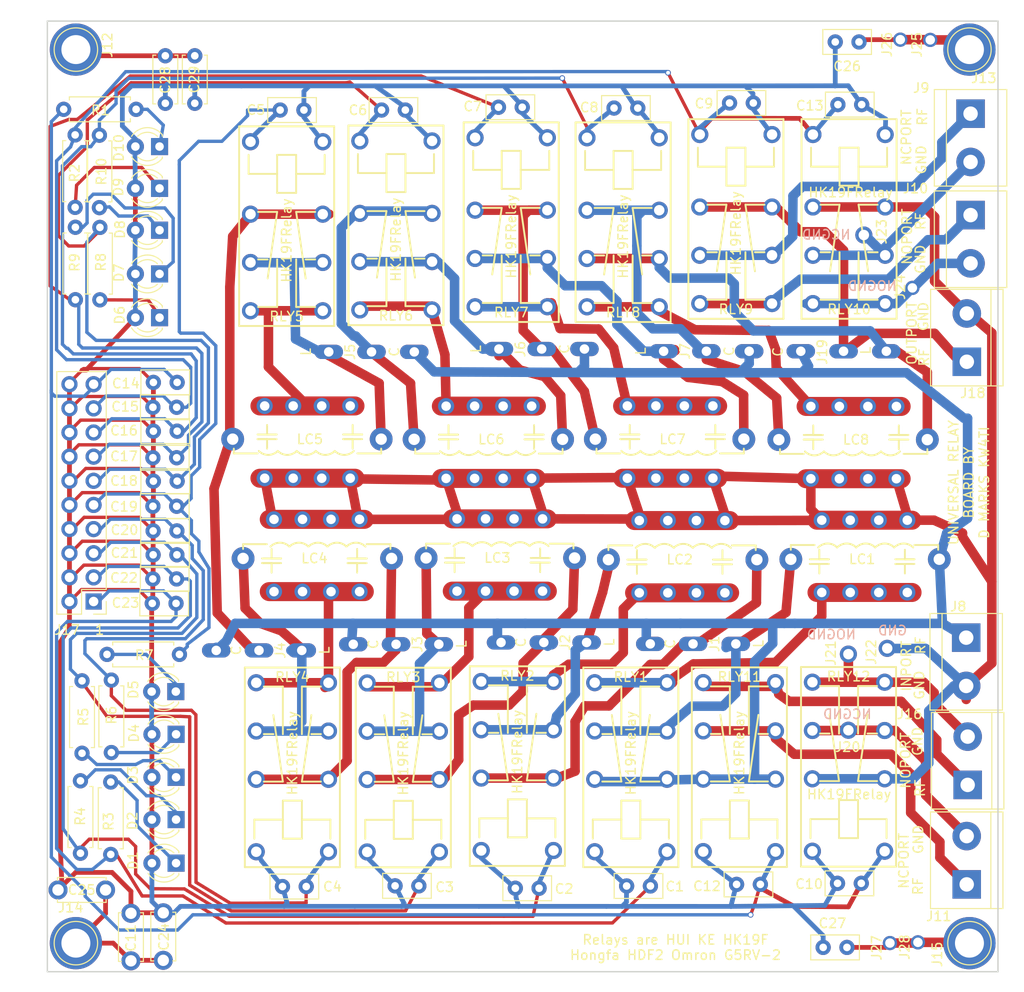
<source format=kicad_pcb>
(kicad_pcb (version 4) (host pcbnew 4.0.7)
  (layers (0 F.Cu signal) (31 B.Cu signal) (34 B.Paste user) (35 F.Paste user) (36 B.SilkS user) (37 F.SilkS user) (38 B.Mask user) (39 F.Mask user) (44 Edge.Cuts user))
  (net 0 "")
  (net 1 RFGND)
  (net 2 "Net-(J1-Pad2)")
  (net 3 "Net-(J1-Pad1)")
  (net 4 "Net-(J2-Pad2)")
  (net 5 "Net-(J2-Pad1)")
  (net 6 "Net-(J3-Pad2)")
  (net 7 "Net-(J3-Pad1)")
  (net 8 "Net-(J4-Pad2)")
  (net 9 "Net-(J4-Pad1)")
  (net 10 "Net-(J5-Pad2)")
  (net 11 "Net-(J5-Pad1)")
  (net 12 "Net-(J6-Pad2)")
  (net 13 "Net-(J6-Pad1)")
  (net 14 "Net-(J7-Pad2)")
  (net 15 "Net-(J7-Pad1)")
  (net 16 "Net-(LC2-Pad1)")
  (net 17 "Net-(LC4-Pad1)")
  (net 18 "Net-(LC6-Pad1)")
  (net 19 "Net-(LC3-Pad1)")
  (net 20 "Net-(LC5-Pad1)")
  (net 21 "Net-(LC7-Pad1)")
  (net 22 "Net-(J10-Pad1)")
  (net 23 "Net-(J9-Pad1)")
  (net 24 RLY1)
  (net 25 RLY2)
  (net 26 RLY3)
  (net 27 RLY4)
  (net 28 RLY5)
  (net 29 RLY6)
  (net 30 RLY7)
  (net 31 RLY8)
  (net 32 +5V)
  (net 33 "Net-(J10-Pad2)")
  (net 34 "Net-(D1-Pad1)")
  (net 35 "Net-(D2-Pad1)")
  (net 36 "Net-(D3-Pad1)")
  (net 37 "Net-(D4-Pad1)")
  (net 38 "Net-(D5-Pad1)")
  (net 39 "Net-(D6-Pad1)")
  (net 40 "Net-(D7-Pad1)")
  (net 41 "Net-(D8-Pad1)")
  (net 42 RLY10)
  (net 43 RLY9)
  (net 44 "Net-(D9-Pad1)")
  (net 45 "Net-(D10-Pad1)")
  (net 46 RFSIG)
  (net 47 "Net-(J11-Pad1)")
  (net 48 "Net-(J11-Pad2)")
  (net 49 "Net-(J16-Pad1)")
  (net 50 "Net-(J16-Pad2)")
  (net 51 "Net-(J18-Pad1)")
  (net 52 "Net-(J19-Pad1)")
  (net 53 "Net-(LC8-Pad1)")
  (net 54 "Net-(C11-Pad1)")
  (net 55 "Net-(LC1-Pad1)")
  (net 56 "Net-(J23-Pad1)")
  (net 57 "Net-(C26-Pad1)")
  (net 58 "Net-(C27-Pad1)")
  (net 59 "Net-(C28-Pad1)")
  (module tuner:HK19FRelay (layer F.Cu) (at 75.77328 135.00608 90)
    (fp_text reference RLY4 (at 16 0 180) (layer F.SilkS))
    (fp_text value SPDTRelay)
    (fp_text user HK19FRelay (at 8 0 270) (layer F.SilkS))
    (pad 1 thru_hole circle (at 5.24 -3.8 90) (size 1.8 1.8) (drill 1.1) (layers *.Cu *.Mask) (net 6 "Net-(J3-Pad2)"))
    (pad 3 thru_hole circle (at 15.4 -3.8 90) (size 1.8 1.8) (drill 1.1) (layers *.Cu *.Mask) (net 17 "Net-(LC4-Pad1)"))
    (pad 2 thru_hole circle (at 10.32 -3.8 90) (size 1.8 1.8) (drill 1.1) (layers *.Cu *.Mask) (net 9 "Net-(J4-Pad1)"))
    (pad 2 thru_hole circle (at 10.32 3.8 90) (size 1.8 1.8) (drill 1.1) (layers *.Cu *.Mask) (net 9 "Net-(J4-Pad1)"))
    (pad 1 thru_hole circle (at 5.24 3.8 90) (size 1.8 1.8) (drill 1.1) (layers *.Cu *.Mask) (net 6 "Net-(J3-Pad2)"))
    (pad 3 thru_hole circle (at 15.4 3.8 90) (size 1.8 1.8) (drill 1.1) (layers *.Cu *.Mask) (net 17 "Net-(LC4-Pad1)"))
    (pad 4 thru_hole circle (at -2.38 -3.8 90) (size 1.8 1.8) (drill 1.1) (layers *.Cu *.Mask) (net 32 +5V))
    (pad 5 thru_hole circle (at -2.38 3.8 90) (size 1.8 1.8) (drill 1.1) (layers *.Cu *.Mask) (net 27 RLY4))
  )
  (module Resistors_THT:R_Axial_DIN0207_L6.3mm_D2.5mm_P7.62mm_Horizontal (layer F.Cu) (at 53.4797 129.921 270)
    (fp_text reference R4 (at 3.7465 0.0254 270) (layer F.SilkS))
    (fp_text value 1k)
    (pad 1 thru_hole circle (at 0 0 270) (size 1.6 1.6) (drill 0.8) (layers *.Cu *.Mask) (net 35 "Net-(D2-Pad1)"))
    (pad 2 thru_hole oval (at 7.62 0 270) (size 1.6 1.6) (drill 0.8) (layers *.Cu *.Mask) (net 25 RLY2))
  )
  (module Capacitors_THT:C_Disc_D5.0mm_W2.5mm_P2.50mm (layer F.Cu) (at 85.15604 59.3598)
    (fp_text reference C6 (at -2.4824 0.0122) (layer F.SilkS))
    (fp_text value "10 nF")
    (pad 1 thru_hole circle (at 0 0) (size 1.6 1.6) (drill 0.8) (layers *.Cu *.Mask) (net 29 RLY6))
    (pad 2 thru_hole circle (at 2.5 0) (size 1.6 1.6) (drill 0.8) (layers *.Cu *.Mask) (net 32 +5V))
  )
  (module Capacitors_THT:C_Disc_D5.0mm_W2.5mm_P2.50mm (layer F.Cu) (at 63.53556 111.25708 180)
    (fp_text reference C23 (at 5.3086 0.05588 180) (layer F.SilkS))
    (fp_text value "10 nF")
    (pad 1 thru_hole circle (at 0 0 180) (size 1.6 1.6) (drill 0.8) (layers *.Cu *.Mask) (net 24 RLY1))
    (pad 2 thru_hole circle (at 2.5 0 180) (size 1.6 1.6) (drill 0.8) (layers *.Cu *.Mask) (net 32 +5V))
  )
  (module LEDs:LED_D3.0mm (layer F.Cu) (at 63.5381 129.5527 180)
    (fp_text reference D3 (at 4.53644 0.2286 450) (layer F.SilkS))
    (fp_text value LED)
    (pad 1 thru_hole rect (at 0 0 180) (size 1.8 1.8) (drill 0.9) (layers *.Cu *.Mask) (net 36 "Net-(D3-Pad1)"))
    (pad 2 thru_hole circle (at 2.54 0 180) (size 1.8 1.8) (drill 0.9) (layers *.Cu *.Mask) (net 32 +5V))
  )
  (module Resistors_THT:R_Axial_DIN0207_L6.3mm_D2.5mm_P7.62mm_Horizontal (layer F.Cu) (at 52.9463 71.6915 270)
    (fp_text reference R9 (at 3.7084 0.0762 270) (layer F.SilkS))
    (fp_text value 1k)
    (pad 1 thru_hole circle (at 0 0 270) (size 1.6 1.6) (drill 0.8) (layers *.Cu *.Mask) (net 40 "Net-(D7-Pad1)"))
    (pad 2 thru_hole oval (at 7.62 0 270) (size 1.6 1.6) (drill 0.8) (layers *.Cu *.Mask) (net 30 RLY7))
  )
  (module LEDs:LED_D3.0mm (layer F.Cu) (at 63.5381 138.5824 180)
    (fp_text reference D1 (at 4.5339 0.2667 450) (layer F.SilkS))
    (fp_text value LED)
    (pad 1 thru_hole rect (at 0 0 180) (size 1.8 1.8) (drill 0.9) (layers *.Cu *.Mask) (net 34 "Net-(D1-Pad1)"))
    (pad 2 thru_hole circle (at 2.54 0 180) (size 1.8 1.8) (drill 0.9) (layers *.Cu *.Mask) (net 32 +5V))
  )
  (module LEDs:LED_D3.0mm (layer F.Cu) (at 63.5381 133.9977 180)
    (fp_text reference D2 (at 4.58216 -0.14224 450) (layer F.SilkS))
    (fp_text value LED)
    (pad 1 thru_hole rect (at 0 0 180) (size 1.8 1.8) (drill 0.9) (layers *.Cu *.Mask) (net 35 "Net-(D2-Pad1)"))
    (pad 2 thru_hole circle (at 2.54 0 180) (size 1.8 1.8) (drill 0.9) (layers *.Cu *.Mask) (net 32 +5V))
  )
  (module Connectors_Terminal_Blocks:TerminalBlock_bornier-2_P5.08mm (layer F.Cu) (at 146.65706 114.86134 270)
    (fp_text reference J8 (at -3.26898 0.8382 360) (layer F.SilkS))
    (fp_text value Conn_01x02)
    (pad 1 thru_hole rect (at 0 0 270) (size 3 3) (drill 1.52) (layers *.Cu *.Mask) (net 46 RFSIG))
    (pad 2 thru_hole circle (at 5.08 0 270) (size 3 3) (drill 1.52) (layers *.Cu *.Mask) (net 1 RFGND))
  )
  (module Connectors_Terminal_Blocks:TerminalBlock_bornier-2_P5.08mm (layer F.Cu) (at 147.1168 70.4088 270)
    (fp_text reference J10 (at -2.794 5.7912 540) (layer F.SilkS))
    (fp_text value Conn_01x02)
    (pad 1 thru_hole rect (at 0 0 270) (size 3 3) (drill 1.52) (layers *.Cu *.Mask) (net 22 "Net-(J10-Pad1)"))
    (pad 2 thru_hole circle (at 5.08 0 270) (size 3 3) (drill 1.52) (layers *.Cu *.Mask) (net 33 "Net-(J10-Pad2)"))
  )
  (module Capacitors_THT:C_Disc_D5.0mm_W2.5mm_P2.50mm (layer F.Cu) (at 113.4364 140.98524 180)
    (fp_text reference C1 (at -2.57048 -0.05588 360) (layer F.SilkS))
    (fp_text value "10 nF")
    (pad 1 thru_hole circle (at 0 0 180) (size 1.6 1.6) (drill 0.8) (layers *.Cu *.Mask) (net 24 RLY1))
    (pad 2 thru_hole circle (at 2.5 0 180) (size 1.6 1.6) (drill 0.8) (layers *.Cu *.Mask) (net 32 +5V))
  )
  (module Capacitors_THT:C_Disc_D5.0mm_W2.5mm_P2.50mm (layer F.Cu) (at 101.727 141.224 180)
    (fp_text reference C2 (at -2.6356 -0.0656 360) (layer F.SilkS))
    (fp_text value "10 nF")
    (pad 1 thru_hole circle (at 0 0 180) (size 1.6 1.6) (drill 0.8) (layers *.Cu *.Mask) (net 25 RLY2))
    (pad 2 thru_hole circle (at 2.5 0 180) (size 1.6 1.6) (drill 0.8) (layers *.Cu *.Mask) (net 32 +5V))
  )
  (module Capacitors_THT:C_Disc_D5.0mm_W2.5mm_P2.50mm (layer F.Cu) (at 89.0778 140.97 180)
    (fp_text reference C3 (at -2.7174 -0.141 360) (layer F.SilkS))
    (fp_text value "10 nF")
    (pad 1 thru_hole circle (at 0 0 180) (size 1.6 1.6) (drill 0.8) (layers *.Cu *.Mask) (net 26 RLY3))
    (pad 2 thru_hole circle (at 2.5 0 180) (size 1.6 1.6) (drill 0.8) (layers *.Cu *.Mask) (net 32 +5V))
  )
  (module Capacitors_THT:C_Disc_D5.0mm_W2.5mm_P2.50mm (layer F.Cu) (at 77.23124 141.0462 180)
    (fp_text reference C4 (at -2.7536 -0.0176 360) (layer F.SilkS))
    (fp_text value "10 nF")
    (pad 1 thru_hole circle (at 0 0 180) (size 1.6 1.6) (drill 0.8) (layers *.Cu *.Mask) (net 27 RLY4))
    (pad 2 thru_hole circle (at 2.5 0 180) (size 1.6 1.6) (drill 0.8) (layers *.Cu *.Mask) (net 32 +5V))
  )
  (module Capacitors_THT:C_Disc_D5.0mm_W2.5mm_P2.50mm (layer F.Cu) (at 74.48804 59.3598)
    (fp_text reference C5 (at -2.5488 -0.0124 180) (layer F.SilkS))
    (fp_text value "10 nF")
    (pad 1 thru_hole circle (at 0 0) (size 1.6 1.6) (drill 0.8) (layers *.Cu *.Mask) (net 28 RLY5))
    (pad 2 thru_hole circle (at 2.5 0) (size 1.6 1.6) (drill 0.8) (layers *.Cu *.Mask) (net 32 +5V))
  )
  (module Capacitors_THT:C_Disc_D5.0mm_W2.5mm_P2.50mm (layer F.Cu) (at 97.45472 59.06516)
    (fp_text reference C7 (at -2.7016 -0.0878 180) (layer F.SilkS))
    (fp_text value "10 nF")
    (pad 1 thru_hole circle (at 0 0) (size 1.6 1.6) (drill 0.8) (layers *.Cu *.Mask) (net 30 RLY7))
    (pad 2 thru_hole circle (at 2.5 0) (size 1.6 1.6) (drill 0.8) (layers *.Cu *.Mask) (net 32 +5V))
  )
  (module Capacitors_THT:C_Disc_D5.0mm_W2.5mm_P2.50mm (layer F.Cu) (at 109.61116 59.15152)
    (fp_text reference C8 (at -2.6104 -0.062 180) (layer F.SilkS))
    (fp_text value "10 nF")
    (pad 1 thru_hole circle (at 0 0) (size 1.6 1.6) (drill 0.8) (layers *.Cu *.Mask) (net 31 RLY8))
    (pad 2 thru_hole circle (at 2.5 0) (size 1.6 1.6) (drill 0.8) (layers *.Cu *.Mask) (net 32 +5V))
  )
  (module Capacitors_THT:C_Disc_D5.0mm_W2.5mm_P2.50mm (layer F.Cu) (at 121.76252 58.61812)
    (fp_text reference C9 (at -2.6874 0.0618) (layer F.SilkS))
    (fp_text value "10 nF")
    (pad 1 thru_hole circle (at 0 0) (size 1.6 1.6) (drill 0.8) (layers *.Cu *.Mask) (net 43 RLY9))
    (pad 2 thru_hole circle (at 2.5 0) (size 1.6 1.6) (drill 0.8) (layers *.Cu *.Mask) (net 32 +5V))
  )
  (module Capacitors_THT:C_Disc_D5.0mm_W2.5mm_P2.50mm (layer F.Cu) (at 135.62076 140.70584 180)
    (fp_text reference C10 (at 5.4864 -0.0762 180) (layer F.SilkS))
    (fp_text value "10 nF")
    (pad 1 thru_hole circle (at 0 0 180) (size 1.6 1.6) (drill 0.8) (layers *.Cu *.Mask) (net 42 RLY10))
    (pad 2 thru_hole circle (at 2.5 0 180) (size 1.6 1.6) (drill 0.8) (layers *.Cu *.Mask) (net 32 +5V))
  )
  (module Resistors_THT:R_Axial_DIN0207_L6.3mm_D2.5mm_P7.62mm_Horizontal (layer F.Cu) (at 59.3344 59.2836 180)
    (fp_text reference R1 (at 3.7592 -0.1016 180) (layer F.SilkS))
    (fp_text value 1k)
    (pad 1 thru_hole circle (at 0 0 180) (size 1.6 1.6) (drill 0.8) (layers *.Cu *.Mask) (net 45 "Net-(D10-Pad1)"))
    (pad 2 thru_hole oval (at 7.62 0 180) (size 1.6 1.6) (drill 0.8) (layers *.Cu *.Mask) (net 42 RLY10))
  )
  (module Connectors_Terminal_Blocks:TerminalBlock_bornier-2_P5.08mm (layer F.Cu) (at 147.1168 59.7408 270)
    (fp_text reference J9 (at -2.70256 5.19176 540) (layer F.SilkS))
    (fp_text value Conn_01x02)
    (pad 1 thru_hole rect (at 0 0 270) (size 3 3) (drill 1.52) (layers *.Cu *.Mask) (net 23 "Net-(J9-Pad1)"))
    (pad 2 thru_hole circle (at 5.08 0 270) (size 3 3) (drill 1.52) (layers *.Cu *.Mask) (net 56 "Net-(J23-Pad1)"))
  )
  (module Connectors:1pin (layer F.Cu) (at 147 53)
    (fp_text reference J13 (at 1.5138 3.007 180) (layer F.SilkS))
    (fp_text value Conn_01x01)
    (pad 1 thru_hole circle (at 0 0) (size 5.5 5.5) (drill 3.048) (layers *.Cu *.Mask) (net 57 "Net-(C26-Pad1)"))
  )
  (module Connectors:1pin (layer F.Cu) (at 53 147)
    (fp_text reference J14 (at -0.549 -3.744) (layer F.SilkS))
    (fp_text value Conn_01x01)
    (pad 1 thru_hole circle (at 0 0) (size 5.5 5.5) (drill 3.048) (layers *.Cu *.Mask) (net 54 "Net-(C11-Pad1)"))
  )
  (module Resistors_THT:R_Axial_DIN0207_L6.3mm_D2.5mm_P7.62mm_Horizontal (layer F.Cu) (at 52.9209 69.596 90)
    (fp_text reference R2 (at 3.6068 -0.0508 90) (layer F.SilkS))
    (fp_text value 1k)
    (pad 1 thru_hole circle (at 0 0 90) (size 1.6 1.6) (drill 0.8) (layers *.Cu *.Mask) (net 44 "Net-(D9-Pad1)"))
    (pad 2 thru_hole oval (at 7.62 0 90) (size 1.6 1.6) (drill 0.8) (layers *.Cu *.Mask) (net 43 RLY9))
  )
  (module LEDs:LED_D3.0mm (layer F.Cu) (at 63.5381 125.0315 180)
    (fp_text reference D4 (at 4.4196 0.11684 450) (layer F.SilkS))
    (fp_text value LED)
    (pad 1 thru_hole rect (at 0 0 180) (size 1.8 1.8) (drill 0.9) (layers *.Cu *.Mask) (net 37 "Net-(D4-Pad1)"))
    (pad 2 thru_hole circle (at 2.54 0 180) (size 1.8 1.8) (drill 0.9) (layers *.Cu *.Mask) (net 32 +5V))
  )
  (module LEDs:LED_D3.0mm (layer F.Cu) (at 63.5127 120.5357 180)
    (fp_text reference D5 (at 4.4704 0.2032 450) (layer F.SilkS))
    (fp_text value LED)
    (pad 1 thru_hole rect (at 0 0 180) (size 1.8 1.8) (drill 0.9) (layers *.Cu *.Mask) (net 38 "Net-(D5-Pad1)"))
    (pad 2 thru_hole circle (at 2.54 0 180) (size 1.8 1.8) (drill 0.9) (layers *.Cu *.Mask) (net 32 +5V))
  )
  (module LEDs:LED_D3.0mm (layer F.Cu) (at 61.8 81.2 180)
    (fp_text reference D6 (at 4.19354 0.26924 450) (layer F.SilkS))
    (fp_text value LED)
    (pad 1 thru_hole rect (at 0 0 180) (size 1.8 1.8) (drill 0.9) (layers *.Cu *.Mask) (net 39 "Net-(D6-Pad1)"))
    (pad 2 thru_hole circle (at 2.54 0 180) (size 1.8 1.8) (drill 0.9) (layers *.Cu *.Mask) (net 32 +5V))
  )
  (module LEDs:LED_D3.0mm (layer F.Cu) (at 61.8 76.6 180)
    (fp_text reference D7 (at 4.26974 0.11684 450) (layer F.SilkS))
    (fp_text value LED)
    (pad 1 thru_hole rect (at 0 0 180) (size 1.8 1.8) (drill 0.9) (layers *.Cu *.Mask) (net 40 "Net-(D7-Pad1)"))
    (pad 2 thru_hole circle (at 2.54 0 180) (size 1.8 1.8) (drill 0.9) (layers *.Cu *.Mask) (net 32 +5V))
  )
  (module LEDs:LED_D3.0mm (layer F.Cu) (at 61.8 72 180)
    (fp_text reference D8 (at 4.15544 0.0762 450) (layer F.SilkS))
    (fp_text value LED)
    (pad 1 thru_hole rect (at 0 0 180) (size 1.8 1.8) (drill 0.9) (layers *.Cu *.Mask) (net 41 "Net-(D8-Pad1)"))
    (pad 2 thru_hole circle (at 2.54 0 180) (size 1.8 1.8) (drill 0.9) (layers *.Cu *.Mask) (net 32 +5V))
  )
  (module Resistors_THT:R_Axial_DIN0207_L6.3mm_D2.5mm_P7.62mm_Horizontal (layer F.Cu) (at 56.6674 130.048 270)
    (fp_text reference R3 (at 4.1529 0.2286 270) (layer F.SilkS))
    (fp_text value 1k)
    (pad 1 thru_hole circle (at 0 0 270) (size 1.6 1.6) (drill 0.8) (layers *.Cu *.Mask) (net 34 "Net-(D1-Pad1)"))
    (pad 2 thru_hole oval (at 7.62 0 270) (size 1.6 1.6) (drill 0.8) (layers *.Cu *.Mask) (net 24 RLY1))
  )
  (module Resistors_THT:R_Axial_DIN0207_L6.3mm_D2.5mm_P7.62mm_Horizontal (layer F.Cu) (at 53.6448 127.0254 90)
    (fp_text reference R5 (at 3.8227 0.1397 90) (layer F.SilkS))
    (fp_text value 1k)
    (pad 1 thru_hole circle (at 0 0 90) (size 1.6 1.6) (drill 0.8) (layers *.Cu *.Mask) (net 36 "Net-(D3-Pad1)"))
    (pad 2 thru_hole oval (at 7.62 0 90) (size 1.6 1.6) (drill 0.8) (layers *.Cu *.Mask) (net 26 RLY3))
  )
  (module Resistors_THT:R_Axial_DIN0207_L6.3mm_D2.5mm_P7.62mm_Horizontal (layer F.Cu) (at 56.7309 126.9492 90)
    (fp_text reference R6 (at 3.937 0.0127 90) (layer F.SilkS))
    (fp_text value 1k)
    (pad 1 thru_hole circle (at 0 0 90) (size 1.6 1.6) (drill 0.8) (layers *.Cu *.Mask) (net 37 "Net-(D4-Pad1)"))
    (pad 2 thru_hole oval (at 7.62 0 90) (size 1.6 1.6) (drill 0.8) (layers *.Cu *.Mask) (net 27 RLY4))
  )
  (module Resistors_THT:R_Axial_DIN0207_L6.3mm_D2.5mm_P7.62mm_Horizontal (layer F.Cu) (at 56.2737 116.6241)
    (fp_text reference R7 (at 3.9116 0.0762) (layer F.SilkS))
    (fp_text value 1k)
    (pad 1 thru_hole circle (at 0 0) (size 1.6 1.6) (drill 0.8) (layers *.Cu *.Mask) (net 38 "Net-(D5-Pad1)"))
    (pad 2 thru_hole oval (at 7.62 0) (size 1.6 1.6) (drill 0.8) (layers *.Cu *.Mask) (net 28 RLY5))
  )
  (module Resistors_THT:R_Axial_DIN0207_L6.3mm_D2.5mm_P7.62mm_Horizontal (layer F.Cu) (at 55.525 79.325 90)
    (fp_text reference R8 (at 3.9624 0.1016 90) (layer F.SilkS))
    (fp_text value 1k)
    (pad 1 thru_hole circle (at 0 0 90) (size 1.6 1.6) (drill 0.8) (layers *.Cu *.Mask) (net 39 "Net-(D6-Pad1)"))
    (pad 2 thru_hole oval (at 7.62 0 90) (size 1.6 1.6) (drill 0.8) (layers *.Cu *.Mask) (net 29 RLY6))
  )
  (module Resistors_THT:R_Axial_DIN0207_L6.3mm_D2.5mm_P7.62mm_Horizontal (layer F.Cu) (at 55.475 69.625 90)
    (fp_text reference R10 (at 3.7973 0.2159 90) (layer F.SilkS))
    (fp_text value 1k)
    (pad 1 thru_hole circle (at 0 0 90) (size 1.6 1.6) (drill 0.8) (layers *.Cu *.Mask) (net 41 "Net-(D8-Pad1)"))
    (pad 2 thru_hole oval (at 7.62 0 90) (size 1.6 1.6) (drill 0.8) (layers *.Cu *.Mask) (net 31 RLY8))
  )
  (module tuner:ThreeJumperPt (layer F.Cu) (at 119.3292 84.7344)
    (fp_text reference J7 (at -2.25 0 270) (layer F.SilkS))
    (fp_text value Conn_01x03)
    (fp_text user C (at 2.4 0 90) (layer F.SilkS))
    (fp_text user L (at -6.9 0 90) (layer F.SilkS))
    (pad 2 thru_hole oval (at 0 0) (size 3 1.5) (drill 1) (layers *.Cu *.Mask) (net 14 "Net-(J7-Pad2)"))
    (pad 3 thru_hole oval (at 4.5 0) (size 3 1.5) (drill 1) (layers *.Cu *.Mask) (net 46 RFSIG))
    (pad 1 thru_hole oval (at -4.5 0) (size 3 1.5) (drill 1) (layers *.Cu *.Mask) (net 15 "Net-(J7-Pad1)"))
  )
  (module tuner:ThreeJumperPt (layer F.Cu) (at 102 84.5)
    (fp_text reference J6 (at -2.25 0 270) (layer F.SilkS))
    (fp_text value Conn_01x03)
    (fp_text user C (at 2.4 0 90) (layer F.SilkS))
    (fp_text user L (at -6.9 0 90) (layer F.SilkS))
    (pad 2 thru_hole oval (at 0 0) (size 3 1.5) (drill 1) (layers *.Cu *.Mask) (net 12 "Net-(J6-Pad2)"))
    (pad 3 thru_hole oval (at 4.5 0) (size 3 1.5) (drill 1) (layers *.Cu *.Mask) (net 46 RFSIG))
    (pad 1 thru_hole oval (at -4.5 0) (size 3 1.5) (drill 1) (layers *.Cu *.Mask) (net 13 "Net-(J6-Pad1)"))
  )
  (module tuner:ThreeJumperPt (layer F.Cu) (at 84.1 84.8)
    (fp_text reference J5 (at -2.25 0 270) (layer F.SilkS))
    (fp_text value Conn_01x03)
    (fp_text user C (at 2.4 0 90) (layer F.SilkS))
    (fp_text user L (at -6.9 0 90) (layer F.SilkS))
    (pad 2 thru_hole oval (at 0 0) (size 3 1.5) (drill 1) (layers *.Cu *.Mask) (net 10 "Net-(J5-Pad2)"))
    (pad 3 thru_hole oval (at 4.5 0) (size 3 1.5) (drill 1) (layers *.Cu *.Mask) (net 46 RFSIG))
    (pad 1 thru_hole oval (at -4.5 0) (size 3 1.5) (drill 1) (layers *.Cu *.Mask) (net 11 "Net-(J5-Pad1)"))
  )
  (module tuner:ThreeJumperPt (layer F.Cu) (at 86.68004 115.55984 180)
    (fp_text reference J3 (at -2.25 0 450) (layer F.SilkS))
    (fp_text value Conn_01x03)
    (fp_text user C (at 2.4 0 270) (layer F.SilkS))
    (fp_text user L (at -6.9 0 270) (layer F.SilkS))
    (pad 2 thru_hole oval (at 0 0 180) (size 3 1.5) (drill 1) (layers *.Cu *.Mask) (net 6 "Net-(J3-Pad2)"))
    (pad 3 thru_hole oval (at 4.5 0 180) (size 3 1.5) (drill 1) (layers *.Cu *.Mask) (net 46 RFSIG))
    (pad 1 thru_hole oval (at -4.5 0 180) (size 3 1.5) (drill 1) (layers *.Cu *.Mask) (net 7 "Net-(J3-Pad1)"))
  )
  (module tuner:ThreeJumperPt (layer F.Cu) (at 102.22484 115.3668 180)
    (fp_text reference J2 (at -2.25 0 450) (layer F.SilkS))
    (fp_text value Conn_01x03)
    (fp_text user C (at 2.4 0 270) (layer F.SilkS))
    (fp_text user L (at -6.9 0 270) (layer F.SilkS))
    (pad 2 thru_hole oval (at 0 0 180) (size 3 1.5) (drill 1) (layers *.Cu *.Mask) (net 4 "Net-(J2-Pad2)"))
    (pad 3 thru_hole oval (at 4.5 0 180) (size 3 1.5) (drill 1) (layers *.Cu *.Mask) (net 46 RFSIG))
    (pad 1 thru_hole oval (at -4.5 0 180) (size 3 1.5) (drill 1) (layers *.Cu *.Mask) (net 5 "Net-(J2-Pad1)"))
  )
  (module tuner:ThreeJumperPt (layer F.Cu) (at 117.92204 115.5192 180)
    (fp_text reference J1 (at -2.25 0 450) (layer F.SilkS))
    (fp_text value Conn_01x03)
    (fp_text user C (at 2.4 0 270) (layer F.SilkS))
    (fp_text user L (at -6.9 0 270) (layer F.SilkS))
    (pad 2 thru_hole oval (at 0 0 180) (size 3 1.5) (drill 1) (layers *.Cu *.Mask) (net 2 "Net-(J1-Pad2)"))
    (pad 3 thru_hole oval (at 4.5 0 180) (size 3 1.5) (drill 1) (layers *.Cu *.Mask) (net 46 RFSIG))
    (pad 1 thru_hole oval (at -4.5 0 180) (size 3 1.5) (drill 1) (layers *.Cu *.Mask) (net 3 "Net-(J1-Pad1)"))
  )
  (module LEDs:LED_D3.0mm (layer F.Cu) (at 61.8 67.6 180)
    (fp_text reference D9 (at 4.34086 0.1397 270) (layer F.SilkS))
    (fp_text value LED)
    (pad 1 thru_hole rect (at 0 0 180) (size 1.8 1.8) (drill 0.9) (layers *.Cu *.Mask) (net 44 "Net-(D9-Pad1)"))
    (pad 2 thru_hole circle (at 2.54 0 180) (size 1.8 1.8) (drill 0.9) (layers *.Cu *.Mask) (net 32 +5V))
  )
  (module LEDs:LED_D3.0mm (layer F.Cu) (at 61.8 63.2 180)
    (fp_text reference D10 (at 4.28244 -0.1397 270) (layer F.SilkS))
    (fp_text value LED)
    (pad 1 thru_hole rect (at 0 0 180) (size 1.8 1.8) (drill 0.9) (layers *.Cu *.Mask) (net 45 "Net-(D10-Pad1)"))
    (pad 2 thru_hole circle (at 2.54 0 180) (size 1.8 1.8) (drill 0.9) (layers *.Cu *.Mask) (net 32 +5V))
  )
  (module tuner:ThreeJumperPt (layer F.Cu) (at 72.263 116.205 180)
    (fp_text reference J4 (at -2.25 0 450) (layer F.SilkS))
    (fp_text value Conn_01x03)
    (fp_text user C (at 2.4 0 270) (layer F.SilkS))
    (fp_text user L (at -6.9 0 270) (layer F.SilkS))
    (pad 2 thru_hole oval (at 0 0 180) (size 3 1.5) (drill 1) (layers *.Cu *.Mask) (net 8 "Net-(J4-Pad2)"))
    (pad 3 thru_hole oval (at 4.5 0 180) (size 3 1.5) (drill 1) (layers *.Cu *.Mask) (net 46 RFSIG))
    (pad 1 thru_hole oval (at -4.5 0 180) (size 3 1.5) (drill 1) (layers *.Cu *.Mask) (net 9 "Net-(J4-Pad1)"))
  )
  (module Connectors_Terminal_Blocks:TerminalBlock_bornier-2_P5.08mm (layer F.Cu) (at 146.7104 140.8176 90)
    (fp_text reference J11 (at -3.3528 -2.93116 360) (layer F.SilkS))
    (fp_text value Conn_01x02)
    (pad 1 thru_hole rect (at 0 0 90) (size 3 3) (drill 1.52) (layers *.Cu *.Mask) (net 47 "Net-(J11-Pad1)"))
    (pad 2 thru_hole circle (at 5.08 0 90) (size 3 3) (drill 1.52) (layers *.Cu *.Mask) (net 48 "Net-(J11-Pad2)"))
  )
  (module Connectors_Terminal_Blocks:TerminalBlock_bornier-2_P5.08mm (layer F.Cu) (at 146.812 130.3528 90)
    (fp_text reference J16 (at 7.4422 -6.1087 180) (layer F.SilkS))
    (fp_text value Conn_01x02)
    (pad 1 thru_hole rect (at 0 0 90) (size 3 3) (drill 1.52) (layers *.Cu *.Mask) (net 49 "Net-(J16-Pad1)"))
    (pad 2 thru_hole circle (at 5.08 0 90) (size 3 3) (drill 1.52) (layers *.Cu *.Mask) (net 50 "Net-(J16-Pad2)"))
  )
  (module Connectors_Terminal_Blocks:TerminalBlock_bornier-2_P5.08mm (layer F.Cu) (at 146.7231 85.8393 90)
    (fp_text reference J18 (at -3.302 0.635 180) (layer F.SilkS))
    (fp_text value Conn_01x02)
    (pad 1 thru_hole rect (at 0 0 90) (size 3 3) (drill 1.52) (layers *.Cu *.Mask) (net 51 "Net-(J18-Pad1)"))
    (pad 2 thru_hole circle (at 5.08 0 90) (size 3 3) (drill 1.52) (layers *.Cu *.Mask) (net 1 RFGND))
  )
  (module tuner:ThreeJumperPt (layer F.Cu) (at 133.7564 84.7344 180)
    (fp_text reference J19 (at 2.24282 -0.0635 450) (layer F.SilkS))
    (fp_text value Conn_01x03)
    (fp_text user C (at 6.9088 -0.0635 270) (layer F.SilkS))
    (fp_text user L (at -2.33934 0.0762 270) (layer F.SilkS))
    (pad 2 thru_hole oval (at 0 0 180) (size 3 1.5) (drill 1) (layers *.Cu *.Mask) (net 51 "Net-(J18-Pad1)"))
    (pad 3 thru_hole oval (at 4.5 0 180) (size 3 1.5) (drill 1) (layers *.Cu *.Mask) (net 46 RFSIG))
    (pad 1 thru_hole oval (at -4.5 0 180) (size 3 1.5) (drill 1) (layers *.Cu *.Mask) (net 52 "Net-(J19-Pad1)"))
  )
  (module Pin_Headers:Pin_Header_Straight_2x10_Pitch2.54mm (layer F.Cu) (at 54.864 111.0615 180)
    (fp_text reference J17 (at 2.794 -2.9845 180) (layer F.SilkS))
    (fp_text value Conn_02x10_Odd_Even)
    (pad 1 thru_hole rect (at 0 0 180) (size 1.7 1.7) (drill 1) (layers *.Cu *.Mask) (net 24 RLY1))
    (pad 2 thru_hole oval (at 2.54 0 180) (size 1.7 1.7) (drill 1) (layers *.Cu *.Mask) (net 32 +5V))
    (pad 3 thru_hole oval (at 0 2.54 180) (size 1.7 1.7) (drill 1) (layers *.Cu *.Mask) (net 25 RLY2))
    (pad 4 thru_hole oval (at 2.54 2.54 180) (size 1.7 1.7) (drill 1) (layers *.Cu *.Mask) (net 32 +5V))
    (pad 5 thru_hole oval (at 0 5.08 180) (size 1.7 1.7) (drill 1) (layers *.Cu *.Mask) (net 26 RLY3))
    (pad 6 thru_hole oval (at 2.54 5.08 180) (size 1.7 1.7) (drill 1) (layers *.Cu *.Mask) (net 32 +5V))
    (pad 7 thru_hole oval (at 0 7.62 180) (size 1.7 1.7) (drill 1) (layers *.Cu *.Mask) (net 27 RLY4))
    (pad 8 thru_hole oval (at 2.54 7.62 180) (size 1.7 1.7) (drill 1) (layers *.Cu *.Mask) (net 32 +5V))
    (pad 9 thru_hole oval (at 0 10.16 180) (size 1.7 1.7) (drill 1) (layers *.Cu *.Mask) (net 28 RLY5))
    (pad 10 thru_hole oval (at 2.54 10.16 180) (size 1.7 1.7) (drill 1) (layers *.Cu *.Mask) (net 32 +5V))
    (pad 11 thru_hole oval (at 0 12.7 180) (size 1.7 1.7) (drill 1) (layers *.Cu *.Mask) (net 29 RLY6))
    (pad 12 thru_hole oval (at 2.54 12.7 180) (size 1.7 1.7) (drill 1) (layers *.Cu *.Mask) (net 32 +5V))
    (pad 13 thru_hole oval (at 0 15.24 180) (size 1.7 1.7) (drill 1) (layers *.Cu *.Mask) (net 30 RLY7))
    (pad 14 thru_hole oval (at 2.54 15.24 180) (size 1.7 1.7) (drill 1) (layers *.Cu *.Mask) (net 32 +5V))
    (pad 15 thru_hole oval (at 0 17.78 180) (size 1.7 1.7) (drill 1) (layers *.Cu *.Mask) (net 31 RLY8))
    (pad 16 thru_hole oval (at 2.54 17.78 180) (size 1.7 1.7) (drill 1) (layers *.Cu *.Mask) (net 32 +5V))
    (pad 17 thru_hole oval (at 0 20.32 180) (size 1.7 1.7) (drill 1) (layers *.Cu *.Mask) (net 43 RLY9))
    (pad 18 thru_hole oval (at 2.54 20.32 180) (size 1.7 1.7) (drill 1) (layers *.Cu *.Mask) (net 32 +5V))
    (pad 19 thru_hole oval (at 0 22.86 180) (size 1.7 1.7) (drill 1) (layers *.Cu *.Mask) (net 42 RLY10))
    (pad 20 thru_hole oval (at 2.54 22.86 180) (size 1.7 1.7) (drill 1) (layers *.Cu *.Mask) (net 32 +5V))
  )
  (module Capacitors_THT:C_Disc_D5.0mm_W2.5mm_P2.50mm (layer F.Cu) (at 125.00356 140.8176 180)
    (fp_text reference C12 (at 5.6134 -0.1905 360) (layer F.SilkS))
    (fp_text value "10 nF")
    (pad 1 thru_hole circle (at 0 0 180) (size 1.6 1.6) (drill 0.8) (layers *.Cu *.Mask) (net 42 RLY10))
    (pad 2 thru_hole circle (at 2.5 0 180) (size 1.6 1.6) (drill 0.8) (layers *.Cu *.Mask) (net 32 +5V))
  )
  (module Capacitors_THT:C_Disc_D5.0mm_W2.5mm_P2.50mm (layer F.Cu) (at 133.16204 58.78576)
    (fp_text reference C13 (at -2.9512 0.1122 180) (layer F.SilkS))
    (fp_text value "10 nF")
    (pad 1 thru_hole circle (at 0 0) (size 1.6 1.6) (drill 0.8) (layers *.Cu *.Mask) (net 43 RLY9))
    (pad 2 thru_hole circle (at 2.5 0) (size 1.6 1.6) (drill 0.8) (layers *.Cu *.Mask) (net 32 +5V))
  )
  (module Capacitors_THT:C_Disc_D5.0mm_W2.5mm_P2.50mm (layer F.Cu) (at 63.6524 88.011 180)
    (fp_text reference C14 (at 5.39496 -0.11684 360) (layer F.SilkS))
    (fp_text value "10 nF")
    (pad 1 thru_hole circle (at 0 0 180) (size 1.6 1.6) (drill 0.8) (layers *.Cu *.Mask) (net 42 RLY10))
    (pad 2 thru_hole circle (at 2.5 0 180) (size 1.6 1.6) (drill 0.8) (layers *.Cu *.Mask) (net 32 +5V))
  )
  (module Capacitors_THT:C_Disc_D5.0mm_W2.5mm_P2.50mm (layer F.Cu) (at 63.6016 90.6272 180)
    (fp_text reference C15 (at 5.42036 0.06096 360) (layer F.SilkS))
    (fp_text value "10 nF")
    (pad 1 thru_hole circle (at 0 0 180) (size 1.6 1.6) (drill 0.8) (layers *.Cu *.Mask) (net 43 RLY9))
    (pad 2 thru_hole circle (at 2.5 0 180) (size 1.6 1.6) (drill 0.8) (layers *.Cu *.Mask) (net 32 +5V))
  )
  (module Capacitors_THT:C_Disc_D5.0mm_W2.5mm_P2.50mm (layer F.Cu) (at 63.6524 93.1418 180)
    (fp_text reference C16 (at 5.588 0.06096 360) (layer F.SilkS))
    (fp_text value "10 nF")
    (pad 1 thru_hole circle (at 0 0 180) (size 1.6 1.6) (drill 0.8) (layers *.Cu *.Mask) (net 31 RLY8))
    (pad 2 thru_hole circle (at 2.5 0 180) (size 1.6 1.6) (drill 0.8) (layers *.Cu *.Mask) (net 32 +5V))
  )
  (module Capacitors_THT:C_Disc_D5.0mm_W2.5mm_P2.50mm (layer F.Cu) (at 63.6016 95.9358 180)
    (fp_text reference C17 (at 5.5372 0.1524 360) (layer F.SilkS))
    (fp_text value "10 nF")
    (pad 1 thru_hole circle (at 0 0 180) (size 1.6 1.6) (drill 0.8) (layers *.Cu *.Mask) (net 30 RLY7))
    (pad 2 thru_hole circle (at 2.5 0 180) (size 1.6 1.6) (drill 0.8) (layers *.Cu *.Mask) (net 32 +5V))
  )
  (module Capacitors_THT:C_Disc_D5.0mm_W2.5mm_P2.50mm (layer F.Cu) (at 63.6524 98.3996 180)
    (fp_text reference C18 (at 5.588 0.0254 360) (layer F.SilkS))
    (fp_text value "10 nF")
    (pad 1 thru_hole circle (at 0 0 180) (size 1.6 1.6) (drill 0.8) (layers *.Cu *.Mask) (net 29 RLY6))
    (pad 2 thru_hole circle (at 2.5 0 180) (size 1.6 1.6) (drill 0.8) (layers *.Cu *.Mask) (net 32 +5V))
  )
  (module Capacitors_THT:C_Disc_D5.0mm_W2.5mm_P2.50mm (layer F.Cu) (at 63.6016 101.0412 180)
    (fp_text reference C19 (at 5.54228 -0.04572 360) (layer F.SilkS))
    (fp_text value "10 nF")
    (pad 1 thru_hole circle (at 0 0 180) (size 1.6 1.6) (drill 0.8) (layers *.Cu *.Mask) (net 28 RLY5))
    (pad 2 thru_hole circle (at 2.5 0 180) (size 1.6 1.6) (drill 0.8) (layers *.Cu *.Mask) (net 32 +5V))
  )
  (module Capacitors_THT:C_Disc_D5.0mm_W2.5mm_P2.50mm (layer F.Cu) (at 63.627 103.632 180)
    (fp_text reference C20 (at 5.5118 0.08636 360) (layer F.SilkS))
    (fp_text value "10 nF")
    (pad 1 thru_hole circle (at 0 0 180) (size 1.6 1.6) (drill 0.8) (layers *.Cu *.Mask) (net 27 RLY4))
    (pad 2 thru_hole circle (at 2.5 0 180) (size 1.6 1.6) (drill 0.8) (layers *.Cu *.Mask) (net 32 +5V))
  )
  (module Capacitors_THT:C_Disc_D5.0mm_W2.5mm_P2.50mm (layer F.Cu) (at 63.627 106.1466 180)
    (fp_text reference C21 (at 5.5118 0.19812 360) (layer F.SilkS))
    (fp_text value "10 nF")
    (pad 1 thru_hole circle (at 0 0 180) (size 1.6 1.6) (drill 0.8) (layers *.Cu *.Mask) (net 26 RLY3))
    (pad 2 thru_hole circle (at 2.5 0 180) (size 1.6 1.6) (drill 0.8) (layers *.Cu *.Mask) (net 32 +5V))
  )
  (module Capacitors_THT:C_Disc_D5.0mm_W2.5mm_P2.50mm (layer F.Cu) (at 63.59144 108.6866 180)
    (fp_text reference C22 (at 5.53212 0.11176 360) (layer F.SilkS))
    (fp_text value "10 nF")
    (pad 1 thru_hole circle (at 0 0 180) (size 1.6 1.6) (drill 0.8) (layers *.Cu *.Mask) (net 25 RLY2))
    (pad 2 thru_hole circle (at 2.5 0 180) (size 1.6 1.6) (drill 0.8) (layers *.Cu *.Mask) (net 32 +5V))
  )
  (module Capacitors_THT:C_Disc_D5.0mm_W2.5mm_P5.00mm (layer F.Cu) (at 58.79084 148.85924 90)
    (fp_text reference C11 (at 2.413 0 90) (layer F.SilkS))
    (fp_text value "10 nF")
    (pad 1 thru_hole circle (at 0 0 90) (size 2 2) (drill 1.2) (layers *.Cu *.Mask) (net 54 "Net-(C11-Pad1)"))
    (pad 2 thru_hole circle (at 5 0 90) (size 2 2) (drill 1.2) (layers *.Cu *.Mask) (net 32 +5V))
  )
  (module Capacitors_THT:C_Disc_D5.0mm_W2.5mm_P5.00mm (layer F.Cu) (at 62.1919 148.8059 90)
    (fp_text reference C24 (at 2.4638 0.0635 90) (layer F.SilkS))
    (fp_text value "10 nF")
    (pad 1 thru_hole circle (at 0 0 90) (size 2 2) (drill 1.2) (layers *.Cu *.Mask) (net 54 "Net-(C11-Pad1)"))
    (pad 2 thru_hole circle (at 5 0 90) (size 2 2) (drill 1.2) (layers *.Cu *.Mask) (net 32 +5V))
  )
  (module Capacitors_THT:C_Disc_D5.0mm_W2.5mm_P5.00mm (layer F.Cu) (at 56.1213 141.4018 180)
    (fp_text reference C25 (at 2.5146 0 180) (layer F.SilkS))
    (fp_text value "10 nF")
    (pad 1 thru_hole circle (at 0 0 180) (size 2 2) (drill 1.2) (layers *.Cu *.Mask) (net 54 "Net-(C11-Pad1)"))
    (pad 2 thru_hole circle (at 5 0 180) (size 2 2) (drill 1.2) (layers *.Cu *.Mask) (net 32 +5V))
  )
  (module Connectors:1pin (layer F.Cu) (at 147 147)
    (fp_text reference J15 (at -3.3884 1.1836 90) (layer F.SilkS))
    (fp_text value Conn_01x01)
    (pad 1 thru_hole circle (at 0 0) (size 5.5 5.5) (drill 3.048) (layers *.Cu *.Mask) (net 58 "Net-(C27-Pad1)"))
  )
  (module tuner:MultiCAPIND (layer F.Cu) (at 97.8408 106.4768 90)
    (fp_text reference LC3 (at 0.008 -0.5 180) (layer F.SilkS))
    (fp_text value CAPIND)
    (pad 1 thru_hole circle (at -3.492 -4.746 90) (size 1.7 1.7) (drill 1) (layers *.Cu *.Mask) (net 19 "Net-(LC3-Pad1)"))
    (pad 1 thru_hole circle (at -3.492 -1.746 90) (size 1.7 1.7) (drill 1) (layers *.Cu *.Mask) (net 19 "Net-(LC3-Pad1)"))
    (pad 1 thru_hole circle (at -3.492 1.254 90) (size 1.7 1.7) (drill 1) (layers *.Cu *.Mask) (net 19 "Net-(LC3-Pad1)"))
    (pad 1 thru_hole circle (at -3.492 4.254 90) (size 1.7 1.7) (drill 1) (layers *.Cu *.Mask) (net 19 "Net-(LC3-Pad1)"))
    (pad 2 thru_hole circle (at 4.111 -4.746 90) (size 1.7 1.7) (drill 1) (layers *.Cu *.Mask) (net 1 RFGND))
    (pad 2 thru_hole circle (at 4.111 -1.746 90) (size 1.7 1.7) (drill 1) (layers *.Cu *.Mask) (net 1 RFGND))
    (pad 2 thru_hole circle (at 4.111 1.254 90) (size 1.7 1.7) (drill 1) (layers *.Cu *.Mask) (net 1 RFGND))
    (pad 2 thru_hole circle (at 4.111 4.254 90) (size 1.7 1.7) (drill 1) (layers *.Cu *.Mask) (net 1 RFGND))
    (pad 1 smd oval (at -3.492 -0.246 90) (size 2 12) (layers F.Cu F.Paste F.Mask) (net 19 "Net-(LC3-Pad1)"))
    (pad 2 smd oval (at 4.111 -0.246 90) (size 2 12) (layers F.Cu F.Paste F.Mask) (net 1 RFGND))
    (pad 3 thru_hole circle (at 0 -8 90) (size 2.4 2.4) (drill 1.2) (layers *.Cu *.Mask) (net 7 "Net-(J3-Pad1)"))
    (pad 4 thru_hole circle (at 0 7.62 90) (size 2.4 2.4) (drill 1.2) (layers *.Cu *.Mask) (net 4 "Net-(J2-Pad2)"))
  )
  (module tuner:MultiCAPIND (layer F.Cu) (at 117.0178 106.6546 90)
    (fp_text reference LC2 (at 0.008 -0.5 180) (layer F.SilkS))
    (fp_text value CAPIND)
    (pad 1 thru_hole circle (at -3.492 -4.746 90) (size 1.7 1.7) (drill 1) (layers *.Cu *.Mask) (net 16 "Net-(LC2-Pad1)"))
    (pad 1 thru_hole circle (at -3.492 -1.746 90) (size 1.7 1.7) (drill 1) (layers *.Cu *.Mask) (net 16 "Net-(LC2-Pad1)"))
    (pad 1 thru_hole circle (at -3.492 1.254 90) (size 1.7 1.7) (drill 1) (layers *.Cu *.Mask) (net 16 "Net-(LC2-Pad1)"))
    (pad 1 thru_hole circle (at -3.492 4.254 90) (size 1.7 1.7) (drill 1) (layers *.Cu *.Mask) (net 16 "Net-(LC2-Pad1)"))
    (pad 2 thru_hole circle (at 4.111 -4.746 90) (size 1.7 1.7) (drill 1) (layers *.Cu *.Mask) (net 1 RFGND))
    (pad 2 thru_hole circle (at 4.111 -1.746 90) (size 1.7 1.7) (drill 1) (layers *.Cu *.Mask) (net 1 RFGND))
    (pad 2 thru_hole circle (at 4.111 1.254 90) (size 1.7 1.7) (drill 1) (layers *.Cu *.Mask) (net 1 RFGND))
    (pad 2 thru_hole circle (at 4.111 4.254 90) (size 1.7 1.7) (drill 1) (layers *.Cu *.Mask) (net 1 RFGND))
    (pad 1 smd oval (at -3.492 -0.246 90) (size 2 12) (layers F.Cu F.Paste F.Mask) (net 16 "Net-(LC2-Pad1)"))
    (pad 2 smd oval (at 4.111 -0.246 90) (size 2 12) (layers F.Cu F.Paste F.Mask) (net 1 RFGND))
    (pad 3 thru_hole circle (at 0 -8 90) (size 2.4 2.4) (drill 1.2) (layers *.Cu *.Mask) (net 5 "Net-(J2-Pad1)"))
    (pad 4 thru_hole circle (at 0 7.62 90) (size 2.4 2.4) (drill 1.2) (layers *.Cu *.Mask) (net 2 "Net-(J1-Pad2)"))
  )
  (module tuner:MultiCAPIND (layer F.Cu) (at 136.2075 106.6165 90)
    (fp_text reference LC1 (at 0.008 -0.5 180) (layer F.SilkS))
    (fp_text value CAPIND)
    (pad 1 thru_hole circle (at -3.492 -4.746 90) (size 1.7 1.7) (drill 1) (layers *.Cu *.Mask) (net 55 "Net-(LC1-Pad1)"))
    (pad 1 thru_hole circle (at -3.492 -1.746 90) (size 1.7 1.7) (drill 1) (layers *.Cu *.Mask) (net 55 "Net-(LC1-Pad1)"))
    (pad 1 thru_hole circle (at -3.492 1.254 90) (size 1.7 1.7) (drill 1) (layers *.Cu *.Mask) (net 55 "Net-(LC1-Pad1)"))
    (pad 1 thru_hole circle (at -3.492 4.254 90) (size 1.7 1.7) (drill 1) (layers *.Cu *.Mask) (net 55 "Net-(LC1-Pad1)"))
    (pad 2 thru_hole circle (at 4.111 -4.746 90) (size 1.7 1.7) (drill 1) (layers *.Cu *.Mask) (net 1 RFGND))
    (pad 2 thru_hole circle (at 4.111 -1.746 90) (size 1.7 1.7) (drill 1) (layers *.Cu *.Mask) (net 1 RFGND))
    (pad 2 thru_hole circle (at 4.111 1.254 90) (size 1.7 1.7) (drill 1) (layers *.Cu *.Mask) (net 1 RFGND))
    (pad 2 thru_hole circle (at 4.111 4.254 90) (size 1.7 1.7) (drill 1) (layers *.Cu *.Mask) (net 1 RFGND))
    (pad 1 smd oval (at -3.492 -0.246 90) (size 2 12) (layers F.Cu F.Paste F.Mask) (net 55 "Net-(LC1-Pad1)"))
    (pad 2 smd oval (at 4.111 -0.246 90) (size 2 12) (layers F.Cu F.Paste F.Mask) (net 1 RFGND))
    (pad 3 thru_hole circle (at 0 -8 90) (size 2.4 2.4) (drill 1.2) (layers *.Cu *.Mask) (net 3 "Net-(J1-Pad1)"))
    (pad 4 thru_hole circle (at 0 7.62 90) (size 2.4 2.4) (drill 1.2) (layers *.Cu *.Mask) (net 46 RFSIG))
  )
  (module tuner:MultiCAPIND (layer F.Cu) (at 78.5876 106.5276 90)
    (fp_text reference LC4 (at 0.008 -0.5 180) (layer F.SilkS))
    (fp_text value CAPIND)
    (pad 1 thru_hole circle (at -3.492 -4.746 90) (size 1.7 1.7) (drill 1) (layers *.Cu *.Mask) (net 17 "Net-(LC4-Pad1)"))
    (pad 1 thru_hole circle (at -3.492 -1.746 90) (size 1.7 1.7) (drill 1) (layers *.Cu *.Mask) (net 17 "Net-(LC4-Pad1)"))
    (pad 1 thru_hole circle (at -3.492 1.254 90) (size 1.7 1.7) (drill 1) (layers *.Cu *.Mask) (net 17 "Net-(LC4-Pad1)"))
    (pad 1 thru_hole circle (at -3.492 4.254 90) (size 1.7 1.7) (drill 1) (layers *.Cu *.Mask) (net 17 "Net-(LC4-Pad1)"))
    (pad 2 thru_hole circle (at 4.111 -4.746 90) (size 1.7 1.7) (drill 1) (layers *.Cu *.Mask) (net 1 RFGND))
    (pad 2 thru_hole circle (at 4.111 -1.746 90) (size 1.7 1.7) (drill 1) (layers *.Cu *.Mask) (net 1 RFGND))
    (pad 2 thru_hole circle (at 4.111 1.254 90) (size 1.7 1.7) (drill 1) (layers *.Cu *.Mask) (net 1 RFGND))
    (pad 2 thru_hole circle (at 4.111 4.254 90) (size 1.7 1.7) (drill 1) (layers *.Cu *.Mask) (net 1 RFGND))
    (pad 1 smd oval (at -3.492 -0.246 90) (size 2 12) (layers F.Cu F.Paste F.Mask) (net 17 "Net-(LC4-Pad1)"))
    (pad 2 smd oval (at 4.111 -0.246 90) (size 2 12) (layers F.Cu F.Paste F.Mask) (net 1 RFGND))
    (pad 3 thru_hole circle (at 0 -8 90) (size 2.4 2.4) (drill 1.2) (layers *.Cu *.Mask) (net 9 "Net-(J4-Pad1)"))
    (pad 4 thru_hole circle (at 0 7.62 90) (size 2.4 2.4) (drill 1.2) (layers *.Cu *.Mask) (net 6 "Net-(J3-Pad2)"))
  )
  (module tuner:MultiCAPIND (layer F.Cu) (at 77.1144 93.98 270)
    (fp_text reference LC5 (at 0.008 -0.5 360) (layer F.SilkS))
    (fp_text value CAPIND)
    (pad 1 thru_hole circle (at -3.492 -4.746 270) (size 1.7 1.7) (drill 1) (layers *.Cu *.Mask) (net 20 "Net-(LC5-Pad1)"))
    (pad 1 thru_hole circle (at -3.492 -1.746 270) (size 1.7 1.7) (drill 1) (layers *.Cu *.Mask) (net 20 "Net-(LC5-Pad1)"))
    (pad 1 thru_hole circle (at -3.492 1.254 270) (size 1.7 1.7) (drill 1) (layers *.Cu *.Mask) (net 20 "Net-(LC5-Pad1)"))
    (pad 1 thru_hole circle (at -3.492 4.254 270) (size 1.7 1.7) (drill 1) (layers *.Cu *.Mask) (net 20 "Net-(LC5-Pad1)"))
    (pad 2 thru_hole circle (at 4.111 -4.746 270) (size 1.7 1.7) (drill 1) (layers *.Cu *.Mask) (net 1 RFGND))
    (pad 2 thru_hole circle (at 4.111 -1.746 270) (size 1.7 1.7) (drill 1) (layers *.Cu *.Mask) (net 1 RFGND))
    (pad 2 thru_hole circle (at 4.111 1.254 270) (size 1.7 1.7) (drill 1) (layers *.Cu *.Mask) (net 1 RFGND))
    (pad 2 thru_hole circle (at 4.111 4.254 270) (size 1.7 1.7) (drill 1) (layers *.Cu *.Mask) (net 1 RFGND))
    (pad 1 smd oval (at -3.492 -0.246 270) (size 2 12) (layers F.Cu F.Paste F.Mask) (net 20 "Net-(LC5-Pad1)"))
    (pad 2 smd oval (at 4.111 -0.246 270) (size 2 12) (layers F.Cu F.Paste F.Mask) (net 1 RFGND))
    (pad 3 thru_hole circle (at 0 -8 270) (size 2.4 2.4) (drill 1.2) (layers *.Cu *.Mask) (net 11 "Net-(J5-Pad1)"))
    (pad 4 thru_hole circle (at 0 7.62 270) (size 2.4 2.4) (drill 1.2) (layers *.Cu *.Mask) (net 8 "Net-(J4-Pad2)"))
  )
  (module tuner:MultiCAPIND (layer F.Cu) (at 96.2 94 270)
    (fp_text reference LC6 (at 0.008 -0.5 360) (layer F.SilkS))
    (fp_text value CAPIND)
    (pad 1 thru_hole circle (at -3.492 -4.746 270) (size 1.7 1.7) (drill 1) (layers *.Cu *.Mask) (net 18 "Net-(LC6-Pad1)"))
    (pad 1 thru_hole circle (at -3.492 -1.746 270) (size 1.7 1.7) (drill 1) (layers *.Cu *.Mask) (net 18 "Net-(LC6-Pad1)"))
    (pad 1 thru_hole circle (at -3.492 1.254 270) (size 1.7 1.7) (drill 1) (layers *.Cu *.Mask) (net 18 "Net-(LC6-Pad1)"))
    (pad 1 thru_hole circle (at -3.492 4.254 270) (size 1.7 1.7) (drill 1) (layers *.Cu *.Mask) (net 18 "Net-(LC6-Pad1)"))
    (pad 2 thru_hole circle (at 4.111 -4.746 270) (size 1.7 1.7) (drill 1) (layers *.Cu *.Mask) (net 1 RFGND))
    (pad 2 thru_hole circle (at 4.111 -1.746 270) (size 1.7 1.7) (drill 1) (layers *.Cu *.Mask) (net 1 RFGND))
    (pad 2 thru_hole circle (at 4.111 1.254 270) (size 1.7 1.7) (drill 1) (layers *.Cu *.Mask) (net 1 RFGND))
    (pad 2 thru_hole circle (at 4.111 4.254 270) (size 1.7 1.7) (drill 1) (layers *.Cu *.Mask) (net 1 RFGND))
    (pad 1 smd oval (at -3.492 -0.246 270) (size 2 12) (layers F.Cu F.Paste F.Mask) (net 18 "Net-(LC6-Pad1)"))
    (pad 2 smd oval (at 4.111 -0.246 270) (size 2 12) (layers F.Cu F.Paste F.Mask) (net 1 RFGND))
    (pad 3 thru_hole circle (at 0 -8 270) (size 2.4 2.4) (drill 1.2) (layers *.Cu *.Mask) (net 13 "Net-(J6-Pad1)"))
    (pad 4 thru_hole circle (at 0 7.62 270) (size 2.4 2.4) (drill 1.2) (layers *.Cu *.Mask) (net 10 "Net-(J5-Pad2)"))
  )
  (module tuner:MultiCAPIND (layer F.Cu) (at 115.2652 93.98 270)
    (fp_text reference LC7 (at 0.008 -0.5 360) (layer F.SilkS))
    (fp_text value CAPIND)
    (pad 1 thru_hole circle (at -3.492 -4.746 270) (size 1.7 1.7) (drill 1) (layers *.Cu *.Mask) (net 21 "Net-(LC7-Pad1)"))
    (pad 1 thru_hole circle (at -3.492 -1.746 270) (size 1.7 1.7) (drill 1) (layers *.Cu *.Mask) (net 21 "Net-(LC7-Pad1)"))
    (pad 1 thru_hole circle (at -3.492 1.254 270) (size 1.7 1.7) (drill 1) (layers *.Cu *.Mask) (net 21 "Net-(LC7-Pad1)"))
    (pad 1 thru_hole circle (at -3.492 4.254 270) (size 1.7 1.7) (drill 1) (layers *.Cu *.Mask) (net 21 "Net-(LC7-Pad1)"))
    (pad 2 thru_hole circle (at 4.111 -4.746 270) (size 1.7 1.7) (drill 1) (layers *.Cu *.Mask) (net 1 RFGND))
    (pad 2 thru_hole circle (at 4.111 -1.746 270) (size 1.7 1.7) (drill 1) (layers *.Cu *.Mask) (net 1 RFGND))
    (pad 2 thru_hole circle (at 4.111 1.254 270) (size 1.7 1.7) (drill 1) (layers *.Cu *.Mask) (net 1 RFGND))
    (pad 2 thru_hole circle (at 4.111 4.254 270) (size 1.7 1.7) (drill 1) (layers *.Cu *.Mask) (net 1 RFGND))
    (pad 1 smd oval (at -3.492 -0.246 270) (size 2 12) (layers F.Cu F.Paste F.Mask) (net 21 "Net-(LC7-Pad1)"))
    (pad 2 smd oval (at 4.111 -0.246 270) (size 2 12) (layers F.Cu F.Paste F.Mask) (net 1 RFGND))
    (pad 3 thru_hole circle (at 0 -8 270) (size 2.4 2.4) (drill 1.2) (layers *.Cu *.Mask) (net 15 "Net-(J7-Pad1)"))
    (pad 4 thru_hole circle (at 0 7.62 270) (size 2.4 2.4) (drill 1.2) (layers *.Cu *.Mask) (net 12 "Net-(J6-Pad2)"))
  )
  (module tuner:MultiCAPIND (layer F.Cu) (at 134.5692 94.0308 270)
    (fp_text reference LC8 (at 0.008 -0.5 360) (layer F.SilkS))
    (fp_text value CAPIND)
    (pad 1 thru_hole circle (at -3.492 -4.746 270) (size 1.7 1.7) (drill 1) (layers *.Cu *.Mask) (net 53 "Net-(LC8-Pad1)"))
    (pad 1 thru_hole circle (at -3.492 -1.746 270) (size 1.7 1.7) (drill 1) (layers *.Cu *.Mask) (net 53 "Net-(LC8-Pad1)"))
    (pad 1 thru_hole circle (at -3.492 1.254 270) (size 1.7 1.7) (drill 1) (layers *.Cu *.Mask) (net 53 "Net-(LC8-Pad1)"))
    (pad 1 thru_hole circle (at -3.492 4.254 270) (size 1.7 1.7) (drill 1) (layers *.Cu *.Mask) (net 53 "Net-(LC8-Pad1)"))
    (pad 2 thru_hole circle (at 4.111 -4.746 270) (size 1.7 1.7) (drill 1) (layers *.Cu *.Mask) (net 1 RFGND))
    (pad 2 thru_hole circle (at 4.111 -1.746 270) (size 1.7 1.7) (drill 1) (layers *.Cu *.Mask) (net 1 RFGND))
    (pad 2 thru_hole circle (at 4.111 1.254 270) (size 1.7 1.7) (drill 1) (layers *.Cu *.Mask) (net 1 RFGND))
    (pad 2 thru_hole circle (at 4.111 4.254 270) (size 1.7 1.7) (drill 1) (layers *.Cu *.Mask) (net 1 RFGND))
    (pad 1 smd oval (at -3.492 -0.246 270) (size 2 12) (layers F.Cu F.Paste F.Mask) (net 53 "Net-(LC8-Pad1)"))
    (pad 2 smd oval (at 4.111 -0.246 270) (size 2 12) (layers F.Cu F.Paste F.Mask) (net 1 RFGND))
    (pad 3 thru_hole circle (at 0 -8 270) (size 2.4 2.4) (drill 1.2) (layers *.Cu *.Mask) (net 52 "Net-(J19-Pad1)"))
    (pad 4 thru_hole circle (at 0 7.62 270) (size 2.4 2.4) (drill 1.2) (layers *.Cu *.Mask) (net 14 "Net-(J7-Pad2)"))
  )
  (module Connectors:1pin (layer F.Cu) (at 53 53)
    (fp_text reference J12 (at 3.3245 -0.4728 90) (layer F.SilkS))
    (fp_text value Conn_01x01)
    (pad 1 thru_hole circle (at 0 0) (size 5.5 5.5) (drill 3.048) (layers *.Cu *.Mask) (net 59 "Net-(C28-Pad1)"))
  )
  (module tuner:HK19FRelay (layer F.Cu) (at 134.27964 134.9502 90)
    (fp_text reference RLY12 (at 16 0 180) (layer F.SilkS))
    (fp_text value SPDTRelay)
    (fp_text user HK19FRelay (at 3.60172 0.05588 360) (layer F.SilkS))
    (pad 1 thru_hole circle (at 5.24 -3.8 90) (size 1.8 1.8) (drill 1.1) (layers *.Cu *.Mask) (net 1 RFGND))
    (pad 3 thru_hole circle (at 15.4 -3.8 90) (size 1.8 1.8) (drill 1.1) (layers *.Cu *.Mask) (net 50 "Net-(J16-Pad2)"))
    (pad 2 thru_hole circle (at 10.32 -3.8 90) (size 1.8 1.8) (drill 1.1) (layers *.Cu *.Mask) (net 48 "Net-(J11-Pad2)"))
    (pad 2 thru_hole circle (at 10.32 3.8 90) (size 1.8 1.8) (drill 1.1) (layers *.Cu *.Mask) (net 48 "Net-(J11-Pad2)"))
    (pad 1 thru_hole circle (at 5.24 3.8 90) (size 1.8 1.8) (drill 1.1) (layers *.Cu *.Mask) (net 1 RFGND))
    (pad 3 thru_hole circle (at 15.4 3.8 90) (size 1.8 1.8) (drill 1.1) (layers *.Cu *.Mask) (net 50 "Net-(J16-Pad2)"))
    (pad 4 thru_hole circle (at -2.38 -3.8 90) (size 1.8 1.8) (drill 1.1) (layers *.Cu *.Mask) (net 32 +5V))
    (pad 5 thru_hole circle (at -2.38 3.8 90) (size 1.8 1.8) (drill 1.1) (layers *.Cu *.Mask) (net 42 RLY10))
  )
  (module tuner:HK19FRelay (layer F.Cu) (at 122.7963 134.9883 90)
    (fp_text reference RLY11 (at 16 0 180) (layer F.SilkS))
    (fp_text value SPDTRelay)
    (fp_text user HK19FRelay (at 8 0 270) (layer F.SilkS))
    (pad 1 thru_hole circle (at 5.24 -3.8 90) (size 1.8 1.8) (drill 1.1) (layers *.Cu *.Mask) (net 46 RFSIG))
    (pad 3 thru_hole circle (at 15.4 -3.8 90) (size 1.8 1.8) (drill 1.1) (layers *.Cu *.Mask) (net 49 "Net-(J16-Pad1)"))
    (pad 2 thru_hole circle (at 10.32 -3.8 90) (size 1.8 1.8) (drill 1.1) (layers *.Cu *.Mask) (net 47 "Net-(J11-Pad1)"))
    (pad 2 thru_hole circle (at 10.32 3.8 90) (size 1.8 1.8) (drill 1.1) (layers *.Cu *.Mask) (net 47 "Net-(J11-Pad1)"))
    (pad 1 thru_hole circle (at 5.24 3.8 90) (size 1.8 1.8) (drill 1.1) (layers *.Cu *.Mask) (net 46 RFSIG))
    (pad 3 thru_hole circle (at 15.4 3.8 90) (size 1.8 1.8) (drill 1.1) (layers *.Cu *.Mask) (net 49 "Net-(J16-Pad1)"))
    (pad 4 thru_hole circle (at -2.38 -3.8 90) (size 1.8 1.8) (drill 1.1) (layers *.Cu *.Mask) (net 32 +5V))
    (pad 5 thru_hole circle (at -2.38 3.8 90) (size 1.8 1.8) (drill 1.1) (layers *.Cu *.Mask) (net 42 RLY10))
  )
  (module tuner:HK19FRelay (layer F.Cu) (at 134.33552 64.31788 270)
    (fp_text reference RLY10 (at 16 0 360) (layer F.SilkS))
    (fp_text value SPDTRelay)
    (fp_text user HK19FRelay (at 3.71348 -0.16256 540) (layer F.SilkS))
    (pad 1 thru_hole circle (at 5.24 -3.8 270) (size 1.8 1.8) (drill 1.1) (layers *.Cu *.Mask) (net 1 RFGND))
    (pad 3 thru_hole circle (at 15.4 -3.8 270) (size 1.8 1.8) (drill 1.1) (layers *.Cu *.Mask) (net 33 "Net-(J10-Pad2)"))
    (pad 2 thru_hole circle (at 10.32 -3.8 270) (size 1.8 1.8) (drill 1.1) (layers *.Cu *.Mask) (net 56 "Net-(J23-Pad1)"))
    (pad 2 thru_hole circle (at 10.32 3.8 270) (size 1.8 1.8) (drill 1.1) (layers *.Cu *.Mask) (net 56 "Net-(J23-Pad1)"))
    (pad 1 thru_hole circle (at 5.24 3.8 270) (size 1.8 1.8) (drill 1.1) (layers *.Cu *.Mask) (net 1 RFGND))
    (pad 3 thru_hole circle (at 15.4 3.8 270) (size 1.8 1.8) (drill 1.1) (layers *.Cu *.Mask) (net 33 "Net-(J10-Pad2)"))
    (pad 4 thru_hole circle (at -2.38 -3.8 270) (size 1.8 1.8) (drill 1.1) (layers *.Cu *.Mask) (net 32 +5V))
    (pad 5 thru_hole circle (at -2.38 3.8 270) (size 1.8 1.8) (drill 1.1) (layers *.Cu *.Mask) (net 43 RLY9))
  )
  (module tuner:HK19FRelay (layer F.Cu) (at 122.43308 64.31788 270)
    (fp_text reference RLY9 (at 16 0 360) (layer F.SilkS))
    (fp_text value SPDTRelay)
    (fp_text user HK19FRelay (at 8 0 450) (layer F.SilkS))
    (pad 1 thru_hole circle (at 5.24 -3.8 270) (size 1.8 1.8) (drill 1.1) (layers *.Cu *.Mask) (net 51 "Net-(J18-Pad1)"))
    (pad 3 thru_hole circle (at 15.4 -3.8 270) (size 1.8 1.8) (drill 1.1) (layers *.Cu *.Mask) (net 22 "Net-(J10-Pad1)"))
    (pad 2 thru_hole circle (at 10.32 -3.8 270) (size 1.8 1.8) (drill 1.1) (layers *.Cu *.Mask) (net 23 "Net-(J9-Pad1)"))
    (pad 2 thru_hole circle (at 10.32 3.8 270) (size 1.8 1.8) (drill 1.1) (layers *.Cu *.Mask) (net 23 "Net-(J9-Pad1)"))
    (pad 1 thru_hole circle (at 5.24 3.8 270) (size 1.8 1.8) (drill 1.1) (layers *.Cu *.Mask) (net 51 "Net-(J18-Pad1)"))
    (pad 3 thru_hole circle (at 15.4 3.8 270) (size 1.8 1.8) (drill 1.1) (layers *.Cu *.Mask) (net 22 "Net-(J10-Pad1)"))
    (pad 4 thru_hole circle (at -2.38 -3.8 270) (size 1.8 1.8) (drill 1.1) (layers *.Cu *.Mask) (net 32 +5V))
    (pad 5 thru_hole circle (at -2.38 3.8 270) (size 1.8 1.8) (drill 1.1) (layers *.Cu *.Mask) (net 43 RLY9))
  )
  (module tuner:HK19FRelay (layer F.Cu) (at 110.5662 64.65824 270)
    (fp_text reference RLY8 (at 16 0 360) (layer F.SilkS))
    (fp_text value SPDTRelay)
    (fp_text user HK19FRelay (at 8 0 450) (layer F.SilkS))
    (pad 1 thru_hole circle (at 5.24 -3.8 270) (size 1.8 1.8) (drill 1.1) (layers *.Cu *.Mask) (net 14 "Net-(J7-Pad2)"))
    (pad 3 thru_hole circle (at 15.4 -3.8 270) (size 1.8 1.8) (drill 1.1) (layers *.Cu *.Mask) (net 53 "Net-(LC8-Pad1)"))
    (pad 2 thru_hole circle (at 10.32 -3.8 270) (size 1.8 1.8) (drill 1.1) (layers *.Cu *.Mask) (net 52 "Net-(J19-Pad1)"))
    (pad 2 thru_hole circle (at 10.32 3.8 270) (size 1.8 1.8) (drill 1.1) (layers *.Cu *.Mask) (net 52 "Net-(J19-Pad1)"))
    (pad 1 thru_hole circle (at 5.24 3.8 270) (size 1.8 1.8) (drill 1.1) (layers *.Cu *.Mask) (net 14 "Net-(J7-Pad2)"))
    (pad 3 thru_hole circle (at 15.4 3.8 270) (size 1.8 1.8) (drill 1.1) (layers *.Cu *.Mask) (net 53 "Net-(LC8-Pad1)"))
    (pad 4 thru_hole circle (at -2.38 -3.8 270) (size 1.8 1.8) (drill 1.1) (layers *.Cu *.Mask) (net 32 +5V))
    (pad 5 thru_hole circle (at -2.38 3.8 270) (size 1.8 1.8) (drill 1.1) (layers *.Cu *.Mask) (net 31 RLY8))
  )
  (module tuner:HK19FRelay (layer F.Cu) (at 86.66988 64.98844 270)
    (fp_text reference RLY6 (at 16 0 360) (layer F.SilkS))
    (fp_text value SPDTRelay)
    (fp_text user HK19FRelay (at 8 0 450) (layer F.SilkS))
    (pad 1 thru_hole circle (at 5.24 -3.8 270) (size 1.8 1.8) (drill 1.1) (layers *.Cu *.Mask) (net 10 "Net-(J5-Pad2)"))
    (pad 3 thru_hole circle (at 15.4 -3.8 270) (size 1.8 1.8) (drill 1.1) (layers *.Cu *.Mask) (net 18 "Net-(LC6-Pad1)"))
    (pad 2 thru_hole circle (at 10.32 -3.8 270) (size 1.8 1.8) (drill 1.1) (layers *.Cu *.Mask) (net 13 "Net-(J6-Pad1)"))
    (pad 2 thru_hole circle (at 10.32 3.8 270) (size 1.8 1.8) (drill 1.1) (layers *.Cu *.Mask) (net 13 "Net-(J6-Pad1)"))
    (pad 1 thru_hole circle (at 5.24 3.8 270) (size 1.8 1.8) (drill 1.1) (layers *.Cu *.Mask) (net 10 "Net-(J5-Pad2)"))
    (pad 3 thru_hole circle (at 15.4 3.8 270) (size 1.8 1.8) (drill 1.1) (layers *.Cu *.Mask) (net 18 "Net-(LC6-Pad1)"))
    (pad 4 thru_hole circle (at -2.38 -3.8 270) (size 1.8 1.8) (drill 1.1) (layers *.Cu *.Mask) (net 32 +5V))
    (pad 5 thru_hole circle (at -2.38 3.8 270) (size 1.8 1.8) (drill 1.1) (layers *.Cu *.Mask) (net 29 RLY6))
  )
  (module tuner:HK19FRelay (layer F.Cu) (at 75.1713 65.0748 270)
    (fp_text reference RLY5 (at 16 0 360) (layer F.SilkS))
    (fp_text value SPDTRelay)
    (fp_text user HK19FRelay (at 8 0 450) (layer F.SilkS))
    (pad 1 thru_hole circle (at 5.24 -3.8 270) (size 1.8 1.8) (drill 1.1) (layers *.Cu *.Mask) (net 8 "Net-(J4-Pad2)"))
    (pad 3 thru_hole circle (at 15.4 -3.8 270) (size 1.8 1.8) (drill 1.1) (layers *.Cu *.Mask) (net 20 "Net-(LC5-Pad1)"))
    (pad 2 thru_hole circle (at 10.32 -3.8 270) (size 1.8 1.8) (drill 1.1) (layers *.Cu *.Mask) (net 11 "Net-(J5-Pad1)"))
    (pad 2 thru_hole circle (at 10.32 3.8 270) (size 1.8 1.8) (drill 1.1) (layers *.Cu *.Mask) (net 11 "Net-(J5-Pad1)"))
    (pad 1 thru_hole circle (at 5.24 3.8 270) (size 1.8 1.8) (drill 1.1) (layers *.Cu *.Mask) (net 8 "Net-(J4-Pad2)"))
    (pad 3 thru_hole circle (at 15.4 3.8 270) (size 1.8 1.8) (drill 1.1) (layers *.Cu *.Mask) (net 20 "Net-(LC5-Pad1)"))
    (pad 4 thru_hole circle (at -2.38 -3.8 270) (size 1.8 1.8) (drill 1.1) (layers *.Cu *.Mask) (net 32 +5V))
    (pad 5 thru_hole circle (at -2.38 3.8 270) (size 1.8 1.8) (drill 1.1) (layers *.Cu *.Mask) (net 28 RLY5))
  )
  (module tuner:HK19FRelay (layer F.Cu) (at 87.44204 135.0264 90)
    (fp_text reference RLY3 (at 16 0 180) (layer F.SilkS))
    (fp_text value SPDTRelay)
    (fp_text user HK19FRelay (at 8 0 270) (layer F.SilkS))
    (pad 1 thru_hole circle (at 5.24 -3.8 90) (size 1.8 1.8) (drill 1.1) (layers *.Cu *.Mask) (net 4 "Net-(J2-Pad2)"))
    (pad 3 thru_hole circle (at 15.4 -3.8 90) (size 1.8 1.8) (drill 1.1) (layers *.Cu *.Mask) (net 19 "Net-(LC3-Pad1)"))
    (pad 2 thru_hole circle (at 10.32 -3.8 90) (size 1.8 1.8) (drill 1.1) (layers *.Cu *.Mask) (net 7 "Net-(J3-Pad1)"))
    (pad 2 thru_hole circle (at 10.32 3.8 90) (size 1.8 1.8) (drill 1.1) (layers *.Cu *.Mask) (net 7 "Net-(J3-Pad1)"))
    (pad 1 thru_hole circle (at 5.24 3.8 90) (size 1.8 1.8) (drill 1.1) (layers *.Cu *.Mask) (net 4 "Net-(J2-Pad2)"))
    (pad 3 thru_hole circle (at 15.4 3.8 90) (size 1.8 1.8) (drill 1.1) (layers *.Cu *.Mask) (net 19 "Net-(LC3-Pad1)"))
    (pad 4 thru_hole circle (at -2.38 -3.8 90) (size 1.8 1.8) (drill 1.1) (layers *.Cu *.Mask) (net 32 +5V))
    (pad 5 thru_hole circle (at -2.38 3.8 90) (size 1.8 1.8) (drill 1.1) (layers *.Cu *.Mask) (net 26 RLY3))
  )
  (module tuner:HK19FRelay (layer F.Cu) (at 99.441 134.874 90)
    (fp_text reference RLY2 (at 16 0 180) (layer F.SilkS))
    (fp_text value SPDTRelay)
    (fp_text user HK19FRelay (at 8 0 270) (layer F.SilkS))
    (pad 1 thru_hole circle (at 5.24 -3.8 90) (size 1.8 1.8) (drill 1.1) (layers *.Cu *.Mask) (net 2 "Net-(J1-Pad2)"))
    (pad 3 thru_hole circle (at 15.4 -3.8 90) (size 1.8 1.8) (drill 1.1) (layers *.Cu *.Mask) (net 16 "Net-(LC2-Pad1)"))
    (pad 2 thru_hole circle (at 10.32 -3.8 90) (size 1.8 1.8) (drill 1.1) (layers *.Cu *.Mask) (net 5 "Net-(J2-Pad1)"))
    (pad 2 thru_hole circle (at 10.32 3.8 90) (size 1.8 1.8) (drill 1.1) (layers *.Cu *.Mask) (net 5 "Net-(J2-Pad1)"))
    (pad 1 thru_hole circle (at 5.24 3.8 90) (size 1.8 1.8) (drill 1.1) (layers *.Cu *.Mask) (net 2 "Net-(J1-Pad2)"))
    (pad 3 thru_hole circle (at 15.4 3.8 90) (size 1.8 1.8) (drill 1.1) (layers *.Cu *.Mask) (net 16 "Net-(LC2-Pad1)"))
    (pad 4 thru_hole circle (at -2.38 -3.8 90) (size 1.8 1.8) (drill 1.1) (layers *.Cu *.Mask) (net 32 +5V))
    (pad 5 thru_hole circle (at -2.38 3.8 90) (size 1.8 1.8) (drill 1.1) (layers *.Cu *.Mask) (net 25 RLY2))
  )
  (module tuner:HK19FRelay (layer F.Cu) (at 111.379 135.001 90)
    (fp_text reference RLY1 (at 16 0 180) (layer F.SilkS))
    (fp_text value SPDTRelay)
    (fp_text user HK19FRelay (at 8 0 270) (layer F.SilkS))
    (pad 1 thru_hole circle (at 5.24 -3.8 90) (size 1.8 1.8) (drill 1.1) (layers *.Cu *.Mask) (net 46 RFSIG))
    (pad 3 thru_hole circle (at 15.4 -3.8 90) (size 1.8 1.8) (drill 1.1) (layers *.Cu *.Mask) (net 55 "Net-(LC1-Pad1)"))
    (pad 2 thru_hole circle (at 10.32 -3.8 90) (size 1.8 1.8) (drill 1.1) (layers *.Cu *.Mask) (net 3 "Net-(J1-Pad1)"))
    (pad 2 thru_hole circle (at 10.32 3.8 90) (size 1.8 1.8) (drill 1.1) (layers *.Cu *.Mask) (net 3 "Net-(J1-Pad1)"))
    (pad 1 thru_hole circle (at 5.24 3.8 90) (size 1.8 1.8) (drill 1.1) (layers *.Cu *.Mask) (net 46 RFSIG))
    (pad 3 thru_hole circle (at 15.4 3.8 90) (size 1.8 1.8) (drill 1.1) (layers *.Cu *.Mask) (net 55 "Net-(LC1-Pad1)"))
    (pad 4 thru_hole circle (at -2.38 -3.8 90) (size 1.8 1.8) (drill 1.1) (layers *.Cu *.Mask) (net 32 +5V))
    (pad 5 thru_hole circle (at -2.38 3.8 90) (size 1.8 1.8) (drill 1.1) (layers *.Cu *.Mask) (net 24 RLY1))
  )
  (module tuner:HK19FRelay (layer F.Cu) (at 98.79584 64.65316 270)
    (fp_text reference RLY7 (at 16 0 360) (layer F.SilkS))
    (fp_text value SPDTRelay)
    (fp_text user HK19FRelay (at 8 0 450) (layer F.SilkS))
    (pad 1 thru_hole circle (at 5.24 -3.8 270) (size 1.8 1.8) (drill 1.1) (layers *.Cu *.Mask) (net 12 "Net-(J6-Pad2)"))
    (pad 3 thru_hole circle (at 15.4 -3.8 270) (size 1.8 1.8) (drill 1.1) (layers *.Cu *.Mask) (net 21 "Net-(LC7-Pad1)"))
    (pad 2 thru_hole circle (at 10.32 -3.8 270) (size 1.8 1.8) (drill 1.1) (layers *.Cu *.Mask) (net 15 "Net-(J7-Pad1)"))
    (pad 2 thru_hole circle (at 10.32 3.8 270) (size 1.8 1.8) (drill 1.1) (layers *.Cu *.Mask) (net 15 "Net-(J7-Pad1)"))
    (pad 1 thru_hole circle (at 5.24 3.8 270) (size 1.8 1.8) (drill 1.1) (layers *.Cu *.Mask) (net 12 "Net-(J6-Pad2)"))
    (pad 3 thru_hole circle (at 15.4 3.8 270) (size 1.8 1.8) (drill 1.1) (layers *.Cu *.Mask) (net 21 "Net-(LC7-Pad1)"))
    (pad 4 thru_hole circle (at -2.38 -3.8 270) (size 1.8 1.8) (drill 1.1) (layers *.Cu *.Mask) (net 32 +5V))
    (pad 5 thru_hole circle (at -2.38 3.8 270) (size 1.8 1.8) (drill 1.1) (layers *.Cu *.Mask) (net 30 RLY7))
  )
  (module tuner:SOLDERJUMPER (layer F.Cu) (at 135.5344 124.60224)
    (fp_text reference J20 (at -1.34112 1.76784) (layer F.SilkS))
    (fp_text value Conn_01x01)
    (pad 1 thru_hole oval (at -1.27 0) (size 1.8 1.8) (drill 1.1) (layers *.Cu *.Mask) (net 48 "Net-(J11-Pad2)"))
  )
  (module tuner:SOLDERJUMPER (layer F.Cu) (at 132.9944 116.59616 180)
    (fp_text reference J21 (at 0.56896 0.12192 450) (layer F.SilkS))
    (fp_text value Conn_01x01)
    (pad 1 thru_hole oval (at -1.27 0 180) (size 1.8 1.8) (drill 1.1) (layers *.Cu *.Mask) (net 50 "Net-(J16-Pad2)"))
  )
  (module tuner:SOLDERJUMPER (layer F.Cu) (at 137.07872 115.98656 180)
    (fp_text reference J22 (at 0.4064 -0.38608 450) (layer F.SilkS))
    (fp_text value Conn_01x01)
    (pad 1 thru_hole oval (at -1.27 0 180) (size 1.8 1.8) (drill 1.1) (layers *.Cu *.Mask) (net 1 RFGND))
  )
  (module tuner:SOLDERJUMPER (layer F.Cu) (at 137.16 72.50684)
    (fp_text reference J23 (at 0.6096 -0.35052 270) (layer F.SilkS))
    (fp_text value Conn_01x01)
    (pad 1 thru_hole oval (at -1.27 0) (size 1.8 1.8) (drill 1.1) (layers *.Cu *.Mask) (net 56 "Net-(J23-Pad1)"))
  )
  (module tuner:SOLDERJUMPER (layer F.Cu) (at 142.2654 78.06944)
    (fp_text reference J24 (at -2.55016 -0.0762 270) (layer F.SilkS))
    (fp_text value Conn_01x01)
    (pad 1 thru_hole oval (at -1.27 0) (size 1.5 1.5) (drill 1) (layers *.Cu *.Mask) (net 33 "Net-(J10-Pad2)"))
  )
  (module tuner:SOLDERJUMPER (layer F.Cu) (at 141.605 51.9811 180)
    (fp_text reference J25 (at 0.127 -0.508 270) (layer F.SilkS))
    (fp_text value Conn_01x01)
    (pad 1 thru_hole oval (at -1.27 0 180) (size 1.5 1.5) (drill 1) (layers *.Cu *.Mask) (net 57 "Net-(C26-Pad1)"))
  )
  (module tuner:SOLDERJUMPER (layer F.Cu) (at 138.4554 51.9557 180)
    (fp_text reference J26 (at 0.127 -0.508 270) (layer F.SilkS))
    (fp_text value Conn_01x01)
    (pad 1 thru_hole oval (at -1.27 0 180) (size 1.5 1.5) (drill 1) (layers *.Cu *.Mask) (net 57 "Net-(C26-Pad1)"))
  )
  (module tuner:SOLDERJUMPER (layer F.Cu) (at 137.3632 146.9898 180)
    (fp_text reference J27 (at 0.127 -0.508 270) (layer F.SilkS))
    (fp_text value Conn_01x01)
    (pad 1 thru_hole oval (at -1.27 0 180) (size 1.5 1.5) (drill 1) (layers *.Cu *.Mask) (net 58 "Net-(C27-Pad1)"))
  )
  (module tuner:SOLDERJUMPER (layer F.Cu) (at 140.3096 146.9136 180)
    (fp_text reference J28 (at 0.127 -0.508 270) (layer F.SilkS))
    (fp_text value Conn_01x01)
    (pad 1 thru_hole oval (at -1.27 0 180) (size 1.5 1.5) (drill 1) (layers *.Cu *.Mask) (net 58 "Net-(C27-Pad1)"))
  )
  (module Capacitors_THT:C_Disc_D5.0mm_W2.5mm_P2.50mm (layer F.Cu) (at 135.382 52.197 180)
    (fp_text reference C26 (at 1.25 -2.56 180) (layer F.SilkS))
    (fp_text value "10 nF")
    (pad 1 thru_hole circle (at 0 0 180) (size 1.6 1.6) (drill 0.8) (layers *.Cu *.Mask) (net 57 "Net-(C26-Pad1)"))
    (pad 2 thru_hole circle (at 2.5 0 180) (size 1.6 1.6) (drill 0.8) (layers *.Cu *.Mask) (net 32 +5V))
  )
  (module Capacitors_THT:C_Disc_D5.0mm_W2.5mm_P2.50mm (layer F.Cu) (at 134.112 147.447 180)
    (fp_text reference C27 (at 1.524 2.54 180) (layer F.SilkS))
    (fp_text value "10 nF")
    (pad 1 thru_hole circle (at 0 0 180) (size 1.6 1.6) (drill 0.8) (layers *.Cu *.Mask) (net 58 "Net-(C27-Pad1)"))
    (pad 2 thru_hole circle (at 2.5 0 180) (size 1.6 1.6) (drill 0.8) (layers *.Cu *.Mask) (net 32 +5V))
  )
  (module Capacitors_THT:C_Disc_D5.0mm_W2.5mm_P5.00mm (layer F.Cu) (at 62.408 53.649 270)
    (fp_text reference C28 (at 2.55 0 270) (layer F.SilkS))
    (fp_text value "10 nF")
    (pad 1 thru_hole circle (at 0 0 270) (size 1.6 1.6) (drill 0.8) (layers *.Cu *.Mask) (net 59 "Net-(C28-Pad1)"))
    (pad 2 thru_hole circle (at 5 0 270) (size 1.6 1.6) (drill 0.8) (layers *.Cu *.Mask) (net 32 +5V))
  )
  (module Capacitors_THT:C_Disc_D5.0mm_W2.5mm_P5.00mm (layer F.Cu) (at 65.508 53.649 270)
    (fp_text reference C29 (at 2.5 0.05 270) (layer F.SilkS))
    (fp_text value "10 nF")
    (pad 1 thru_hole circle (at 0 0 270) (size 1.6 1.6) (drill 0.8) (layers *.Cu *.Mask) (net 59 "Net-(C28-Pad1)"))
    (pad 2 thru_hole circle (at 5 0 270) (size 1.6 1.6) (drill 0.8) (layers *.Cu *.Mask) (net 32 +5V))
  )
  (gr_text GND (at 138.9126 114.11204) (layer B.SilkS) (effects (font (size 1 1)) (justify mirror)))
  (gr_text NCGND (at 134.15264 122.9106) (layer B.SilkS) (effects (font (size 1 1)) (justify mirror)))
  (gr_text NOGND (at 132.47624 114.5286) (layer B.SilkS) (effects (font (size 1 1)) (justify mirror)))
  (gr_text NOGND (at 136.76884 77.87132) (layer B.SilkS) (effects (font (size 1 1)) (justify mirror)))
  (gr_text NCGND (at 131.93268 72.47636) (layer B.SilkS) (effects (font (size 1 1)) (justify mirror)))
  (gr_text "Relays are HUI KE HK19F\nHongfa HDF2 Omron G5RV-2" (at 116.078 147.447) (layer F.SilkS) (effects (font (size 1 1))))
  (gr_text NOPORT (at 140.2842 127.7874 90) (layer F.SilkS) (effects (font (size 1 1))))
  (gr_text NCPORT (at 140.0937 138.3411 90) (layer F.SilkS) (effects (font (size 1 1))))
  (gr_text INPORT (at 140.3604 117.8433 90) (layer F.SilkS) (effects (font (size 1 1))))
  (gr_text RF (at 141.5796 141.0081 90) (layer F.SilkS) (effects (font (size 1 1))))
  (gr_text RF (at 141.8463 115.6716 90) (layer F.SilkS) (effects (font (size 1 1))))
  (gr_text RF (at 141.8082 130.683 90) (layer F.SilkS) (effects (font (size 1 1))))
  (gr_text GND (at 141.5415 125.7681 90) (layer F.SilkS) (effects (font (size 1 1))))
  (gr_text GND (at 141.6177 136.0932 90) (layer F.SilkS) (effects (font (size 1 1))))
  (gr_text GND (at 141.732 119.8626 90) (layer F.SilkS) (effects (font (size 1 1))))
  (gr_text NOPORT (at 140.4366 72.6694 90) (layer F.SilkS) (effects (font (size 1 1))))
  (gr_text NCPORT (at 140.3604 62.23 90) (layer F.SilkS) (effects (font (size 1 1))))
  (gr_text OUTPORT (at 140.92936 82.81416 90) (layer F.SilkS) (effects (font (size 1 1))))
  (gr_text RF (at 142.2273 85.3821 90) (layer F.SilkS) (effects (font (size 1 1))))
  (gr_text RF (at 141.859 71.0438 90) (layer F.SilkS) (effects (font (size 1 1))))
  (gr_text RF (at 142.0368 60.071 90) (layer F.SilkS) (effects (font (size 1 1))))
  (gr_text GND (at 141.9352 64.5922 90) (layer F.SilkS) (effects (font (size 1 1))))
  (gr_text GND (at 141.8336 75.057 90) (layer F.SilkS) (effects (font (size 1 1))))
  (gr_text GND (at 142.1511 81.0768 90) (layer F.SilkS) (effects (font (size 1 1))))
  (gr_text 1 (at 55.499 114.046) (layer F.SilkS) (effects (font (size 1 1))))
  (gr_line (start 150 50) (end 150 150) (angle 90) (layer Edge.Cuts) (width 0.15))
  (gr_text "UNIVERSAL RELAY\nBOARD BY\nD MARKS KW4TI" (at 146.939 98.552 90) (layer F.SilkS) (effects (font (size 1 1))))
  (gr_line (start 50 150) (end 50 50) (angle 90) (layer Edge.Cuts) (width 0.15))
  (gr_line (start 150 150) (end 50 150) (angle 90) (layer Edge.Cuts) (width 0.15))
  (gr_line (start 50 50) (end 150 50) (angle 90) (layer Edge.Cuts) (width 0.15))
  (segment (start 138.58748 116.0018) (end 142.3924 116.0018) (width 1) (layer B.Cu) (net 1))
  (segment (start 142.3924 116.0018) (end 146.65706 119.94134) (width 1) (layer B.Cu) (net 1))
  (segment (start 138.07964 129.7102) (end 130.47964 129.7102) (width 1) (layer B.Cu) (net 1))
  (segment (start 146.65706 119.94134) (end 145.34896 119.94134) (width 1) (layer B.Cu) (net 1))
  (segment (start 145.34896 119.94134) (end 142.7226 122.5677) (width 1) (layer B.Cu) (net 1))
  (segment (start 141.0665 129.7102) (end 138.07964 129.7102) (width 1) (layer B.Cu) (net 1))
  (segment (start 142.7226 128.0541) (end 141.0665 129.7102) (width 1) (layer B.Cu) (net 1))
  (segment (start 142.7226 122.5677) (end 142.7226 128.0541) (width 1) (layer B.Cu) (net 1))
  (segment (start 138.13552 69.55788) (end 130.53552 69.55788) (width 1) (layer F.Cu) (net 1))
  (segment (start 138.13552 69.55788) (end 142.29078 69.55788) (width 1) (layer F.Cu) (net 1))
  (segment (start 143.3322 77.3684) (end 146.7231 80.7593) (width 1) (layer F.Cu) (net 1))
  (segment (start 143.3322 70.5993) (end 143.3322 77.3684) (width 1) (layer F.Cu) (net 1))
  (segment (start 142.29078 69.55788) (end 143.3322 70.5993) (width 1) (layer F.Cu) (net 1))
  (segment (start 146.65706 119.94134) (end 146.65706 121.36374) (width 1) (layer F.Cu) (net 1))
  (segment (start 130.3152 98.1418) (end 130.3152 101.3592) (width 1) (layer F.Cu) (net 1))
  (segment (start 130.3152 101.3592) (end 131.4615 102.5055) (width 1) (layer F.Cu) (net 1))
  (segment (start 146.7231 80.7593) (end 146.9771 80.7593) (width 1) (layer F.Cu) (net 1))
  (segment (start 146.9771 80.7593) (end 149.352 82.804) (width 1) (layer F.Cu) (net 1))
  (segment (start 149.352 82.804) (end 149.352 108.966) (width 1) (layer F.Cu) (net 1))
  (segment (start 72.8604 98.091) (end 73.6478 102.2228) (width 1) (layer F.Cu) (net 1))
  (segment (start 73.6478 102.2228) (end 73.8416 102.4166) (width 1) (layer F.Cu) (net 1))
  (segment (start 77.3604 98.091) (end 91.7682 98.2888) (width 1) (layer F.Cu) (net 1))
  (segment (start 91.7682 98.2888) (end 91.946 98.111) (width 1) (layer F.Cu) (net 1))
  (segment (start 82.8416 102.4166) (end 93.044 102.4166) (width 1) (layer F.Cu) (net 1))
  (segment (start 93.044 102.4166) (end 93.0948 102.3658) (width 1) (layer F.Cu) (net 1))
  (segment (start 81.8604 98.091) (end 82.6478 102.2228) (width 1) (layer F.Cu) (net 1))
  (segment (start 82.6478 102.2228) (end 82.8416 102.4166) (width 1) (layer F.Cu) (net 1))
  (segment (start 91.946 98.111) (end 93.2566 102.204) (width 1) (layer F.Cu) (net 1))
  (segment (start 93.2566 102.204) (end 93.0948 102.3658) (width 1) (layer F.Cu) (net 1))
  (segment (start 100.946 98.111) (end 102.2566 102.204) (width 1) (layer F.Cu) (net 1))
  (segment (start 102.2566 102.204) (end 102.0948 102.3658) (width 1) (layer F.Cu) (net 1))
  (segment (start 111.0112 98.091) (end 112.4336 102.3818) (width 1) (layer F.Cu) (net 1))
  (segment (start 112.4336 102.3818) (end 112.2718 102.5436) (width 1) (layer F.Cu) (net 1))
  (segment (start 102.0948 102.3658) (end 116.6194 102.3912) (width 1) (layer F.Cu) (net 1))
  (segment (start 116.6194 102.3912) (end 116.7718 102.5436) (width 1) (layer F.Cu) (net 1))
  (segment (start 96.446 98.111) (end 110.935 98.0148) (width 1) (layer F.Cu) (net 1))
  (segment (start 110.935 98.0148) (end 111.0112 98.091) (width 1) (layer F.Cu) (net 1))
  (segment (start 121.2718 102.5436) (end 135.9488 102.5182) (width 1) (layer F.Cu) (net 1))
  (segment (start 135.9488 102.5182) (end 135.9615 102.5055) (width 1) (layer F.Cu) (net 1))
  (segment (start 120.0112 98.091) (end 121.4336 102.3818) (width 1) (layer F.Cu) (net 1))
  (segment (start 121.4336 102.3818) (end 121.2718 102.5436) (width 1) (layer F.Cu) (net 1))
  (segment (start 130.3152 98.1418) (end 120.2398 97.8624) (width 1) (layer F.Cu) (net 1))
  (segment (start 120.2398 97.8624) (end 120.0112 98.091) (width 1) (layer F.Cu) (net 1))
  (segment (start 140.4615 102.5055) (end 143.2725 102.5055) (width 1) (layer F.Cu) (net 1))
  (segment (start 149.352 117.5512) (end 146.65706 119.94134) (width 1) (layer F.Cu) (net 1))
  (segment (start 149.352 108.966) (end 149.352 117.5512) (width 1) (layer F.Cu) (net 1))
  (segment (start 146.2659 104.2416) (end 149.352 108.966) (width 1) (layer F.Cu) (net 1))
  (segment (start 146.2659 103.8606) (end 146.2659 104.2416) (width 1) (layer F.Cu) (net 1))
  (segment (start 143.2725 102.5055) (end 146.2659 103.8606) (width 1) (layer F.Cu) (net 1))
  (segment (start 140.4615 102.5055) (end 140.4615 102.1625) (width 1) (layer F.Cu) (net 1))
  (segment (start 140.4615 102.1625) (end 140.4963 102.1277) (width 1) (layer F.Cu) (net 1))
  (segment (start 140.4963 102.1277) (end 139.3152 98.1418) (width 1) (layer F.Cu) (net 1))
  (segment (start 146.65706 119.94134) (end 146.80946 119.94134) (width 0.5) (layer F.Cu) (net 1))
  (segment (start 103.64976 129.634) (end 105.5116 128.905) (width 1) (layer F.Cu) (net 2))
  (segment (start 105.5116 128.905) (end 105.5116 123.698) (width 1) (layer F.Cu) (net 2))
  (segment (start 105.5116 123.698) (end 106.53268 122.04192) (width 1) (layer F.Cu) (net 2))
  (segment (start 106.53268 122.04192) (end 109.07776 122.04192) (width 1) (layer F.Cu) (net 2))
  (segment (start 114.75212 117.68328) (end 116.9162 115.5192) (width 1) (layer F.Cu) (net 2))
  (segment (start 113.4364 117.68328) (end 114.75212 117.68328) (width 1) (layer F.Cu) (net 2))
  (segment (start 109.07776 122.04192) (end 113.4364 117.68328) (width 1) (layer F.Cu) (net 2))
  (segment (start 103.241 129.634) (end 95.641 129.634) (width 1) (layer F.Cu) (net 2))
  (segment (start 116.9162 115.5192) (end 117.92204 115.5192) (width 1) (layer F.Cu) (net 2))
  (segment (start 124.6378 106.6546) (end 124.587 111.1885) (width 1) (layer F.Cu) (net 2))
  (segment (start 124.587 111.1885) (end 118.37204 115.5192) (width 1) (layer F.Cu) (net 2))
  (segment (start 117.92204 115.5192) (end 117.52204 115.5192) (width 1) (layer B.Cu) (net 2))
  (segment (start 118.02884 115.6472) (end 118.02884 115.4736) (width 1) (layer B.Cu) (net 2))
  (segment (start 118.02884 115.6472) (end 118.02884 115.245) (width 1) (layer B.Cu) (net 2))
  (segment (start 107.579 124.681) (end 115.179 124.681) (width 1) (layer B.Cu) (net 3))
  (segment (start 115.179 124.681) (end 115.179 124.27696) (width 1) (layer B.Cu) (net 3))
  (segment (start 115.179 124.27696) (end 117.7798 122.0724) (width 1) (layer B.Cu) (net 3))
  (segment (start 121.0564 122.0724) (end 122.42204 120.70676) (width 1) (layer B.Cu) (net 3))
  (segment (start 117.7798 122.0724) (end 121.0564 122.0724) (width 1) (layer B.Cu) (net 3))
  (segment (start 122.42204 120.70676) (end 122.42204 115.5192) (width 1) (layer B.Cu) (net 3))
  (segment (start 121.39228 115.90576) (end 122.42204 115.5192) (width 1) (layer B.Cu) (net 3))
  (segment (start 122.42204 115.5192) (end 123.02204 115.3192) (width 1) (layer F.Cu) (net 3))
  (segment (start 127.6985 112.2045) (end 128.2075 106.6165) (width 1) (layer F.Cu) (net 3))
  (segment (start 123.02204 115.3192) (end 127.6985 112.2045) (width 1) (layer F.Cu) (net 3))
  (segment (start 122.52884 115.6472) (end 122.27484 115.6472) (width 1) (layer B.Cu) (net 3))
  (segment (start 107.579 125.001) (end 107.579 124.8219) (width 1) (layer B.Cu) (net 3))
  (segment (start 91.24204 129.7864) (end 83.64204 129.7864) (width 1) (layer F.Cu) (net 4))
  (segment (start 91.24204 129.7864) (end 91.7016 129.7864) (width 1) (layer F.Cu) (net 4))
  (segment (start 91.7016 129.7864) (end 93.2688 127.7112) (width 1) (layer F.Cu) (net 4))
  (segment (start 93.2688 127.7112) (end 93.2688 122.9868) (width 1) (layer F.Cu) (net 4))
  (segment (start 93.2688 122.9868) (end 94.8055 121.9581) (width 1) (layer F.Cu) (net 4))
  (segment (start 100.0506 117.54104) (end 102.22484 115.3668) (width 1) (layer F.Cu) (net 4))
  (segment (start 100.0506 120.4722) (end 100.0506 117.54104) (width 1) (layer F.Cu) (net 4))
  (segment (start 98.5647 121.9581) (end 100.0506 120.4722) (width 1) (layer F.Cu) (net 4))
  (segment (start 102.22484 115.3668) (end 101.77484 115.3668) (width 1) (layer B.Cu) (net 4))
  (segment (start 102.22484 115.3668) (end 102.37484 114.8668) (width 1) (layer F.Cu) (net 4))
  (segment (start 105.27792 111.87176) (end 105.4608 106.4768) (width 1) (layer F.Cu) (net 4))
  (segment (start 102.37484 114.8668) (end 105.27792 111.87176) (width 1) (layer F.Cu) (net 4))
  (segment (start 102.62484 115.7668) (end 102.22484 115.3668) (width 1) (layer B.Cu) (net 4))
  (segment (start 102.70744 114.8842) (end 102.22484 115.3668) (width 1) (layer F.Cu) (net 4))
  (segment (start 94.8055 121.9581) (end 98.5647 121.9581) (width 1) (layer F.Cu) (net 4))
  (segment (start 103.241 124.554) (end 103.57628 123.11872) (width 1) (layer B.Cu) (net 5))
  (segment (start 103.57628 123.11872) (end 105.537 120.777) (width 1) (layer B.Cu) (net 5))
  (segment (start 105.537 120.777) (end 105.537 116.17364) (width 1) (layer B.Cu) (net 5))
  (segment (start 105.537 116.17364) (end 106.72484 115.3668) (width 1) (layer B.Cu) (net 5))
  (segment (start 95.641 124.554) (end 103.241 124.554) (width 1) (layer B.Cu) (net 5))
  (segment (start 103.241 124.874) (end 103.4002 124.874) (width 1) (layer B.Cu) (net 5))
  (segment (start 106.72484 115.3668) (end 105.81484 115.3668) (width 1) (layer B.Cu) (net 5))
  (segment (start 106.72484 115.3668) (end 106.12484 115.3668) (width 1) (layer B.Cu) (net 5))
  (segment (start 109.0178 106.6546) (end 109.0178 107.4822) (width 1) (layer F.Cu) (net 5))
  (segment (start 109.0178 107.4822) (end 108.4072 110.0836) (width 1) (layer F.Cu) (net 5))
  (segment (start 108.4072 110.0836) (end 106.72484 115.3668) (width 1) (layer F.Cu) (net 5))
  (segment (start 79.57328 129.76608) (end 71.97328 129.76608) (width 1) (layer F.Cu) (net 6))
  (segment (start 86.68004 115.55984) (end 86.68004 116.13896) (width 1) (layer F.Cu) (net 6))
  (segment (start 86.68004 116.13896) (end 85.344 117.475) (width 1) (layer F.Cu) (net 6))
  (segment (start 81.534 127.80536) (end 79.57328 129.76608) (width 1) (layer F.Cu) (net 6))
  (segment (start 81.534 118.4656) (end 81.534 127.80536) (width 1) (layer F.Cu) (net 6))
  (segment (start 82.5246 117.475) (end 81.534 118.4656) (width 1) (layer F.Cu) (net 6))
  (segment (start 85.344 117.475) (end 82.5246 117.475) (width 1) (layer F.Cu) (net 6))
  (segment (start 86.68004 115.55984) (end 86.68004 116.15928) (width 1) (layer F.Cu) (net 6))
  (segment (start 86.68004 115.55984) (end 86.46668 115.55984) (width 1) (layer F.Cu) (net 6))
  (segment (start 86.2076 106.5276) (end 86.09584 114.97564) (width 1) (layer F.Cu) (net 6))
  (segment (start 86.09584 114.97564) (end 86.68004 115.55984) (width 1) (layer F.Cu) (net 6))
  (segment (start 89.154 124.7064) (end 89.154 117.58588) (width 1) (layer B.Cu) (net 7))
  (segment (start 89.154 117.58588) (end 91.18004 115.55984) (width 1) (layer B.Cu) (net 7))
  (segment (start 91.24204 124.7064) (end 89.154 124.7064) (width 1) (layer B.Cu) (net 7))
  (segment (start 89.154 124.7064) (end 83.64204 124.7064) (width 1) (layer B.Cu) (net 7))
  (segment (start 91.24204 124.7064) (end 91.24204 124.48016) (width 1) (layer F.Cu) (net 7))
  (segment (start 91.24204 125.0264) (end 91.24204 124.9272) (width 1) (layer B.Cu) (net 7))
  (segment (start 91.18004 115.55984) (end 90.88628 115.55984) (width 1) (layer B.Cu) (net 7))
  (segment (start 89.8408 106.4768) (end 89.917 114.4238) (width 1) (layer F.Cu) (net 7))
  (segment (start 89.917 114.4238) (end 91.18004 115.55984) (width 1) (layer F.Cu) (net 7))
  (segment (start 78.9713 70.3148) (end 71.3713 70.3148) (width 1) (layer F.Cu) (net 8))
  (segment (start 69.1896 77.99578) (end 69.4944 72.65144) (width 1) (layer F.Cu) (net 8))
  (segment (start 69.4944 72.65144) (end 71.3713 70.3148) (width 1) (layer F.Cu) (net 8))
  (segment (start 69.1896 94.1705) (end 69.1896 77.99578) (width 1) (layer F.Cu) (net 8))
  (segment (start 72.263 116.205) (end 71.5772 116.205) (width 1) (layer F.Cu) (net 8))
  (segment (start 71.5772 116.205) (end 67.86914 112.26176) (width 1) (layer F.Cu) (net 8))
  (segment (start 67.86914 112.26176) (end 67.52844 99.19716) (width 1) (layer F.Cu) (net 8))
  (segment (start 67.52844 99.19716) (end 69.1896 94.1705) (width 1) (layer F.Cu) (net 8))
  (segment (start 78.9713 70.3148) (end 79.64422 70.3148) (width 1) (layer F.Cu) (net 8))
  (segment (start 78.9713 70.0748) (end 79.1553 70.0748) (width 1) (layer F.Cu) (net 8))
  (segment (start 76.763 116.205) (end 76.763 123.6938) (width 1) (layer B.Cu) (net 9))
  (segment (start 76.763 123.6938) (end 75.77072 124.68608) (width 1) (layer B.Cu) (net 9))
  (segment (start 79.57328 124.68608) (end 75.77072 124.68608) (width 1) (layer B.Cu) (net 9))
  (segment (start 75.77072 124.68608) (end 71.97328 124.68608) (width 1) (layer B.Cu) (net 9))
  (segment (start 77.002666 116.444666) (end 76.763 116.205) (width 1) (layer B.Cu) (net 9))
  (segment (start 76.763 116.205) (end 76.763 116.0314) (width 1) (layer F.Cu) (net 9))
  (segment (start 76.763 116.0314) (end 74.6252 114.1476) (width 1) (layer F.Cu) (net 9))
  (segment (start 70.79996 111.76) (end 70.5876 106.5276) (width 1) (layer F.Cu) (net 9))
  (segment (start 72.4 113.3602) (end 70.79996 111.76) (width 1) (layer F.Cu) (net 9))
  (segment (start 74.6252 114.1476) (end 72.4 113.3602) (width 1) (layer F.Cu) (net 9))
  (segment (start 77.50976 116.04244) (end 75.6158 116.205) (width 1) (layer B.Cu) (net 9))
  (segment (start 82.86988 70.22844) (end 82.43826 70.22844) (width 1) (layer B.Cu) (net 10))
  (segment (start 82.43826 70.22844) (end 80.9244 71.7423) (width 1) (layer B.Cu) (net 10))
  (segment (start 80.9244 71.7423) (end 80.9244 81.8388) (width 1) (layer B.Cu) (net 10))
  (segment (start 80.9244 81.8388) (end 82.2198 83.1342) (width 1) (layer B.Cu) (net 10))
  (segment (start 82.2198 83.1342) (end 82.4342 83.1342) (width 1) (layer B.Cu) (net 10))
  (segment (start 82.4342 83.1342) (end 84.1 84.8) (width 1) (layer B.Cu) (net 10))
  (segment (start 83.6 84.3) (end 84.1 84.8) (width 1) (layer B.Cu) (net 10))
  (segment (start 84.1 84.8) (end 84.0365 84.8) (width 1) (layer F.Cu) (net 10))
  (segment (start 84.0365 84.8) (end 88.2 88.1) (width 1) (layer F.Cu) (net 10))
  (segment (start 88.2 88.1) (end 88.58 94) (width 1) (layer F.Cu) (net 10))
  (segment (start 88.9356 93.6444) (end 88.58 94) (width 1) (layer F.Cu) (net 10))
  (segment (start 90.46988 69.98844) (end 82.86988 69.98844) (width 1) (layer B.Cu) (net 10))
  (segment (start 78.9713 75.3948) (end 75.946 75.438) (width 1) (layer B.Cu) (net 11))
  (segment (start 79.6 84.8) (end 78.6659 84.8) (width 1) (layer B.Cu) (net 11))
  (segment (start 78.6659 84.8) (end 76.1111 83.4517) (width 1) (layer B.Cu) (net 11))
  (segment (start 76.1111 83.4517) (end 75.946 75.438) (width 1) (layer B.Cu) (net 11))
  (segment (start 71.3713 75.3948) (end 75.946 75.438) (width 1) (layer B.Cu) (net 11))
  (segment (start 78.9713 75.0748) (end 78.9713 75.2448) (width 1) (layer F.Cu) (net 11))
  (segment (start 79.6 84.8) (end 79.6 85.1725) (width 1) (layer F.Cu) (net 11))
  (segment (start 79.6 85.1725) (end 84.9 88.1) (width 1) (layer F.Cu) (net 11))
  (segment (start 84.9 88.1) (end 85.1144 93.98) (width 1) (layer F.Cu) (net 11))
  (segment (start 84.9588 93.8244) (end 85.1144 93.98) (width 1) (layer F.Cu) (net 11))
  (segment (start 94.99584 69.89316) (end 102.59584 69.89316) (width 1) (layer F.Cu) (net 12))
  (segment (start 102.59584 69.89316) (end 100.64244 69.89316) (width 1) (layer F.Cu) (net 12))
  (segment (start 100.0506 82.5506) (end 102 84.5) (width 1) (layer F.Cu) (net 12))
  (segment (start 100.0506 70.485) (end 100.0506 82.5506) (width 1) (layer F.Cu) (net 12))
  (segment (start 100.64244 69.89316) (end 100.0506 70.485) (width 1) (layer F.Cu) (net 12))
  (segment (start 102 84.5) (end 102 84.34192) (width 1) (layer B.Cu) (net 12))
  (segment (start 102 84.5) (end 103.1 84.5) (width 1) (layer F.Cu) (net 12))
  (segment (start 103.1 84.5) (end 106.490003 88.955432) (width 1) (layer F.Cu) (net 12))
  (segment (start 106.490003 88.955432) (end 107.6452 93.98) (width 1) (layer F.Cu) (net 12))
  (segment (start 102 84.5) (end 101.43104 84.5) (width 1) (layer B.Cu) (net 12))
  (segment (start 90.46988 75.30844) (end 91.05644 75.30844) (width 1) (layer B.Cu) (net 13))
  (segment (start 91.05644 75.30844) (end 92.837 77.089) (width 1) (layer B.Cu) (net 13))
  (segment (start 95.803 84.5) (end 97.5 84.5) (width 1) (layer B.Cu) (net 13))
  (segment (start 92.837 81.534) (end 95.803 84.5) (width 1) (layer B.Cu) (net 13))
  (segment (start 92.837 77.089) (end 92.837 81.534) (width 1) (layer B.Cu) (net 13))
  (segment (start 82.86988 75.30844) (end 90.46988 75.30844) (width 1) (layer B.Cu) (net 13))
  (segment (start 90.46988 74.98844) (end 90.46988 75.28544) (width 1) (layer B.Cu) (net 13))
  (segment (start 104.2 94) (end 104 89.4) (width 1) (layer F.Cu) (net 13))
  (segment (start 99.7 86.7) (end 97.5 84.5) (width 1) (layer F.Cu) (net 13))
  (segment (start 102.3 87.4) (end 99.7 86.7) (width 1) (layer F.Cu) (net 13))
  (segment (start 104 89.4) (end 102.3 87.4) (width 1) (layer F.Cu) (net 13))
  (segment (start 97.5 84.5) (end 97.5 85.2) (width 1) (layer F.Cu) (net 13))
  (segment (start 104.3111 93.8889) (end 104.2 94) (width 1) (layer F.Cu) (net 13))
  (segment (start 97.5 84.5) (end 97.5 84.9022) (width 1) (layer F.Cu) (net 13))
  (segment (start 112.014 73.6473) (end 112.014 70.5485) (width 1) (layer B.Cu) (net 14))
  (segment (start 112.014 70.5485) (end 112.66426 69.89824) (width 1) (layer B.Cu) (net 14))
  (segment (start 118.9482 84.7344) (end 116.586 82.3722) (width 1) (layer B.Cu) (net 14))
  (segment (start 116.586 82.3722) (end 113.6904 82.3722) (width 1) (layer B.Cu) (net 14))
  (segment (start 113.6904 82.3722) (end 112.014 80.6958) (width 1) (layer B.Cu) (net 14))
  (segment (start 112.014 80.6958) (end 112.014 73.6473) (width 1) (layer B.Cu) (net 14))
  (segment (start 119.3292 84.7344) (end 118.9482 84.7344) (width 1) (layer B.Cu) (net 14))
  (segment (start 114.3662 69.89824) (end 112.66426 69.89824) (width 1) (layer B.Cu) (net 14))
  (segment (start 112.66426 69.89824) (end 106.7662 69.89824) (width 1) (layer B.Cu) (net 14))
  (segment (start 119.3292 84.7344) (end 119.3292 85.598) (width 1) (layer F.Cu) (net 14))
  (segment (start 126.71552 89.65184) (end 126.9492 94.0308) (width 1) (layer F.Cu) (net 14))
  (segment (start 123.52528 87.03056) (end 126.71552 89.65184) (width 1) (layer F.Cu) (net 14))
  (segment (start 122.97664 86.7664) (end 123.52528 87.03056) (width 1) (layer F.Cu) (net 14))
  (segment (start 119.3292 85.598) (end 122.97664 86.7664) (width 1) (layer F.Cu) (net 14))
  (segment (start 114.3662 69.65824) (end 114.3662 69.84254) (width 1) (layer F.Cu) (net 14))
  (segment (start 102.59584 74.97316) (end 102.59584 75.96394) (width 1) (layer B.Cu) (net 15))
  (segment (start 112.7379 84.7344) (end 114.8292 84.7344) (width 1) (layer B.Cu) (net 15))
  (segment (start 109.9185 81.915) (end 112.7379 84.7344) (width 1) (layer B.Cu) (net 15))
  (segment (start 109.9185 79.4766) (end 109.9185 81.915) (width 1) (layer B.Cu) (net 15))
  (segment (start 108.2802 77.8383) (end 109.9185 79.4766) (width 1) (layer B.Cu) (net 15))
  (segment (start 104.4702 77.8383) (end 108.2802 77.8383) (width 1) (layer B.Cu) (net 15))
  (segment (start 102.59584 75.96394) (end 104.4702 77.8383) (width 1) (layer B.Cu) (net 15))
  (segment (start 102.59584 74.97316) (end 103.01984 74.97316) (width 1) (layer B.Cu) (net 15))
  (segment (start 94.99584 74.97316) (end 102.59584 74.97316) (width 1) (layer B.Cu) (net 15))
  (segment (start 102.59584 74.65316) (end 102.83188 74.65316) (width 1) (layer B.Cu) (net 15))
  (segment (start 102.59584 74.65316) (end 102.64904 74.65316) (width 1) (layer B.Cu) (net 15))
  (segment (start 114.8292 84.7344) (end 114.8292 85.5684) (width 1) (layer F.Cu) (net 15))
  (segment (start 114.8292 85.5684) (end 117.390783 87.480387) (width 1) (layer F.Cu) (net 15))
  (segment (start 117.390783 87.480387) (end 120.98528 87.92464) (width 1) (layer F.Cu) (net 15))
  (segment (start 120.98528 87.92464) (end 123.2408 89.34704) (width 1) (layer F.Cu) (net 15))
  (segment (start 123.2408 89.34704) (end 123.2652 93.98) (width 1) (layer F.Cu) (net 15))
  (segment (start 114.4 84.7) (end 114.8292 84.7344) (width 1) (layer B.Cu) (net 15))
  (segment (start 114.8292 84.7344) (end 115.6208 84.7344) (width 1) (layer F.Cu) (net 15))
  (segment (start 116.0357 84.6836) (end 115.9722 84.5651) (width 1) (layer F.Cu) (net 15))
  (segment (start 103.241 119.474) (end 95.641 119.474) (width 1) (layer B.Cu) (net 16))
  (segment (start 103.241 119.474) (end 103.241 118.7804) (width 1) (layer F.Cu) (net 16))
  (segment (start 103.241 118.7804) (end 104.86136 117.65788) (width 1) (layer F.Cu) (net 16))
  (segment (start 104.86136 117.65788) (end 109.35716 117.65788) (width 1) (layer F.Cu) (net 16))
  (segment (start 109.35716 117.65788) (end 110.58652 116.42852) (width 1) (layer F.Cu) (net 16))
  (segment (start 110.58652 116.42852) (end 110.58652 111.83188) (width 1) (layer F.Cu) (net 16))
  (segment (start 110.58652 111.83188) (end 112.2718 110.1466) (width 1) (layer F.Cu) (net 16))
  (segment (start 111.475 110.9434) (end 112.2718 110.1466) (width 1) (layer F.Cu) (net 16))
  (segment (start 103.241 119.874) (end 103.4174 119.874) (width 1) (layer F.Cu) (net 16))
  (segment (start 79.57328 119.60608) (end 79.57328 110.28792) (width 1) (layer F.Cu) (net 17))
  (segment (start 79.57328 110.28792) (end 79.8416 110.0196) (width 1) (layer F.Cu) (net 17))
  (segment (start 71.97328 119.60608) (end 79.57328 119.60608) (width 1) (layer F.Cu) (net 17))
  (segment (start 79.57328 120.00608) (end 79.20104 120.1026) (width 1) (layer F.Cu) (net 17))
  (segment (start 90.46988 80.38844) (end 91.821 85.09) (width 1) (layer F.Cu) (net 18))
  (segment (start 91.821 85.09) (end 91.946 90.508) (width 1) (layer F.Cu) (net 18))
  (segment (start 90.46988 79.98844) (end 82.86988 79.98844) (width 1) (layer F.Cu) (net 18))
  (segment (start 90.46988 79.98844) (end 90.46988 80.59944) (width 1) (layer F.Cu) (net 18))
  (segment (start 91.24204 119.6264) (end 91.56444 119.6264) (width 1) (layer F.Cu) (net 19))
  (segment (start 91.56444 119.6264) (end 94.3356 116.85524) (width 1) (layer F.Cu) (net 19))
  (segment (start 94.3356 116.85524) (end 94.3356 111.728) (width 1) (layer F.Cu) (net 19))
  (segment (start 94.3356 111.728) (end 96.0948 109.9688) (width 1) (layer F.Cu) (net 19))
  (segment (start 91.24204 120.0264) (end 83.64204 120.0264) (width 1) (layer F.Cu) (net 19))
  (segment (start 91.24204 120.0264) (end 91.24204 119.8472) (width 1) (layer F.Cu) (net 19))
  (segment (start 73.25868 80.4748) (end 73.25868 86.38628) (width 1) (layer F.Cu) (net 20))
  (segment (start 73.25868 86.38628) (end 77.3604 90.488) (width 1) (layer F.Cu) (net 20))
  (segment (start 78.9713 80.4748) (end 73.25868 80.4748) (width 1) (layer F.Cu) (net 20))
  (segment (start 73.25868 80.4748) (end 71.3713 80.4748) (width 1) (layer F.Cu) (net 20))
  (segment (start 78.9713 80.4748) (end 78.24726 80.4748) (width 1) (layer F.Cu) (net 20))
  (segment (start 73.015 90.3334) (end 72.8604 90.488) (width 1) (layer F.Cu) (net 20))
  (segment (start 102.59584 80.05316) (end 94.99584 80.05316) (width 1) (layer B.Cu) (net 21))
  (segment (start 111.0112 90.488) (end 109.5756 84.3788) (width 1) (layer F.Cu) (net 21))
  (segment (start 109.5756 84.3788) (end 107.99064 82.3976) (width 1) (layer F.Cu) (net 21))
  (segment (start 102.59584 79.65316) (end 103.02624 79.65316) (width 1) (layer F.Cu) (net 21))
  (segment (start 103.02624 79.65316) (end 103.9368 82.34172) (width 1) (layer F.Cu) (net 21))
  (segment (start 103.9368 82.34172) (end 107.99064 82.3976) (width 1) (layer F.Cu) (net 21))
  (segment (start 126.23308 79.71788) (end 118.63308 79.71788) (width 1) (layer F.Cu) (net 22))
  (segment (start 126.23308 79.71788) (end 126.27866 79.46136) (width 1) (layer B.Cu) (net 22))
  (segment (start 126.27866 79.46136) (end 129.2352 77.1525) (width 1) (layer B.Cu) (net 22))
  (segment (start 144.526 72.9996) (end 147.1168 70.4088) (width 1) (layer B.Cu) (net 22))
  (segment (start 142.6464 72.9996) (end 144.526 72.9996) (width 1) (layer B.Cu) (net 22))
  (segment (start 138.4935 77.1525) (end 142.6464 72.9996) (width 1) (layer B.Cu) (net 22))
  (segment (start 129.2352 77.1525) (end 138.4935 77.1525) (width 1) (layer B.Cu) (net 22))
  (segment (start 126.23308 79.71788) (end 126.56312 79.46136) (width 1) (layer B.Cu) (net 22))
  (segment (start 126.23308 79.31788) (end 126.35608 79.31788) (width 1) (layer B.Cu) (net 22))
  (segment (start 126.23308 74.63788) (end 126.41836 74.63788) (width 1) (layer B.Cu) (net 23))
  (segment (start 126.41836 74.63788) (end 128.4097 72.64654) (width 1) (layer B.Cu) (net 23))
  (segment (start 128.4097 72.64654) (end 128.4097 70.9295) (width 1) (layer B.Cu) (net 23))
  (segment (start 144.0942 62.7634) (end 147.1168 59.7408) (width 1) (layer B.Cu) (net 23))
  (segment (start 144.0942 64.4652) (end 144.0942 62.7634) (width 1) (layer B.Cu) (net 23))
  (segment (start 141.1605 67.3989) (end 144.0942 64.4652) (width 1) (layer B.Cu) (net 23))
  (segment (start 129.4257 67.3989) (end 141.1605 67.3989) (width 1) (layer B.Cu) (net 23))
  (segment (start 128.4351 68.3895) (end 129.4257 67.3989) (width 1) (layer B.Cu) (net 23))
  (segment (start 128.4097 70.9295) (end 128.4351 68.3895) (width 1) (layer B.Cu) (net 23))
  (segment (start 118.63308 74.63788) (end 126.23308 74.63788) (width 1) (layer B.Cu) (net 23))
  (segment (start 113.4364 140.98524) (end 113.4364 140.29454) (width 0.5) (layer B.Cu) (net 24))
  (segment (start 113.4364 140.29454) (end 115.179 137.381) (width 0.5) (layer B.Cu) (net 24))
  (segment (start 56.6674 137.668) (end 57.277 137.668) (width 0.35) (layer F.Cu) (net 24))
  (segment (start 57.277 137.668) (end 59.9694 142.0368) (width 0.35) (layer F.Cu) (net 24))
  (segment (start 109.44352 144.87144) (end 113.4364 140.98524) (width 0.35) (layer F.Cu) (net 24))
  (segment (start 68.7832 144.8816) (end 109.44352 144.87144) (width 0.35) (layer F.Cu) (net 24))
  (segment (start 64.262 142.0368) (end 68.7832 144.8816) (width 0.35) (layer F.Cu) (net 24))
  (segment (start 59.9694 142.0368) (end 64.262 142.0368) (width 0.35) (layer F.Cu) (net 24))
  (segment (start 63.53556 111.25708) (end 63.53556 112.63884) (width 0.35) (layer B.Cu) (net 24))
  (segment (start 54.7243 139.2555) (end 56.6674 137.668) (width 0.35) (layer B.Cu) (net 24))
  (segment (start 53.0987 139.2555) (end 54.7243 139.2555) (width 0.35) (layer B.Cu) (net 24))
  (segment (start 50.969002 137.024202) (end 53.0987 139.2555) (width 0.35) (layer B.Cu) (net 24))
  (segment (start 50.969002 114.308798) (end 50.969002 137.024202) (width 0.35) (layer B.Cu) (net 24))
  (segment (start 52.1208 113.157) (end 50.969002 114.308798) (width 0.35) (layer B.Cu) (net 24))
  (segment (start 63.0174 113.157) (end 52.1208 113.157) (width 0.35) (layer B.Cu) (net 24))
  (segment (start 63.53556 112.63884) (end 63.0174 113.157) (width 0.35) (layer B.Cu) (net 24))
  (segment (start 54.864 111.0615) (end 55.37708 111.0615) (width 0.35) (layer B.Cu) (net 24))
  (segment (start 55.37708 111.0615) (end 56.49468 109.9439) (width 0.35) (layer B.Cu) (net 24))
  (segment (start 56.49468 109.9439) (end 62.22238 109.9439) (width 0.35) (layer B.Cu) (net 24))
  (segment (start 62.22238 109.9439) (end 63.53556 111.25708) (width 0.35) (layer B.Cu) (net 24))
  (segment (start 101.727 141.224) (end 101.727 140.6222) (width 0.5) (layer B.Cu) (net 25))
  (segment (start 101.727 140.6222) (end 103.241 137.254) (width 0.5) (layer B.Cu) (net 25))
  (segment (start 53.4797 137.541) (end 53.4797 136.9949) (width 0.35) (layer F.Cu) (net 25))
  (segment (start 53.4797 136.9949) (end 54.4068 136.0678) (width 0.35) (layer F.Cu) (net 25))
  (segment (start 101.08692 144.1704) (end 101.727 141.224) (width 0.35) (layer F.Cu) (net 25))
  (segment (start 98.0186 144.1704) (end 101.08692 144.1704) (width 0.35) (layer F.Cu) (net 25))
  (segment (start 69.1388 144.1704) (end 98.0186 144.1704) (width 0.35) (layer F.Cu) (net 25))
  (segment (start 64.414842 141.293998) (end 69.1388 144.1704) (width 0.35) (layer F.Cu) (net 25))
  (segment (start 60.833 141.2748) (end 64.414842 141.293998) (width 0.35) (layer F.Cu) (net 25))
  (segment (start 59.2836 139.7254) (end 60.833 141.2748) (width 0.35) (layer F.Cu) (net 25))
  (segment (start 59.2836 136.8298) (end 59.2836 139.7254) (width 0.35) (layer F.Cu) (net 25))
  (segment (start 58.5216 136.0678) (end 59.2836 136.8298) (width 0.35) (layer F.Cu) (net 25))
  (segment (start 54.4068 136.0678) (end 58.5216 136.0678) (width 0.35) (layer F.Cu) (net 25))
  (segment (start 53.4797 137.541) (end 53.4924 137.541) (width 0.35) (layer B.Cu) (net 25))
  (segment (start 63.59144 108.6866) (end 64.7954 108.6866) (width 0.35) (layer B.Cu) (net 25))
  (segment (start 51.6636 134.9756) (end 53.4797 137.541) (width 0.35) (layer B.Cu) (net 25))
  (segment (start 51.6636 114.681) (end 51.6636 134.9756) (width 0.35) (layer B.Cu) (net 25))
  (segment (start 52.5018 113.8428) (end 51.6636 114.681) (width 0.35) (layer B.Cu) (net 25))
  (segment (start 63.7413 113.8428) (end 52.5018 113.8428) (width 0.35) (layer B.Cu) (net 25))
  (segment (start 65.0367 112.5474) (end 63.7413 113.8428) (width 0.35) (layer B.Cu) (net 25))
  (segment (start 65.0367 108.9279) (end 65.0367 112.5474) (width 0.35) (layer B.Cu) (net 25))
  (segment (start 64.7954 108.6866) (end 65.0367 108.9279) (width 0.35) (layer B.Cu) (net 25))
  (segment (start 54.864 108.5215) (end 55.26278 108.5215) (width 0.35) (layer B.Cu) (net 25))
  (segment (start 55.26278 108.5215) (end 56.41086 107.37342) (width 0.35) (layer B.Cu) (net 25))
  (segment (start 56.41086 107.37342) (end 62.27826 107.37342) (width 0.35) (layer B.Cu) (net 25))
  (segment (start 62.27826 107.37342) (end 63.59144 108.6866) (width 0.35) (layer B.Cu) (net 25))
  (segment (start 63.59144 108.6866) (end 63.9826 108.6866) (width 0.35) (layer B.Cu) (net 25))
  (segment (start 89.0778 140.97) (end 89.0778 140.1868) (width 0.5) (layer B.Cu) (net 26))
  (segment (start 89.0778 140.1868) (end 91.24204 137.4064) (width 0.5) (layer B.Cu) (net 26))
  (segment (start 53.6448 119.4054) (end 53.6448 119.5324) (width 0.35) (layer F.Cu) (net 26))
  (segment (start 53.6448 119.5324) (end 56.261 123.1392) (width 0.35) (layer F.Cu) (net 26))
  (segment (start 87.6808 143.60144) (end 89.0778 140.97) (width 0.35) (layer F.Cu) (net 26))
  (segment (start 69.35782 143.6116) (end 87.6808 143.60144) (width 0.35) (layer F.Cu) (net 26))
  (segment (start 64.9732 140.8938) (end 69.35782 143.6116) (width 0.35) (layer F.Cu) (net 26))
  (segment (start 64.9732 123.19) (end 64.9732 140.8938) (width 0.35) (layer F.Cu) (net 26))
  (segment (start 64.008 123.1392) (end 64.9732 123.19) (width 0.35) (layer F.Cu) (net 26))
  (segment (start 56.261 123.1392) (end 64.008 123.1392) (width 0.35) (layer F.Cu) (net 26))
  (segment (start 53.6448 119.4054) (end 53.6448 119.3292) (width 0.35) (layer F.Cu) (net 26))
  (segment (start 53.6448 119.4054) (end 53.6448 119.5959) (width 0.35) (layer F.Cu) (net 26))
  (segment (start 63.627 106.1466) (end 63.9699 106.1466) (width 0.35) (layer B.Cu) (net 26))
  (segment (start 63.9699 106.1466) (end 65.7225 108.1659) (width 0.35) (layer B.Cu) (net 26))
  (segment (start 52.4256 118.1862) (end 53.6448 119.4054) (width 0.35) (layer B.Cu) (net 26))
  (segment (start 52.4256 115.062) (end 52.4256 118.1862) (width 0.35) (layer B.Cu) (net 26))
  (segment (start 53.0733 114.4143) (end 52.4256 115.062) (width 0.35) (layer B.Cu) (net 26))
  (segment (start 64.1604 114.4143) (end 53.0733 114.4143) (width 0.35) (layer B.Cu) (net 26))
  (segment (start 65.7225 112.7379) (end 64.1604 114.4143) (width 0.35) (layer B.Cu) (net 26))
  (segment (start 65.7225 108.1659) (end 65.7225 112.7379) (width 0.35) (layer B.Cu) (net 26))
  (segment (start 54.864 105.9815) (end 55.5117 105.9815) (width 0.35) (layer B.Cu) (net 26))
  (segment (start 55.5117 105.9815) (end 56.66232 104.83088) (width 0.35) (layer B.Cu) (net 26))
  (segment (start 56.66232 104.83088) (end 62.31128 104.83088) (width 0.35) (layer B.Cu) (net 26))
  (segment (start 62.31128 104.83088) (end 63.627 106.1466) (width 0.35) (layer B.Cu) (net 26))
  (segment (start 63.627 106.1466) (end 64.0461 106.1466) (width 0.35) (layer B.Cu) (net 26))
  (segment (start 77.23124 141.0462) (end 77.23124 140.5758) (width 0.5) (layer B.Cu) (net 27))
  (segment (start 77.23124 140.5758) (end 79.57328 137.38608) (width 0.5) (layer B.Cu) (net 27))
  (segment (start 56.7309 119.3292) (end 56.7309 120.9675) (width 0.35) (layer F.Cu) (net 27))
  (segment (start 77.216 142.76832) (end 77.23124 141.0462) (width 0.35) (layer F.Cu) (net 27))
  (segment (start 71.365202 142.7988) (end 77.216 142.76832) (width 0.35) (layer F.Cu) (net 27))
  (segment (start 69.237675 142.7988) (end 71.365202 142.7988) (width 0.35) (layer F.Cu) (net 27))
  (segment (start 65.639327 140.59817) (end 69.237675 142.7988) (width 0.35) (layer F.Cu) (net 27))
  (segment (start 65.623743 122.976943) (end 65.639327 140.59817) (width 0.35) (layer F.Cu) (net 27))
  (segment (start 65.151 122.5042) (end 65.623743 122.976943) (width 0.35) (layer F.Cu) (net 27))
  (segment (start 58.2676 122.5042) (end 65.151 122.5042) (width 0.35) (layer F.Cu) (net 27))
  (segment (start 56.7309 120.9675) (end 58.2676 122.5042) (width 0.35) (layer F.Cu) (net 27))
  (segment (start 56.7309 119.3292) (end 56.7309 119.4054) (width 0.35) (layer F.Cu) (net 27))
  (segment (start 63.627 103.632) (end 63.7159 103.632) (width 0.35) (layer B.Cu) (net 27))
  (segment (start 63.7159 103.632) (end 65.2399 105.156) (width 0.35) (layer B.Cu) (net 27))
  (segment (start 53.9496 116.5479) (end 56.7309 119.3292) (width 0.35) (layer B.Cu) (net 27))
  (segment (start 53.9496 115.1636) (end 53.9496 116.5479) (width 0.35) (layer B.Cu) (net 27))
  (segment (start 54.1401 114.9731) (end 53.9496 115.1636) (width 0.35) (layer B.Cu) (net 27))
  (segment (start 64.516 114.9731) (end 54.1401 114.9731) (width 0.35) (layer B.Cu) (net 27))
  (segment (start 66.4 112.9665) (end 64.516 114.9731) (width 0.35) (layer B.Cu) (net 27))
  (segment (start 66.4 107.8103) (end 66.4 112.9665) (width 0.35) (layer B.Cu) (net 27))
  (segment (start 65.2399 106.5276) (end 66.4 107.8103) (width 0.35) (layer B.Cu) (net 27))
  (segment (start 65.2399 105.156) (end 65.2399 106.5276) (width 0.35) (layer B.Cu) (net 27))
  (segment (start 54.864 103.4415) (end 55.59298 103.4415) (width 0.35) (layer B.Cu) (net 27))
  (segment (start 55.59298 103.4415) (end 56.63438 102.4001) (width 0.35) (layer B.Cu) (net 27))
  (segment (start 56.63438 102.4001) (end 62.3951 102.4001) (width 0.35) (layer B.Cu) (net 27))
  (segment (start 62.3951 102.4001) (end 63.627 103.632) (width 0.35) (layer B.Cu) (net 27))
  (segment (start 71.058 59.3598) (end 71.058 59.949) (width 0.35) (layer B.Cu) (net 28))
  (segment (start 65.908 62.649) (end 63.881 64.676) (width 0.35) (layer B.Cu) (net 28))
  (segment (start 68.358 62.649) (end 65.908 62.649) (width 0.35) (layer B.Cu) (net 28))
  (segment (start 71.058 59.949) (end 68.358 62.649) (width 0.35) (layer B.Cu) (net 28))
  (segment (start 63.881 65.1002) (end 63.881 64.676) (width 0.35) (layer B.Cu) (net 28))
  (segment (start 65.1256 100.203) (end 65.1256 97.8408) (width 0.35) (layer B.Cu) (net 28))
  (segment (start 65.1256 97.8408) (end 66.018502 96.947898) (width 0.35) (layer B.Cu) (net 28))
  (segment (start 66.018502 96.947898) (end 66.018502 94.026898) (width 0.35) (layer B.Cu) (net 28))
  (segment (start 66.018502 94.026898) (end 67.7164 92.329) (width 0.35) (layer B.Cu) (net 28))
  (segment (start 67.7164 92.329) (end 67.7164 84.1502) (width 0.35) (layer B.Cu) (net 28))
  (segment (start 67.7164 84.1502) (end 66.3956 82.8294) (width 0.35) (layer B.Cu) (net 28))
  (segment (start 66.3956 82.8294) (end 64.0334 82.8294) (width 0.35) (layer B.Cu) (net 28))
  (segment (start 64.0334 82.8294) (end 63.881 82.677) (width 0.35) (layer B.Cu) (net 28))
  (segment (start 63.881 82.677) (end 63.881 65.1002) (width 0.35) (layer B.Cu) (net 28))
  (segment (start 64.2874 101.0412) (end 65.1256 100.203) (width 0.35) (layer B.Cu) (net 28))
  (segment (start 71.058 59.3598) (end 74.48804 59.3598) (width 0.35) (layer B.Cu) (net 28))
  (segment (start 63.6016 101.0412) (end 64.2874 101.0412) (width 0.35) (layer B.Cu) (net 28))
  (segment (start 71.3713 62.6948) (end 71.3713 62.3686) (width 0.5) (layer B.Cu) (net 28))
  (segment (start 71.3713 62.3686) (end 74.48804 59.3598) (width 0.5) (layer B.Cu) (net 28))
  (segment (start 63.6016 101.0412) (end 63.6524 101.0412) (width 0.35) (layer B.Cu) (net 28))
  (segment (start 63.6524 101.0412) (end 65.151 102.5398) (width 0.35) (layer B.Cu) (net 28))
  (segment (start 64.714304 115.803496) (end 63.8937 116.6241) (width 0.35) (layer B.Cu) (net 28))
  (segment (start 64.714304 115.5573) (end 64.714304 115.803496) (width 0.35) (layer B.Cu) (net 28))
  (segment (start 67 113.799002) (end 64.714304 115.5573) (width 0.35) (layer B.Cu) (net 28))
  (segment (start 67 107.576002) (end 67 113.799002) (width 0.35) (layer B.Cu) (net 28))
  (segment (start 65.9384 105.8418) (end 67 107.576002) (width 0.35) (layer B.Cu) (net 28))
  (segment (start 65.9384 104.7115) (end 65.9384 105.8418) (width 0.35) (layer B.Cu) (net 28))
  (segment (start 65.151 103.9241) (end 65.9384 104.7115) (width 0.35) (layer B.Cu) (net 28))
  (segment (start 65.151 102.5398) (end 65.151 103.9241) (width 0.35) (layer B.Cu) (net 28))
  (segment (start 63.6016 101.0412) (end 64.3128 101.0412) (width 0.35) (layer B.Cu) (net 28))
  (segment (start 54.864 100.9015) (end 54.91988 100.9015) (width 0.35) (layer B.Cu) (net 28))
  (segment (start 54.91988 100.9015) (end 56.07558 99.7458) (width 0.35) (layer B.Cu) (net 28))
  (segment (start 56.07558 99.7458) (end 62.3062 99.7458) (width 0.35) (layer B.Cu) (net 28))
  (segment (start 62.3062 99.7458) (end 63.6016 101.0412) (width 0.35) (layer B.Cu) (net 28))
  (segment (start 63.6016 101.0412) (end 64.10452 101.0412) (width 0.35) (layer F.Cu) (net 28))
  (segment (start 63.6016 101.0412) (end 64.2112 101.0412) (width 0.35) (layer B.Cu) (net 28))
  (segment (start 55.525 71.705) (end 55.525 72.0084) (width 0.35) (layer F.Cu) (net 29))
  (segment (start 55.525 72.0084) (end 53.8734 73.66) (width 0.35) (layer F.Cu) (net 29))
  (segment (start 81.8134 56.4134) (end 85.15604 59.3598) (width 0.35) (layer F.Cu) (net 29))
  (segment (start 81.4578 56.4896) (end 81.8134 56.4134) (width 0.35) (layer F.Cu) (net 29))
  (segment (start 58.801 56.4896) (end 81.4578 56.4896) (width 0.35) (layer F.Cu) (net 29))
  (segment (start 54.2036 60.4012) (end 58.801 56.4896) (width 0.35) (layer F.Cu) (net 29))
  (segment (start 54.2036 63.1952) (end 54.2036 60.4012) (width 0.35) (layer F.Cu) (net 29))
  (segment (start 51.1556 66.2432) (end 54.2036 63.1952) (width 0.35) (layer F.Cu) (net 29))
  (segment (start 51.1556 72.5678) (end 51.1556 66.2432) (width 0.35) (layer F.Cu) (net 29))
  (segment (start 52.2478 73.66) (end 51.1556 72.5678) (width 0.35) (layer F.Cu) (net 29))
  (segment (start 53.8734 73.66) (end 52.2478 73.66) (width 0.35) (layer F.Cu) (net 29))
  (segment (start 82.86988 62.60844) (end 82.86988 61.88544) (width 0.5) (layer B.Cu) (net 29))
  (segment (start 82.86988 61.88544) (end 85.15604 59.3598) (width 0.5) (layer B.Cu) (net 29))
  (segment (start 63.6524 98.3996) (end 63.6905 98.3996) (width 0.35) (layer B.Cu) (net 29))
  (segment (start 63.6905 98.3996) (end 65.4685 96.6216) (width 0.35) (layer B.Cu) (net 29))
  (segment (start 54.1556 73.2544) (end 55.525 71.705) (width 0.35) (layer B.Cu) (net 29))
  (segment (start 54.1556 82.7413) (end 54.1556 73.2544) (width 0.35) (layer B.Cu) (net 29))
  (segment (start 55.1307 83.5914) (end 54.1556 82.7413) (width 0.35) (layer B.Cu) (net 29))
  (segment (start 66.1797 83.5914) (end 55.1307 83.5914) (width 0.35) (layer B.Cu) (net 29))
  (segment (start 66.9417 84.3534) (end 66.1797 83.5914) (width 0.35) (layer B.Cu) (net 29))
  (segment (start 66.9417 92.2782) (end 66.9417 84.3534) (width 0.35) (layer B.Cu) (net 29))
  (segment (start 65.4685 93.7514) (end 66.9417 92.2782) (width 0.35) (layer B.Cu) (net 29))
  (segment (start 65.4685 96.6216) (end 65.4685 93.7514) (width 0.35) (layer B.Cu) (net 29))
  (segment (start 63.6524 98.3996) (end 63.8048 98.3996) (width 0.35) (layer B.Cu) (net 29))
  (segment (start 54.864 98.3615) (end 55.33644 98.3615) (width 0.35) (layer B.Cu) (net 29))
  (segment (start 55.33644 98.3615) (end 56.55056 97.14738) (width 0.35) (layer B.Cu) (net 29))
  (segment (start 56.55056 97.14738) (end 62.40018 97.14738) (width 0.35) (layer B.Cu) (net 29))
  (segment (start 62.40018 97.14738) (end 63.6524 98.3996) (width 0.35) (layer B.Cu) (net 29))
  (segment (start 63.6524 98.3996) (end 63.6524 98.3488) (width 0.35) (layer B.Cu) (net 29))
  (segment (start 52.9463 79.3115) (end 52.3621 79.3115) (width 0.35) (layer F.Cu) (net 30))
  (segment (start 52.3621 79.3115) (end 50.292 77.851) (width 0.35) (layer F.Cu) (net 30))
  (segment (start 89.3318 55.7784) (end 97.45472 59.06516) (width 0.35) (layer F.Cu) (net 30))
  (segment (start 58.7248 55.7784) (end 89.3318 55.7784) (width 0.35) (layer F.Cu) (net 30))
  (segment (start 53.1368 60.3504) (end 58.7248 55.7784) (width 0.35) (layer F.Cu) (net 30))
  (segment (start 52.2478 60.3504) (end 53.1368 60.3504) (width 0.35) (layer F.Cu) (net 30))
  (segment (start 50.292 61.087) (end 52.2478 60.3504) (width 0.35) (layer F.Cu) (net 30))
  (segment (start 50.292 77.851) (end 50.292 61.087) (width 0.35) (layer F.Cu) (net 30))
  (segment (start 94.99584 62.27316) (end 94.99584 61.62056) (width 0.5) (layer B.Cu) (net 30))
  (segment (start 94.99584 61.62056) (end 97.45472 59.06516) (width 0.5) (layer B.Cu) (net 30))
  (segment (start 52.9463 79.3115) (end 52.9463 79.2861) (width 0.35) (layer F.Cu) (net 30))
  (segment (start 63.6016 95.9358) (end 63.627 95.9358) (width 0.35) (layer B.Cu) (net 30))
  (segment (start 63.627 95.9358) (end 64.8462 94.7166) (width 0.35) (layer B.Cu) (net 30))
  (segment (start 53.3019 84.0105) (end 53.3019 79.6671) (width 0.35) (layer B.Cu) (net 30))
  (segment (start 53.6829 84.3915) (end 53.3019 84.0105) (width 0.35) (layer B.Cu) (net 30))
  (segment (start 65.6844 84.3915) (end 53.6829 84.3915) (width 0.35) (layer B.Cu) (net 30))
  (segment (start 66.2559 84.963) (end 65.6844 84.3915) (width 0.35) (layer B.Cu) (net 30))
  (segment (start 66.2559 92.1639) (end 66.2559 84.963) (width 0.35) (layer B.Cu) (net 30))
  (segment (start 64.8462 93.5736) (end 66.2559 92.1639) (width 0.35) (layer B.Cu) (net 30))
  (segment (start 64.8462 94.7166) (end 64.8462 93.5736) (width 0.35) (layer B.Cu) (net 30))
  (segment (start 53.3019 79.6671) (end 52.9463 79.3115) (width 0.35) (layer B.Cu) (net 30))
  (segment (start 63.6016 95.9358) (end 63.9572 95.9358) (width 0.35) (layer B.Cu) (net 30))
  (segment (start 54.864 95.8215) (end 55.22214 95.8215) (width 0.35) (layer B.Cu) (net 30))
  (segment (start 55.22214 95.8215) (end 56.52262 94.52102) (width 0.35) (layer B.Cu) (net 30))
  (segment (start 56.52262 94.52102) (end 62.18682 94.52102) (width 0.35) (layer B.Cu) (net 30))
  (segment (start 62.18682 94.52102) (end 63.6016 95.9358) (width 0.35) (layer B.Cu) (net 30))
  (segment (start 104.16032 56.00192) (end 107.143 61.90144) (width 0.35) (layer F.Cu) (net 31))
  (segment (start 107.143 61.90144) (end 106.7662 62.27824) (width 0.35) (layer F.Cu) (net 31))
  (segment (start 55.475 62.005) (end 55.475 60.4252) (width 0.35) (layer B.Cu) (net 31))
  (segment (start 55.475 60.4252) (end 57.2262 58.674) (width 0.35) (layer B.Cu) (net 31))
  (segment (start 57.2262 58.674) (end 57.2262 57.3532) (width 0.35) (layer B.Cu) (net 31))
  (segment (start 57.2262 57.3532) (end 58.547 56.0324) (width 0.35) (layer B.Cu) (net 31))
  (segment (start 58.547 56.0324) (end 104.16032 56.00192) (width 0.35) (layer B.Cu) (net 31))
  (via (at 104.16032 56.00192) (size 0.6) (drill 0.4) (layers F.Cu B.Cu) (net 31))
  (segment (start 106.7662 62.27824) (end 106.7662 61.42044) (width 0.5) (layer B.Cu) (net 31))
  (segment (start 106.7662 61.42044) (end 109.61116 59.15152) (width 0.5) (layer B.Cu) (net 31))
  (segment (start 52.1462 84.4296) (end 52.0192 84.4296) (width 0.35) (layer B.Cu) (net 31))
  (segment (start 54.5719 63.2079) (end 55.475 62.005) (width 0.35) (layer B.Cu) (net 31))
  (segment (start 53.6067 63.2079) (end 54.5719 63.2079) (width 0.35) (layer B.Cu) (net 31))
  (segment (start 51.5874 65.2272) (end 53.6067 63.2079) (width 0.35) (layer B.Cu) (net 31))
  (segment (start 51.5874 83.9978) (end 51.5874 65.2272) (width 0.35) (layer B.Cu) (net 31))
  (segment (start 52.0192 84.4296) (end 51.5874 83.9978) (width 0.35) (layer B.Cu) (net 31))
  (segment (start 63.6524 93.1418) (end 64.389 93.1418) (width 0.35) (layer B.Cu) (net 31))
  (segment (start 64.389 93.1418) (end 65.659 91.7194) (width 0.35) (layer B.Cu) (net 31))
  (segment (start 52.7304 85.0138) (end 52.1462 84.4296) (width 0.35) (layer B.Cu) (net 31))
  (segment (start 65.1256 85.0138) (end 52.7304 85.0138) (width 0.35) (layer B.Cu) (net 31))
  (segment (start 65.659 85.7504) (end 65.1256 85.0138) (width 0.35) (layer B.Cu) (net 31))
  (segment (start 65.659 91.7194) (end 65.659 85.7504) (width 0.35) (layer B.Cu) (net 31))
  (segment (start 54.864 93.2815) (end 55.33136 93.2815) (width 0.35) (layer B.Cu) (net 31))
  (segment (start 55.33136 93.2815) (end 56.77408 91.83878) (width 0.35) (layer B.Cu) (net 31))
  (segment (start 56.77408 91.83878) (end 62.34938 91.83878) (width 0.35) (layer B.Cu) (net 31))
  (segment (start 62.34938 91.83878) (end 63.6524 93.1418) (width 0.35) (layer B.Cu) (net 31))
  (segment (start 65.508 58.649) (end 65.508 57.149) (width 0.5) (layer B.Cu) (net 32))
  (segment (start 65.508 57.149) (end 65.8372 56.8198) (width 0.5) (layer B.Cu) (net 32))
  (segment (start 62.408 58.649) (end 62.408 56.983692) (width 0.5) (layer B.Cu) (net 32))
  (segment (start 62.571782 56.654713) (end 62.571782 56.8198) (width 0.5) (layer B.Cu) (net 32))
  (segment (start 62.571782 56.81991) (end 62.571782 56.654713) (width 0.5) (layer B.Cu) (net 32))
  (segment (start 62.408 56.983692) (end 62.571782 56.81991) (width 0.5) (layer B.Cu) (net 32))
  (segment (start 131.612 147.447) (end 131.612 146.217) (width 0.5) (layer B.Cu) (net 32))
  (segment (start 131.612 146.217) (end 128.458358 143.063358) (width 0.5) (layer B.Cu) (net 32))
  (segment (start 132.882 52.197) (end 132.882 56.80649) (width 0.5) (layer B.Cu) (net 32))
  (segment (start 132.842 56.769) (end 132.842 56.806546) (width 0.5) (layer B.Cu) (net 32))
  (segment (start 132.84451 56.769) (end 132.842 56.769) (width 0.5) (layer B.Cu) (net 32))
  (segment (start 132.882 56.80649) (end 132.84451 56.769) (width 0.5) (layer B.Cu) (net 32))
  (segment (start 76.98804 59.3598) (end 76.98804 57.3932) (width 0.5) (layer B.Cu) (net 32))
  (segment (start 76.98804 57.3932) (end 77.56144 56.8198) (width 0.5) (layer B.Cu) (net 32))
  (segment (start 99.227 141.224) (end 99.314 142.24) (width 0.5) (layer B.Cu) (net 32))
  (segment (start 99.314 142.24) (end 99.58832 143.129) (width 0.5) (layer B.Cu) (net 32))
  (segment (start 110.9364 140.98524) (end 110.911 142.67752) (width 0.5) (layer B.Cu) (net 32))
  (segment (start 110.911 142.67752) (end 110.458882 143.129638) (width 0.5) (layer B.Cu) (net 32))
  (segment (start 86.5778 140.97) (end 87.53792 142.844998) (width 0.5) (layer B.Cu) (net 32))
  (segment (start 87.53792 142.844998) (end 87.253918 143.129) (width 0.5) (layer B.Cu) (net 32))
  (segment (start 74.73124 141.0462) (end 75.22908 142.81468) (width 0.5) (layer B.Cu) (net 32))
  (segment (start 75.22908 142.81468) (end 74.91476 143.129) (width 0.5) (layer B.Cu) (net 32))
  (segment (start 71.97328 137.38608) (end 72.53208 138.34412) (width 0.5) (layer B.Cu) (net 32))
  (segment (start 72.53208 138.34412) (end 74.73124 141.0462) (width 0.5) (layer B.Cu) (net 32))
  (segment (start 99.95472 59.06516) (end 99.95472 59.69046) (width 0.5) (layer B.Cu) (net 32))
  (segment (start 99.95472 59.69046) (end 102.59584 62.27316) (width 0.5) (layer B.Cu) (net 32))
  (segment (start 60.9727 120.5357) (end 60.9727 125.0061) (width 0.5) (layer B.Cu) (net 32))
  (segment (start 60.9727 125.0061) (end 60.9981 125.0315) (width 0.5) (layer B.Cu) (net 32))
  (segment (start 83.64204 137.4064) (end 83.64204 137.9984) (width 0.5) (layer B.Cu) (net 32))
  (segment (start 83.64204 137.9984) (end 86.5778 140.97) (width 0.5) (layer B.Cu) (net 32))
  (segment (start 95.641 137.254) (end 95.641 138.0444) (width 0.5) (layer B.Cu) (net 32))
  (segment (start 95.641 138.0444) (end 99.227 141.224) (width 0.5) (layer B.Cu) (net 32))
  (segment (start 107.579 137.381) (end 107.579 137.8793) (width 0.5) (layer B.Cu) (net 32))
  (segment (start 107.579 137.8793) (end 110.9364 140.98524) (width 0.5) (layer B.Cu) (net 32))
  (segment (start 130.47964 137.3302) (end 130.47964 137.5616) (width 0.5) (layer B.Cu) (net 32))
  (segment (start 130.47964 137.5616) (end 133.12076 140.70584) (width 0.5) (layer B.Cu) (net 32))
  (segment (start 118.9963 137.3683) (end 118.9963 138.1714) (width 0.5) (layer B.Cu) (net 32))
  (segment (start 118.9963 138.1714) (end 122.50356 140.8176) (width 0.5) (layer B.Cu) (net 32))
  (segment (start 122.50356 140.8176) (end 122.20956 141.9098) (width 0.5) (layer B.Cu) (net 32))
  (segment (start 122.20956 141.9098) (end 121.90476 143.13408) (width 0.5) (layer B.Cu) (net 32))
  (segment (start 62.1919 143.8059) (end 63.3311 143.8059) (width 0.5) (layer B.Cu) (net 32))
  (segment (start 68.9356 143.129) (end 74.91476 143.129) (width 0.5) (layer B.Cu) (net 32))
  (segment (start 64.008 143.129) (end 68.9356 143.129) (width 0.5) (layer B.Cu) (net 32))
  (segment (start 63.3311 143.8059) (end 64.008 143.129) (width 0.5) (layer B.Cu) (net 32))
  (segment (start 131.79044 143.0274) (end 133.12076 140.70584) (width 0.5) (layer B.Cu) (net 32))
  (segment (start 74.91476 143.129) (end 82.3468 143.129) (width 0.5) (layer B.Cu) (net 32))
  (segment (start 82.3468 143.129) (end 87.253918 143.129) (width 0.5) (layer B.Cu) (net 32))
  (segment (start 87.253918 143.129) (end 95.4024 143.129) (width 0.5) (layer B.Cu) (net 32))
  (segment (start 95.4024 143.129) (end 99.58832 143.129) (width 0.5) (layer B.Cu) (net 32))
  (segment (start 108.8136 143.129) (end 110.458882 143.129638) (width 0.5) (layer B.Cu) (net 32))
  (segment (start 99.58832 143.129) (end 108.8136 143.129) (width 0.5) (layer B.Cu) (net 32))
  (segment (start 110.458882 143.129638) (end 121.90476 143.13408) (width 0.5) (layer B.Cu) (net 32))
  (segment (start 121.90476 143.13408) (end 128.458358 143.063358) (width 0.5) (layer B.Cu) (net 32))
  (segment (start 128.458358 143.063358) (end 131.79044 143.0274) (width 0.5) (layer B.Cu) (net 32))
  (segment (start 76.98804 59.3598) (end 76.98804 60.108) (width 0.5) (layer B.Cu) (net 32))
  (segment (start 76.98804 60.108) (end 78.9713 62.6948) (width 0.5) (layer B.Cu) (net 32))
  (segment (start 87.65604 59.3598) (end 87.65604 59.8096) (width 0.5) (layer B.Cu) (net 32))
  (segment (start 87.65604 59.8096) (end 90.46988 62.60844) (width 0.5) (layer B.Cu) (net 32))
  (segment (start 84.4804 56.8198) (end 87.82304 59.1928) (width 0.5) (layer B.Cu) (net 32))
  (segment (start 87.82304 59.1928) (end 87.65604 59.3598) (width 0.5) (layer B.Cu) (net 32))
  (segment (start 98.0186 56.8198) (end 100.02012 58.99976) (width 0.5) (layer B.Cu) (net 32))
  (segment (start 100.02012 58.99976) (end 99.95472 59.06516) (width 0.5) (layer B.Cu) (net 32))
  (segment (start 110.4138 56.8198) (end 111.61776 58.65812) (width 0.5) (layer B.Cu) (net 32))
  (segment (start 111.61776 58.65812) (end 112.11116 59.15152) (width 0.5) (layer B.Cu) (net 32))
  (segment (start 114.3662 62.27824) (end 114.3662 61.90604) (width 0.5) (layer B.Cu) (net 32))
  (segment (start 114.3662 61.90604) (end 112.11116 59.15152) (width 0.5) (layer B.Cu) (net 32))
  (segment (start 124.26252 58.61812) (end 124.2168 57.618) (width 0.5) (layer B.Cu) (net 32))
  (segment (start 124.2168 57.618) (end 123.4186 56.8198) (width 0.5) (layer B.Cu) (net 32))
  (segment (start 124.26252 58.61812) (end 124.26252 59.27292) (width 0.5) (layer B.Cu) (net 32))
  (segment (start 124.26252 59.27292) (end 126.23308 61.93788) (width 0.5) (layer B.Cu) (net 32))
  (segment (start 135.66204 58.78576) (end 138.1868 60.3068) (width 0.5) (layer B.Cu) (net 32))
  (segment (start 138.1868 60.3068) (end 138.13552 61.93788) (width 0.5) (layer B.Cu) (net 32))
  (segment (start 59.26 63.2) (end 59.26 62.4096) (width 0.5) (layer B.Cu) (net 32))
  (segment (start 59.26 62.4096) (end 57.8866 61.0362) (width 0.5) (layer B.Cu) (net 32))
  (segment (start 70.4088 56.8198) (end 77.56144 56.8198) (width 0.5) (layer B.Cu) (net 32))
  (segment (start 58.8518 56.8198) (end 62.571782 56.8198) (width 0.5) (layer B.Cu) (net 32))
  (segment (start 62.571782 56.8198) (end 65.8372 56.8198) (width 0.5) (layer B.Cu) (net 32))
  (segment (start 65.8372 56.8198) (end 70.4088 56.8198) (width 0.5) (layer B.Cu) (net 32))
  (segment (start 57.8866 57.785) (end 58.8518 56.8198) (width 0.5) (layer B.Cu) (net 32))
  (segment (start 57.8866 61.0362) (end 57.8866 57.785) (width 0.5) (layer B.Cu) (net 32))
  (segment (start 77.56144 56.8198) (end 84.4804 56.8198) (width 0.5) (layer B.Cu) (net 32))
  (segment (start 84.4804 56.8198) (end 98.0186 56.8198) (width 0.5) (layer B.Cu) (net 32))
  (segment (start 98.0186 56.8198) (end 110.4138 56.8198) (width 0.5) (layer B.Cu) (net 32))
  (segment (start 110.4138 56.8198) (end 123.4186 56.8198) (width 0.5) (layer B.Cu) (net 32))
  (segment (start 134.25424 56.80456) (end 135.66204 58.78576) (width 0.5) (layer B.Cu) (net 32))
  (segment (start 123.4186 56.8198) (end 132.842 56.806546) (width 0.5) (layer B.Cu) (net 32))
  (segment (start 132.842 56.806546) (end 134.25424 56.80456) (width 0.5) (layer B.Cu) (net 32))
  (segment (start 60.9981 138.5824) (end 60.9981 142.6121) (width 0.5) (layer B.Cu) (net 32))
  (segment (start 60.9981 142.6121) (end 62.1919 143.8059) (width 0.5) (layer B.Cu) (net 32))
  (segment (start 62.1919 143.8059) (end 62.3354 143.8059) (width 0.5) (layer F.Cu) (net 32))
  (segment (start 51.1213 141.4018) (end 51.1302 141.4018) (width 0.5) (layer F.Cu) (net 32))
  (segment (start 51.1302 141.4018) (end 52.9717 139.5603) (width 0.5) (layer F.Cu) (net 32))
  (segment (start 58.79084 141.54404) (end 58.79084 143.85924) (width 0.5) (layer F.Cu) (net 32))
  (segment (start 56.8071 139.5603) (end 58.79084 141.54404) (width 0.5) (layer F.Cu) (net 32))
  (segment (start 52.9717 139.5603) (end 56.8071 139.5603) (width 0.5) (layer F.Cu) (net 32))
  (segment (start 60.9981 133.9977) (end 60.9981 138.5824) (width 0.5) (layer F.Cu) (net 32))
  (segment (start 60.9981 133.9977) (end 60.9981 129.5527) (width 0.5) (layer F.Cu) (net 32))
  (segment (start 60.9981 125.0315) (end 60.9981 129.5527) (width 0.5) (layer F.Cu) (net 32))
  (segment (start 60.9727 125.0061) (end 60.9981 125.0315) (width 0.5) (layer F.Cu) (net 32))
  (segment (start 60.9727 120.5357) (end 60.9727 111.31994) (width 0.5) (layer F.Cu) (net 32))
  (segment (start 60.9727 111.31994) (end 61.03556 111.25708) (width 0.5) (layer F.Cu) (net 32))
  (segment (start 51.1213 141.4018) (end 51.38674 141.4018) (width 0.5) (layer F.Cu) (net 32))
  (segment (start 51.3842 137.414) (end 51.5366 140.9865) (width 0.5) (layer F.Cu) (net 32))
  (segment (start 51.5366 140.9865) (end 51.1213 141.4018) (width 0.5) (layer F.Cu) (net 32))
  (segment (start 59.26 67.6) (end 59.25492 71.99492) (width 0.5) (layer F.Cu) (net 32))
  (segment (start 59.25492 71.99492) (end 59.26 72) (width 0.5) (layer F.Cu) (net 32))
  (segment (start 59.26 76.6) (end 59.26 81.2) (width 0.5) (layer B.Cu) (net 32))
  (segment (start 59.26 72) (end 59.1838 76.5238) (width 0.5) (layer B.Cu) (net 32))
  (segment (start 59.1838 76.5238) (end 59.26 76.6) (width 0.5) (layer B.Cu) (net 32))
  (segment (start 53.64988 86.72068) (end 54.0766 86.72068) (width 0.5) (layer F.Cu) (net 32))
  (segment (start 54.0766 86.72068) (end 59.26 81.2) (width 0.5) (layer F.Cu) (net 32))
  (segment (start 59.1838 76.5238) (end 59.26 76.6) (width 0.5) (layer F.Cu) (net 32))
  (segment (start 59.25492 71.99492) (end 59.26 72) (width 0.5) (layer B.Cu) (net 32))
  (segment (start 59.26 67.6) (end 59.20412 63.25588) (width 0.5) (layer B.Cu) (net 32))
  (segment (start 59.20412 63.25588) (end 59.26 63.2) (width 0.5) (layer B.Cu) (net 32))
  (segment (start 59.26 63.11364) (end 59.26 63.2) (width 0.5) (layer B.Cu) (net 32))
  (segment (start 52.324 88.2015) (end 52.324 87.63) (width 0.35) (layer F.Cu) (net 32))
  (segment (start 52.324 111.0615) (end 52.324 113.792) (width 0.5) (layer F.Cu) (net 32))
  (segment (start 52.324 113.792) (end 51.3842 115.2906) (width 0.5) (layer F.Cu) (net 32))
  (segment (start 62.1919 143.8059) (end 58.84418 143.8059) (width 0.5) (layer F.Cu) (net 32))
  (segment (start 58.84418 143.8059) (end 58.79084 143.85924) (width 0.5) (layer F.Cu) (net 32))
  (segment (start 62.2173 143.7805) (end 62.1919 143.8059) (width 0.5) (layer F.Cu) (net 32))
  (segment (start 52.324 88.04656) (end 53.64988 86.72068) (width 0.35) (layer F.Cu) (net 32))
  (segment (start 53.64988 86.72068) (end 53.81244 86.55812) (width 0.35) (layer F.Cu) (net 32))
  (segment (start 53.81244 86.55812) (end 59.69952 86.55812) (width 0.35) (layer F.Cu) (net 32))
  (segment (start 59.69952 86.55812) (end 61.1524 88.011) (width 0.35) (layer F.Cu) (net 32))
  (segment (start 59.3108 71.9492) (end 59.26 72) (width 0.35) (layer B.Cu) (net 32))
  (segment (start 59.3362 81.1238) (end 59.26 81.2) (width 0.35) (layer F.Cu) (net 32))
  (segment (start 59.21936 76.55936) (end 59.26 76.6) (width 0.35) (layer F.Cu) (net 32))
  (segment (start 52.324 111.0615) (end 52.33162 111.0615) (width 0.35) (layer F.Cu) (net 32))
  (segment (start 52.33162 111.0615) (end 53.58892 109.8042) (width 0.35) (layer F.Cu) (net 32))
  (segment (start 59.58268 109.8042) (end 61.03556 111.25708) (width 0.35) (layer F.Cu) (net 32))
  (segment (start 53.58892 109.8042) (end 59.58268 109.8042) (width 0.35) (layer F.Cu) (net 32))
  (segment (start 52.324 108.5215) (end 52.5526 108.5215) (width 0.35) (layer F.Cu) (net 32))
  (segment (start 52.5526 108.5215) (end 53.84038 107.23372) (width 0.35) (layer F.Cu) (net 32))
  (segment (start 59.63856 107.23372) (end 61.09144 108.6866) (width 0.35) (layer F.Cu) (net 32))
  (segment (start 53.84038 107.23372) (end 59.63856 107.23372) (width 0.35) (layer F.Cu) (net 32))
  (segment (start 52.324 105.9815) (end 52.41036 105.9815) (width 0.35) (layer F.Cu) (net 32))
  (segment (start 52.41036 105.9815) (end 53.67274 104.71912) (width 0.35) (layer F.Cu) (net 32))
  (segment (start 59.69952 104.71912) (end 61.127 106.1466) (width 0.35) (layer F.Cu) (net 32))
  (segment (start 53.67274 104.71912) (end 59.69952 104.71912) (width 0.35) (layer F.Cu) (net 32))
  (segment (start 52.324 100.9015) (end 52.37734 100.9015) (width 0.35) (layer F.Cu) (net 32))
  (segment (start 52.37734 100.9015) (end 53.67274 99.6061) (width 0.35) (layer F.Cu) (net 32))
  (segment (start 59.6665 99.6061) (end 61.1016 101.0412) (width 0.35) (layer F.Cu) (net 32))
  (segment (start 53.67274 99.6061) (end 59.6665 99.6061) (width 0.35) (layer F.Cu) (net 32))
  (segment (start 52.324 103.4415) (end 52.63134 103.4415) (width 0.35) (layer F.Cu) (net 32))
  (segment (start 52.63134 103.4415) (end 53.86832 102.20452) (width 0.35) (layer F.Cu) (net 32))
  (segment (start 59.69952 102.20452) (end 61.127 103.632) (width 0.35) (layer F.Cu) (net 32))
  (segment (start 53.86832 102.20452) (end 59.69952 102.20452) (width 0.35) (layer F.Cu) (net 32))
  (segment (start 52.324 98.3615) (end 52.73802 98.3615) (width 0.35) (layer F.Cu) (net 32))
  (segment (start 52.73802 98.3615) (end 54.03596 97.06356) (width 0.35) (layer F.Cu) (net 32))
  (segment (start 59.81636 97.06356) (end 61.1524 98.3996) (width 0.35) (layer F.Cu) (net 32))
  (segment (start 54.03596 97.06356) (end 59.81636 97.06356) (width 0.35) (layer F.Cu) (net 32))
  (segment (start 52.324 95.8215) (end 52.324 95.56242) (width 0.35) (layer F.Cu) (net 32))
  (segment (start 52.324 95.56242) (end 53.30952 94.5769) (width 0.35) (layer F.Cu) (net 32))
  (segment (start 59.7427 94.5769) (end 61.1016 95.9358) (width 0.35) (layer F.Cu) (net 32))
  (segment (start 53.30952 94.5769) (end 59.7427 94.5769) (width 0.35) (layer F.Cu) (net 32))
  (segment (start 52.324 93.2815) (end 52.324 93.15958) (width 0.35) (layer F.Cu) (net 32))
  (segment (start 52.324 93.15958) (end 53.5051 91.97848) (width 0.35) (layer F.Cu) (net 32))
  (segment (start 59.98908 91.97848) (end 61.1524 93.1418) (width 0.35) (layer F.Cu) (net 32))
  (segment (start 53.5051 91.97848) (end 59.98908 91.97848) (width 0.35) (layer F.Cu) (net 32))
  (segment (start 52.324 90.7415) (end 52.451 90.7415) (width 0.35) (layer F.Cu) (net 32))
  (segment (start 52.451 90.7415) (end 53.70068 89.49182) (width 0.35) (layer F.Cu) (net 32))
  (segment (start 59.96622 89.49182) (end 61.1016 90.6272) (width 0.35) (layer F.Cu) (net 32))
  (segment (start 53.70068 89.49182) (end 59.96622 89.49182) (width 0.35) (layer F.Cu) (net 32))
  (segment (start 52.324 88.2015) (end 52.324 88.04656) (width 0.35) (layer F.Cu) (net 32))
  (segment (start 52.324 108.5215) (end 52.324 111.0615) (width 0.5) (layer F.Cu) (net 32))
  (segment (start 52.324 105.9815) (end 52.324 108.5215) (width 0.5) (layer F.Cu) (net 32))
  (segment (start 52.324 103.4415) (end 52.324 105.9815) (width 0.5) (layer F.Cu) (net 32))
  (segment (start 52.324 100.9015) (end 52.324 103.4415) (width 0.5) (layer F.Cu) (net 32))
  (segment (start 52.324 98.3615) (end 52.324 100.9015) (width 0.5) (layer F.Cu) (net 32))
  (segment (start 52.324 95.8215) (end 52.324 98.3615) (width 0.5) (layer F.Cu) (net 32))
  (segment (start 52.324 93.2815) (end 52.324 95.8215) (width 0.5) (layer F.Cu) (net 32))
  (segment (start 52.324 90.7415) (end 52.324 93.2815) (width 0.5) (layer F.Cu) (net 32))
  (segment (start 52.324 88.2015) (end 52.324 90.7415) (width 0.5) (layer F.Cu) (net 32))
  (segment (start 58.801 143.84908) (end 58.79084 143.85924) (width 0.5) (layer F.Cu) (net 32))
  (segment (start 61.03556 111.25708) (end 61.02096 111.25708) (width 0.5) (layer B.Cu) (net 32))
  (segment (start 61.09144 108.6866) (end 61.09144 111.2012) (width 0.5) (layer F.Cu) (net 32))
  (segment (start 61.09144 111.2012) (end 61.03556 111.25708) (width 0.5) (layer F.Cu) (net 32))
  (segment (start 61.127 106.1466) (end 61.127 108.65104) (width 0.5) (layer F.Cu) (net 32))
  (segment (start 61.127 108.65104) (end 61.09144 108.6866) (width 0.5) (layer F.Cu) (net 32))
  (segment (start 61.127 103.632) (end 61.127 106.1466) (width 0.5) (layer F.Cu) (net 32))
  (segment (start 61.1016 103.6066) (end 61.127 103.632) (width 0.5) (layer F.Cu) (net 32))
  (segment (start 61.1016 101.0412) (end 61.1016 103.6066) (width 0.5) (layer F.Cu) (net 32))
  (segment (start 61.1524 100.9904) (end 61.1016 101.0412) (width 0.5) (layer F.Cu) (net 32))
  (segment (start 61.1524 98.3996) (end 61.1524 100.9904) (width 0.5) (layer F.Cu) (net 32))
  (segment (start 61.1016 98.3488) (end 61.1524 98.3996) (width 0.5) (layer F.Cu) (net 32))
  (segment (start 61.1016 95.9358) (end 61.1016 98.3488) (width 0.5) (layer F.Cu) (net 32))
  (segment (start 61.1524 95.885) (end 61.1016 95.9358) (width 0.5) (layer F.Cu) (net 32))
  (segment (start 61.1524 93.1418) (end 61.1524 95.885) (width 0.5) (layer F.Cu) (net 32))
  (segment (start 61.1016 93.091) (end 61.1524 93.1418) (width 0.5) (layer F.Cu) (net 32))
  (segment (start 61.1016 90.6272) (end 61.1016 93.091) (width 0.5) (layer F.Cu) (net 32))
  (segment (start 61.1524 90.5764) (end 61.1016 90.6272) (width 0.5) (layer F.Cu) (net 32))
  (segment (start 61.1524 88.011) (end 61.1524 90.5764) (width 0.5) (layer F.Cu) (net 32))
  (segment (start 61.1524 88.011) (end 61.1524 87.6916) (width 0.35) (layer F.Cu) (net 32))
  (segment (start 59.32604 67.64064) (end 59.21936 67.64064) (width 0.35) (layer B.Cu) (net 32))
  (segment (start 51.3842 115.2906) (end 51.3842 137.414) (width 0.5) (layer F.Cu) (net 32))
  (segment (start 140.9954 78.06944) (end 141.08684 78.06944) (width 1) (layer B.Cu) (net 33))
  (segment (start 141.08684 78.06944) (end 143.66748 75.4888) (width 1) (layer B.Cu) (net 33))
  (segment (start 143.66748 75.4888) (end 147.1168 75.4888) (width 1) (layer B.Cu) (net 33))
  (segment (start 138.13552 79.71788) (end 139.34696 79.71788) (width 1) (layer B.Cu) (net 33))
  (segment (start 139.34696 79.71788) (end 140.9954 78.06944) (width 1) (layer B.Cu) (net 33))
  (segment (start 129.81942 79.71788) (end 130.53552 79.71788) (width 1) (layer B.Cu) (net 33))
  (segment (start 138.13552 79.71788) (end 130.53552 79.71788) (width 1) (layer B.Cu) (net 33))
  (segment (start 56.6674 130.048) (end 57.5056 130.048) (width 0.35) (layer B.Cu) (net 34))
  (segment (start 61.9125 136.9568) (end 63.5381 138.5824) (width 0.35) (layer B.Cu) (net 34))
  (segment (start 61.7347 136.9568) (end 61.9125 136.9568) (width 0.35) (layer B.Cu) (net 34))
  (segment (start 59.436 134.6581) (end 61.7347 136.9568) (width 0.35) (layer B.Cu) (net 34))
  (segment (start 59.436 131.9784) (end 59.436 134.6581) (width 0.35) (layer B.Cu) (net 34))
  (segment (start 57.5056 130.048) (end 59.436 131.9784) (width 0.35) (layer B.Cu) (net 34))
  (segment (start 53.4797 129.921) (end 53.8861 129.921) (width 0.35) (layer B.Cu) (net 35))
  (segment (start 53.8861 129.921) (end 55.0418 128.7653) (width 0.35) (layer B.Cu) (net 35))
  (segment (start 55.0418 128.7653) (end 57.6961 128.7653) (width 0.35) (layer B.Cu) (net 35))
  (segment (start 57.6961 128.7653) (end 60.4266 131.4958) (width 0.35) (layer B.Cu) (net 35))
  (segment (start 60.4266 131.4958) (end 61.7982 131.4958) (width 0.35) (layer B.Cu) (net 35))
  (segment (start 61.7982 131.4958) (end 63.5381 133.2357) (width 0.35) (layer B.Cu) (net 35))
  (segment (start 63.5381 133.2357) (end 63.5381 133.9977) (width 0.35) (layer B.Cu) (net 35))
  (segment (start 53.6448 127.0254) (end 53.9242 127.0254) (width 0.35) (layer B.Cu) (net 36))
  (segment (start 53.9242 127.0254) (end 55.1942 128.2065) (width 0.35) (layer B.Cu) (net 36))
  (segment (start 55.1942 128.2065) (end 59.2963 128.2065) (width 0.35) (layer B.Cu) (net 36))
  (segment (start 59.2963 128.2065) (end 60.071 127.8001) (width 0.35) (layer B.Cu) (net 36))
  (segment (start 60.071 127.8001) (end 61.7855 127.8001) (width 0.35) (layer B.Cu) (net 36))
  (segment (start 61.7855 127.8001) (end 63.5381 129.5527) (width 0.35) (layer B.Cu) (net 36))
  (segment (start 56.7309 126.9492) (end 61.6839 126.9492) (width 0.35) (layer B.Cu) (net 37))
  (segment (start 61.6839 126.9492) (end 63.5381 125.095) (width 0.35) (layer B.Cu) (net 37))
  (segment (start 63.5381 125.095) (end 63.5381 125.0315) (width 0.35) (layer B.Cu) (net 37))
  (segment (start 56.2737 116.6241) (end 60.4012 116.6241) (width 0.35) (layer B.Cu) (net 38))
  (segment (start 60.4012 116.6241) (end 63.5127 119.7356) (width 0.35) (layer B.Cu) (net 38))
  (segment (start 63.5127 119.7356) (end 63.5127 120.5357) (width 0.35) (layer B.Cu) (net 38))
  (segment (start 55.525 79.325) (end 60.6044 79.3496) (width 0.35) (layer F.Cu) (net 39))
  (segment (start 60.6044 79.3496) (end 61.8 81.0476) (width 0.35) (layer F.Cu) (net 39))
  (segment (start 61.8 81.0476) (end 61.8 81.2) (width 0.35) (layer F.Cu) (net 39))
  (segment (start 52.9463 71.6915) (end 53.721 71.6915) (width 0.35) (layer B.Cu) (net 40))
  (segment (start 53.721 71.6915) (end 54.1782 71.2343) (width 0.35) (layer B.Cu) (net 40))
  (segment (start 63.232598 75.332682) (end 61.8 76.6) (width 0.35) (layer B.Cu) (net 40))
  (segment (start 63.232598 70.735098) (end 63.232598 75.332682) (width 0.35) (layer B.Cu) (net 40))
  (segment (start 62.357 69.6595) (end 63.232598 70.735098) (width 0.35) (layer B.Cu) (net 40))
  (segment (start 58.1533 69.6595) (end 62.357 69.6595) (width 0.35) (layer B.Cu) (net 40))
  (segment (start 56.7055 68.2117) (end 58.1533 69.6595) (width 0.35) (layer B.Cu) (net 40))
  (segment (start 54.8259 68.2117) (end 56.7055 68.2117) (width 0.35) (layer B.Cu) (net 40))
  (segment (start 54.1782 68.8594) (end 54.8259 68.2117) (width 0.35) (layer B.Cu) (net 40))
  (segment (start 54.1782 71.2343) (end 54.1782 68.8594) (width 0.35) (layer B.Cu) (net 40))
  (segment (start 52.9463 71.6915) (end 53.4035 71.6915) (width 0.35) (layer F.Cu) (net 40))
  (segment (start 55.475 69.625) (end 56.5404 69.5452) (width 0.35) (layer B.Cu) (net 41))
  (segment (start 60.56884 70.5104) (end 61.8 72) (width 0.35) (layer B.Cu) (net 41))
  (segment (start 57.5056 70.5104) (end 60.56884 70.5104) (width 0.35) (layer B.Cu) (net 41))
  (segment (start 56.5404 69.5452) (end 57.5056 70.5104) (width 0.35) (layer B.Cu) (net 41))
  (segment (start 55.475 69.625) (end 56.0592 69.625) (width 0.35) (layer F.Cu) (net 41))
  (segment (start 55.475 69.625) (end 55.475 69.1678) (width 0.35) (layer F.Cu) (net 41))
  (segment (start 61.8 72) (end 62.4858 72) (width 0.35) (layer B.Cu) (net 41))
  (segment (start 50.419 88.8492) (end 50.419 137.9474) (width 0.35) (layer B.Cu) (net 42))
  (segment (start 124.44476 142.7734) (end 125.00356 140.8176) (width 0.35) (layer F.Cu) (net 42))
  (segment (start 123.9774 144.018) (end 124.44476 142.7734) (width 0.35) (layer F.Cu) (net 42))
  (via (at 123.9774 144.018) (size 0.6) (drill 0.4) (layers F.Cu B.Cu) (net 42))
  (segment (start 65.3034 144.018) (end 123.9774 144.018) (width 0.35) (layer B.Cu) (net 42))
  (segment (start 63.7032 145.6182) (end 65.3034 144.018) (width 0.35) (layer B.Cu) (net 42))
  (segment (start 57.531 145.6182) (end 63.7032 145.6182) (width 0.35) (layer B.Cu) (net 42))
  (segment (start 53.975 142.0622) (end 57.531 145.6182) (width 0.35) (layer B.Cu) (net 42))
  (segment (start 53.975 141.5034) (end 53.975 142.0622) (width 0.35) (layer B.Cu) (net 42))
  (segment (start 50.419 137.9474) (end 53.975 141.5034) (width 0.35) (layer B.Cu) (net 42))
  (segment (start 125.00356 140.8176) (end 125.00356 141.1986) (width 0.5) (layer F.Cu) (net 42))
  (segment (start 125.00356 141.1986) (end 128.5494 143.13408) (width 0.5) (layer F.Cu) (net 42))
  (segment (start 134.2644 143.1798) (end 135.62076 140.70584) (width 0.5) (layer F.Cu) (net 42))
  (segment (start 128.5494 143.13408) (end 134.2644 143.1798) (width 0.5) (layer F.Cu) (net 42))
  (segment (start 135.62076 140.70584) (end 136.73836 139.22756) (width 0.5) (layer B.Cu) (net 42))
  (segment (start 136.73836 139.22756) (end 138.07964 137.3302) (width 0.5) (layer B.Cu) (net 42))
  (segment (start 126.5963 137.3683) (end 126.5963 137.7034) (width 0.5) (layer B.Cu) (net 42))
  (segment (start 126.5963 137.7034) (end 125.00356 140.8176) (width 0.5) (layer B.Cu) (net 42))
  (segment (start 54.864 88.2015) (end 54.864 88.4936) (width 0.35) (layer B.Cu) (net 42))
  (segment (start 54.864 88.4936) (end 53.8988 89.4588) (width 0.35) (layer B.Cu) (net 42))
  (segment (start 53.8988 89.4588) (end 50.7746 89.4588) (width 0.35) (layer B.Cu) (net 42))
  (segment (start 50.7746 89.4588) (end 50.419 89.1032) (width 0.35) (layer B.Cu) (net 42))
  (segment (start 50.419 89.1032) (end 50.419 88.8492) (width 0.35) (layer B.Cu) (net 42))
  (segment (start 50.419 88.8492) (end 50.419 60.579) (width 0.35) (layer B.Cu) (net 42))
  (segment (start 50.419 60.579) (end 51.7144 59.2836) (width 0.35) (layer B.Cu) (net 42))
  (segment (start 54.864 88.2015) (end 54.81066 88.2015) (width 0.35) (layer B.Cu) (net 42))
  (segment (start 54.864 88.2015) (end 55.1307 88.2015) (width 0.35) (layer B.Cu) (net 42))
  (segment (start 55.1307 88.2015) (end 56.69026 86.64194) (width 0.35) (layer B.Cu) (net 42))
  (segment (start 62.28334 86.64194) (end 63.6524 88.011) (width 0.35) (layer B.Cu) (net 42))
  (segment (start 56.69026 86.64194) (end 62.28334 86.64194) (width 0.35) (layer B.Cu) (net 42))
  (segment (start 52.9209 61.976) (end 52.9209 61.2521) (width 0.35) (layer B.Cu) (net 43))
  (segment (start 52.9209 61.2521) (end 58.2422 55.3212) (width 0.35) (layer B.Cu) (net 43))
  (segment (start 115.2884 55.44024) (end 118.63308 61.93788) (width 0.35) (layer F.Cu) (net 43))
  (segment (start 115.2906 55.43804) (end 115.2884 55.44024) (width 0.35) (layer F.Cu) (net 43))
  (via (at 115.2906 55.43804) (size 0.6) (drill 0.4) (layers F.Cu B.Cu) (net 43))
  (segment (start 115.1636 55.31104) (end 115.2906 55.43804) (width 0.35) (layer B.Cu) (net 43))
  (segment (start 58.2422 55.3212) (end 115.1636 55.31104) (width 0.35) (layer B.Cu) (net 43))
  (segment (start 118.63308 61.93788) (end 118.63308 61.54688) (width 0.5) (layer F.Cu) (net 43))
  (segment (start 118.63308 61.54688) (end 119.87784 60.20816) (width 0.5) (layer F.Cu) (net 43))
  (segment (start 129.14704 60.23864) (end 130.53552 61.93788) (width 0.5) (layer F.Cu) (net 43))
  (segment (start 119.87784 60.20816) (end 129.14704 60.23864) (width 0.5) (layer F.Cu) (net 43))
  (segment (start 130.53552 61.93788) (end 130.53552 61.90888) (width 0.5) (layer B.Cu) (net 43))
  (segment (start 130.53552 61.90888) (end 133.16204 58.78576) (width 0.5) (layer B.Cu) (net 43))
  (segment (start 118.63308 61.93788) (end 118.63308 61.21668) (width 0.5) (layer B.Cu) (net 43))
  (segment (start 118.63308 61.21668) (end 121.76252 58.61812) (width 0.5) (layer B.Cu) (net 43))
  (segment (start 52.9209 61.976) (end 52.4383 63.2333) (width 0.35) (layer B.Cu) (net 43))
  (segment (start 64.643 90.6272) (end 65.0748 90.1954) (width 0.35) (layer B.Cu) (net 43))
  (segment (start 65.0748 90.1954) (end 65.0748 86.4108) (width 0.35) (layer B.Cu) (net 43))
  (segment (start 65.0748 86.4108) (end 64.2874 85.6234) (width 0.35) (layer B.Cu) (net 43))
  (segment (start 64.2874 85.6234) (end 52.0192 85.6234) (width 0.35) (layer B.Cu) (net 43))
  (segment (start 52.0192 85.6234) (end 50.969002 84.573202) (width 0.35) (layer B.Cu) (net 43))
  (segment (start 50.969002 84.573202) (end 50.969002 64.702598) (width 0.35) (layer B.Cu) (net 43))
  (segment (start 50.969002 64.702598) (end 52.4383 63.2333) (width 0.35) (layer B.Cu) (net 43))
  (segment (start 64.643 90.6272) (end 63.6016 90.6272) (width 0.35) (layer B.Cu) (net 43))
  (segment (start 63.6016 90.6272) (end 63.3857 90.6272) (width 0.35) (layer B.Cu) (net 43))
  (segment (start 63.3857 90.6272) (end 62.19444 89.43594) (width 0.35) (layer B.Cu) (net 43))
  (segment (start 56.16956 89.43594) (end 54.864 90.7415) (width 0.35) (layer B.Cu) (net 43))
  (segment (start 62.19444 89.43594) (end 56.16956 89.43594) (width 0.35) (layer B.Cu) (net 43))
  (segment (start 52.9209 69.596) (end 53.0733 67.2719) (width 0.35) (layer F.Cu) (net 44))
  (segment (start 59.92876 65.405) (end 61.8 67.6) (width 0.35) (layer F.Cu) (net 44))
  (segment (start 54.9402 65.405) (end 59.92876 65.405) (width 0.35) (layer F.Cu) (net 44))
  (segment (start 53.0733 67.2719) (end 54.9402 65.405) (width 0.35) (layer F.Cu) (net 44))
  (segment (start 61.8 67.6) (end 61.8 68.35184) (width 0.35) (layer F.Cu) (net 44))
  (segment (start 61.8 67.6) (end 62.01844 67.6) (width 0.35) (layer B.Cu) (net 44))
  (segment (start 59.3344 59.2836) (end 60.5282 59.2836) (width 0.35) (layer B.Cu) (net 45))
  (segment (start 62.19444 60.94984) (end 61.8 63.2) (width 0.35) (layer B.Cu) (net 45))
  (segment (start 60.5282 59.2836) (end 62.19444 60.94984) (width 0.35) (layer B.Cu) (net 45))
  (segment (start 61.91684 63.2) (end 61.8 63.2) (width 0.35) (layer B.Cu) (net 45))
  (segment (start 124.3965 129.7483) (end 124.3965 117.3861) (width 1) (layer B.Cu) (net 46))
  (segment (start 126.3015 115.4811) (end 126.3015 113.3602) (width 1) (layer B.Cu) (net 46))
  (segment (start 124.3965 117.3861) (end 126.3015 115.4811) (width 1) (layer B.Cu) (net 46))
  (segment (start 118.9963 129.7483) (end 115.2552 129.8372) (width 1) (layer B.Cu) (net 46))
  (segment (start 115.2552 129.8372) (end 115.179 129.761) (width 1) (layer B.Cu) (net 46))
  (segment (start 126.5963 129.7483) (end 124.3965 129.7483) (width 1) (layer B.Cu) (net 46))
  (segment (start 124.3965 129.7483) (end 118.9963 129.7483) (width 1) (layer B.Cu) (net 46))
  (segment (start 115.179 130.001) (end 107.579 130.001) (width 1) (layer B.Cu) (net 46))
  (segment (start 113.0046 113.3602) (end 113.0046 115.10176) (width 1) (layer B.Cu) (net 46))
  (segment (start 113.0046 115.10176) (end 113.42204 115.5192) (width 1) (layer B.Cu) (net 46))
  (segment (start 97.34804 113.3602) (end 97.34804 114.99) (width 1) (layer B.Cu) (net 46))
  (segment (start 97.34804 114.99) (end 97.72484 115.3668) (width 1) (layer B.Cu) (net 46))
  (segment (start 143.8275 106.6165) (end 144.604731 103.869951) (width 1) (layer B.Cu) (net 46))
  (segment (start 144.604731 103.869951) (end 146.80184 102.3112) (width 1) (layer B.Cu) (net 46))
  (segment (start 123.8292 84.7344) (end 123.8292 86.0256) (width 1) (layer B.Cu) (net 46))
  (segment (start 123.8292 86.0256) (end 122.8598 86.995) (width 1) (layer B.Cu) (net 46))
  (segment (start 129.2564 84.7344) (end 130.0692 86.3007) (width 1) (layer B.Cu) (net 46))
  (segment (start 130.0692 86.3007) (end 129.3749 86.995) (width 1) (layer B.Cu) (net 46))
  (segment (start 123.8292 84.7344) (end 123.9292 84.7344) (width 1) (layer B.Cu) (net 46))
  (segment (start 106.5 84.5) (end 106.5 86.3) (width 1) (layer B.Cu) (net 46))
  (segment (start 106.5 86.3) (end 105.831205 86.968795) (width 1) (layer B.Cu) (net 46))
  (segment (start 113.42204 115.5192) (end 112.97204 115.5192) (width 1) (layer F.Cu) (net 46))
  (segment (start 113.42204 115.5192) (end 112.67204 115.5692) (width 1) (layer B.Cu) (net 46))
  (segment (start 100.2792 113.3602) (end 113.0046 113.3602) (width 1) (layer B.Cu) (net 46))
  (segment (start 113.0046 113.3602) (end 116.5898 113.3602) (width 1) (layer B.Cu) (net 46))
  (segment (start 125.5776 113.3602) (end 126.3015 113.3602) (width 1) (layer B.Cu) (net 46))
  (segment (start 116.5898 113.3602) (end 125.5776 113.3602) (width 1) (layer B.Cu) (net 46))
  (segment (start 127.52324 113.3602) (end 128.6256 113.3602) (width 1) (layer B.Cu) (net 46))
  (segment (start 126.492 113.3602) (end 127.52324 113.3602) (width 1) (layer B.Cu) (net 46))
  (segment (start 126.3015 113.3602) (end 126.492 113.3602) (width 1) (layer B.Cu) (net 46))
  (segment (start 146.80184 91.7829) (end 146.43354 91.7829) (width 1) (layer B.Cu) (net 46))
  (segment (start 140.3858 86.995) (end 129.3749 86.995) (width 1) (layer B.Cu) (net 46))
  (segment (start 146.80184 102.3112) (end 146.80184 91.7829) (width 1) (layer B.Cu) (net 46))
  (segment (start 146.43354 91.7829) (end 140.3858 86.995) (width 1) (layer B.Cu) (net 46))
  (segment (start 143.8275 106.6165) (end 143.9587 106.6165) (width 1) (layer B.Cu) (net 46))
  (segment (start 106.5 84.5) (end 106.5 84.8725) (width 1) (layer B.Cu) (net 46))
  (segment (start 90.7 86.9) (end 88.6 84.8) (width 1) (layer B.Cu) (net 46))
  (segment (start 105.831205 86.968795) (end 90.7 86.9) (width 1) (layer B.Cu) (net 46))
  (segment (start 111.595 86.995) (end 105.831205 86.968795) (width 1) (layer B.Cu) (net 46))
  (segment (start 122.8598 86.995) (end 111.595 86.995) (width 1) (layer B.Cu) (net 46))
  (segment (start 129.3749 86.995) (end 122.8598 86.995) (width 1) (layer B.Cu) (net 46))
  (segment (start 97.44964 115.0916) (end 97.72484 115.3668) (width 1) (layer B.Cu) (net 46))
  (segment (start 82.1436 113.3602) (end 82.00644 115.38624) (width 1) (layer B.Cu) (net 46))
  (segment (start 82.00644 115.38624) (end 82.18004 115.55984) (width 1) (layer B.Cu) (net 46))
  (segment (start 67.763 116.205) (end 68.827854 115.21569) (width 1) (layer B.Cu) (net 46))
  (segment (start 69.7611 113.3602) (end 82.1436 113.3602) (width 1) (layer B.Cu) (net 46))
  (segment (start 82.1436 113.3602) (end 97.34804 113.3602) (width 1) (layer B.Cu) (net 46))
  (segment (start 97.34804 113.3602) (end 100.2792 113.3602) (width 1) (layer B.Cu) (net 46))
  (segment (start 68.827854 115.21569) (end 69.7611 113.3602) (width 1) (layer B.Cu) (net 46))
  (segment (start 146.09826 114.30254) (end 146.65706 114.86134) (width 1) (layer B.Cu) (net 46))
  (segment (start 67.763 116.205) (end 67.763 115.879) (width 1) (layer B.Cu) (net 46))
  (segment (start 96.94164 115.3668) (end 97.72484 115.3668) (width 1) (layer B.Cu) (net 46))
  (segment (start 143.8275 106.6165) (end 144.1577 113.3602) (width 1) (layer B.Cu) (net 46))
  (segment (start 144.1577 113.3602) (end 146.65706 114.86134) (width 1) (layer B.Cu) (net 46))
  (segment (start 128.6256 113.3602) (end 144.1577 113.3602) (width 1) (layer B.Cu) (net 46))
  (segment (start 126.5963 124.6683) (end 118.9963 124.6683) (width 1) (layer F.Cu) (net 47))
  (segment (start 126.5963 124.6683) (end 126.5963 125.4533) (width 1) (layer F.Cu) (net 47))
  (segment (start 126.5963 125.4533) (end 128.5748 127.127) (width 1) (layer F.Cu) (net 47))
  (segment (start 143.891 137.9982) (end 146.7104 140.8176) (width 1) (layer F.Cu) (net 47))
  (segment (start 143.891 136.3472) (end 143.891 137.9982) (width 1) (layer F.Cu) (net 47))
  (segment (start 140.8176 133.2738) (end 143.891 136.3472) (width 1) (layer F.Cu) (net 47))
  (segment (start 140.8176 129.2098) (end 140.8176 133.2738) (width 1) (layer F.Cu) (net 47))
  (segment (start 138.7348 127.127) (end 140.8176 129.2098) (width 1) (layer F.Cu) (net 47))
  (segment (start 128.5748 127.127) (end 138.7348 127.127) (width 1) (layer F.Cu) (net 47))
  (segment (start 118.82866 124.83594) (end 118.9963 124.6683) (width 1) (layer F.Cu) (net 47))
  (segment (start 130.47964 124.6302) (end 134.23644 124.6302) (width 1) (layer F.Cu) (net 48))
  (segment (start 134.23644 124.6302) (end 134.2644 124.60224) (width 1) (layer F.Cu) (net 48))
  (segment (start 134.2644 124.60224) (end 138.05168 124.60224) (width 1) (layer F.Cu) (net 48))
  (segment (start 138.05168 124.60224) (end 138.07964 124.6302) (width 1) (layer F.Cu) (net 48))
  (segment (start 138.07964 124.6302) (end 139.2098 124.6302) (width 1) (layer F.Cu) (net 48))
  (segment (start 142.3924 131.4196) (end 146.7104 135.7376) (width 1) (layer F.Cu) (net 48))
  (segment (start 142.3924 127.8128) (end 142.3924 131.4196) (width 1) (layer F.Cu) (net 48))
  (segment (start 139.2098 124.6302) (end 142.3924 127.8128) (width 1) (layer F.Cu) (net 48))
  (segment (start 126.5963 119.5883) (end 126.9392 120.7924) (width 1) (layer F.Cu) (net 49))
  (segment (start 143.5608 127.1016) (end 146.812 130.3528) (width 1) (layer F.Cu) (net 49))
  (segment (start 143.5608 125.6284) (end 143.5608 127.1016) (width 1) (layer F.Cu) (net 49))
  (segment (start 139.8143 121.5644) (end 143.5608 125.6284) (width 1) (layer F.Cu) (net 49))
  (segment (start 128.0287 121.5644) (end 139.8143 121.5644) (width 1) (layer F.Cu) (net 49))
  (segment (start 126.9392 120.7924) (end 128.0287 121.5644) (width 1) (layer F.Cu) (net 49))
  (segment (start 126.5963 119.5883) (end 126.5963 120.2717) (width 1) (layer B.Cu) (net 49))
  (segment (start 126.5963 119.5883) (end 126.5963 119.69766) (width 1) (layer B.Cu) (net 49))
  (segment (start 126.5963 119.5883) (end 126.9924 119.5883) (width 1) (layer B.Cu) (net 49))
  (segment (start 126.5963 119.9883) (end 118.9963 119.9883) (width 1) (layer F.Cu) (net 49))
  (segment (start 126.5963 119.9883) (end 126.4679 119.9883) (width 1) (layer B.Cu) (net 49))
  (segment (start 134.2644 116.59616) (end 134.2644 118.90248) (width 1) (layer F.Cu) (net 50))
  (segment (start 134.2644 118.90248) (end 134.91212 119.5502) (width 1) (layer F.Cu) (net 50))
  (segment (start 138.9812 119.5502) (end 142.1816 119.5502) (width 1) (layer F.Cu) (net 50))
  (segment (start 143.2814 121.7422) (end 146.812 125.2728) (width 1) (layer F.Cu) (net 50))
  (segment (start 143.2814 120.65) (end 143.2814 121.7422) (width 1) (layer F.Cu) (net 50))
  (segment (start 142.1816 119.5502) (end 143.2814 120.65) (width 1) (layer F.Cu) (net 50))
  (segment (start 130.47964 119.5502) (end 134.91212 119.5502) (width 1) (layer F.Cu) (net 50))
  (segment (start 134.91212 119.5502) (end 138.07964 119.5502) (width 1) (layer F.Cu) (net 50))
  (segment (start 138.07964 119.5502) (end 138.9812 119.5502) (width 1) (layer F.Cu) (net 50))
  (segment (start 133.7564 74.48804) (end 133.7564 74.12736) (width 1) (layer F.Cu) (net 51))
  (segment (start 133.7564 74.12736) (end 131.79044 72.1614) (width 1) (layer F.Cu) (net 51))
  (segment (start 136.4107 82.8548) (end 143.3322 82.8548) (width 1) (layer F.Cu) (net 51))
  (segment (start 126.23308 69.55788) (end 118.63308 69.55788) (width 1) (layer F.Cu) (net 51))
  (segment (start 126.23308 69.55788) (end 126.63168 69.55788) (width 1) (layer F.Cu) (net 51))
  (segment (start 126.63168 69.55788) (end 129.2352 72.1614) (width 1) (layer F.Cu) (net 51))
  (segment (start 129.2352 72.1614) (end 131.79044 72.1614) (width 1) (layer F.Cu) (net 51))
  (segment (start 133.7564 74.48804) (end 133.7564 84.7344) (width 1) (layer F.Cu) (net 51))
  (segment (start 133.7564 84.7344) (end 133.9088 84.7344) (width 1) (layer F.Cu) (net 51))
  (segment (start 133.9088 84.7344) (end 136.4107 82.8548) (width 1) (layer F.Cu) (net 51))
  (segment (start 146.7231 85.8393) (end 146.7231 86.3473) (width 1) (layer B.Cu) (net 51))
  (segment (start 143.3322 82.8548) (end 145.9865 85.8393) (width 1) (layer F.Cu) (net 51))
  (segment (start 145.9865 85.8393) (end 146.7231 85.8393) (width 1) (layer F.Cu) (net 51))
  (segment (start 114.3662 74.97824) (end 106.7662 74.97824) (width 1) (layer F.Cu) (net 52))
  (segment (start 114.3662 74.97824) (end 114.3662 75.9233) (width 1) (layer B.Cu) (net 52))
  (segment (start 122.2629 77.6478) (end 122.2629 80.57642) (width 1) (layer B.Cu) (net 52))
  (segment (start 121.6533 77.0382) (end 122.2629 77.6478) (width 1) (layer B.Cu) (net 52))
  (segment (start 115.4811 77.0382) (end 121.6533 77.0382) (width 1) (layer B.Cu) (net 52))
  (segment (start 114.3662 75.9233) (end 115.4811 77.0382) (width 1) (layer B.Cu) (net 52))
  (segment (start 124.27712 82.59064) (end 136.54444 82.59064) (width 1) (layer B.Cu) (net 52))
  (segment (start 136.54444 82.59064) (end 138.2564 84.7344) (width 1) (layer B.Cu) (net 52))
  (segment (start 122.2629 80.57642) (end 124.27712 82.59064) (width 1) (layer B.Cu) (net 52))
  (segment (start 121.98604 80.29956) (end 122.2629 80.57642) (width 1) (layer B.Cu) (net 52))
  (segment (start 138.2564 84.7344) (end 139.3571 84.7344) (width 1) (layer F.Cu) (net 52))
  (segment (start 139.3571 84.7344) (end 142.5692 86.9432) (width 1) (layer F.Cu) (net 52))
  (segment (start 142.5692 86.9432) (end 142.5692 94.0308) (width 1) (layer F.Cu) (net 52))
  (segment (start 142.675 93.925) (end 142.5692 94.0308) (width 1) (layer F.Cu) (net 52))
  (segment (start 114.3662 80.05824) (end 106.7662 80.05824) (width 1) (layer F.Cu) (net 53))
  (segment (start 114.3662 80.05824) (end 114.3662 80.49694) (width 1) (layer F.Cu) (net 53))
  (segment (start 114.3662 80.49694) (end 118.1354 82.4738) (width 1) (layer F.Cu) (net 53))
  (segment (start 118.1354 82.4738) (end 125.8824 82.55) (width 1) (layer F.Cu) (net 53))
  (segment (start 125.8824 82.55) (end 126.5936 84.51088) (width 1) (layer F.Cu) (net 53))
  (segment (start 126.5936 84.51088) (end 126.67488 86.50224) (width 1) (layer F.Cu) (net 53))
  (segment (start 126.67488 86.50224) (end 130.3152 90.5388) (width 1) (layer F.Cu) (net 53))
  (segment (start 133.4135 90.4405) (end 133.3152 90.5388) (width 1) (layer F.Cu) (net 53))
  (segment (start 56.1213 141.4018) (end 56.1213 143.8787) (width 0.5) (layer F.Cu) (net 54))
  (segment (start 56.1213 143.8787) (end 53 147) (width 0.5) (layer F.Cu) (net 54))
  (segment (start 53.05806 146.94194) (end 53 147) (width 0.5) (layer F.Cu) (net 54))
  (segment (start 62.1919 148.8059) (end 58.84418 148.8059) (width 0.5) (layer F.Cu) (net 54))
  (segment (start 58.84418 148.8059) (end 58.79084 148.85924) (width 0.5) (layer F.Cu) (net 54))
  (segment (start 62.2173 148.7805) (end 62.1919 148.8059) (width 0.5) (layer F.Cu) (net 54))
  (segment (start 53 147) (end 56.9316 147) (width 0.5) (layer F.Cu) (net 54))
  (segment (start 56.9316 147) (end 58.79084 148.85924) (width 0.5) (layer F.Cu) (net 54))
  (segment (start 115.179 119.601) (end 107.579 119.601) (width 1) (layer B.Cu) (net 55))
  (segment (start 131.4615 110.1085) (end 131.4615 112.6071) (width 1) (layer F.Cu) (net 55))
  (segment (start 117.96268 117.6274) (end 115.179 119.601) (width 1) (layer F.Cu) (net 55))
  (segment (start 126.60376 117.46484) (end 117.96268 117.6274) (width 1) (layer F.Cu) (net 55))
  (segment (start 131.4615 112.6071) (end 126.60376 117.46484) (width 1) (layer F.Cu) (net 55))
  (segment (start 115.179 119.601) (end 115.77064 119.601) (width 1) (layer F.Cu) (net 55))
  (segment (start 135.89 72.50684) (end 136.00448 72.50684) (width 1) (layer B.Cu) (net 56))
  (segment (start 136.00448 72.50684) (end 138.13552 74.63788) (width 1) (layer B.Cu) (net 56))
  (segment (start 138.13552 74.63788) (end 130.53552 74.63788) (width 1) (layer B.Cu) (net 56))
  (segment (start 138.13552 74.63788) (end 138.13552 73.80208) (width 1) (layer B.Cu) (net 56))
  (segment (start 138.13552 73.80208) (end 147.1168 64.8208) (width 1) (layer B.Cu) (net 56))
  (segment (start 139.7254 51.9557) (end 135.6233 51.9557) (width 0.5) (layer F.Cu) (net 57))
  (segment (start 135.6233 51.9557) (end 135.382 52.197) (width 0.5) (layer F.Cu) (net 57))
  (segment (start 139.7254 51.9557) (end 142.8496 51.9557) (width 1) (layer F.Cu) (net 57))
  (segment (start 142.8496 51.9557) (end 142.875 51.9811) (width 1) (layer F.Cu) (net 57))
  (segment (start 142.875 51.9811) (end 145.9811 51.9811) (width 1) (layer F.Cu) (net 57))
  (segment (start 145.9811 51.9811) (end 147 53) (width 1) (layer F.Cu) (net 57))
  (segment (start 145.4985 51.4985) (end 147 53) (width 0.5) (layer F.Cu) (net 57))
  (segment (start 145.308 51.308) (end 147 53) (width 0.5) (layer F.Cu) (net 57))
  (segment (start 148.04136 54.04136) (end 147 53) (width 0.5) (layer F.Cu) (net 57))
  (segment (start 134.112 147.447) (end 138.176 147.447) (width 0.5) (layer F.Cu) (net 58))
  (segment (start 138.176 147.447) (end 138.6332 146.9898) (width 0.5) (layer F.Cu) (net 58))
  (segment (start 138.6332 146.9898) (end 141.5034 146.9898) (width 1) (layer F.Cu) (net 58))
  (segment (start 141.5034 146.9898) (end 141.5796 146.9136) (width 1) (layer F.Cu) (net 58))
  (segment (start 141.5796 146.9136) (end 146.9136 146.9136) (width 1) (layer F.Cu) (net 58))
  (segment (start 146.9136 146.9136) (end 147 147) (width 1) (layer F.Cu) (net 58))
  (segment (start 145.41 148.59) (end 147 147) (width 0.5) (layer F.Cu) (net 58))
  (segment (start 147 147) (end 147 146.68496) (width 1) (layer F.Cu) (net 58))
  (segment (start 62.408 53.649) (end 53.649 53.649) (width 0.5) (layer F.Cu) (net 59))
  (segment (start 53.649 53.649) (end 53 53) (width 0.5) (layer F.Cu) (net 59))
  (segment (start 65.508 53.649) (end 62.408 53.649) (width 0.5) (layer F.Cu) (net 59))
)
</source>
